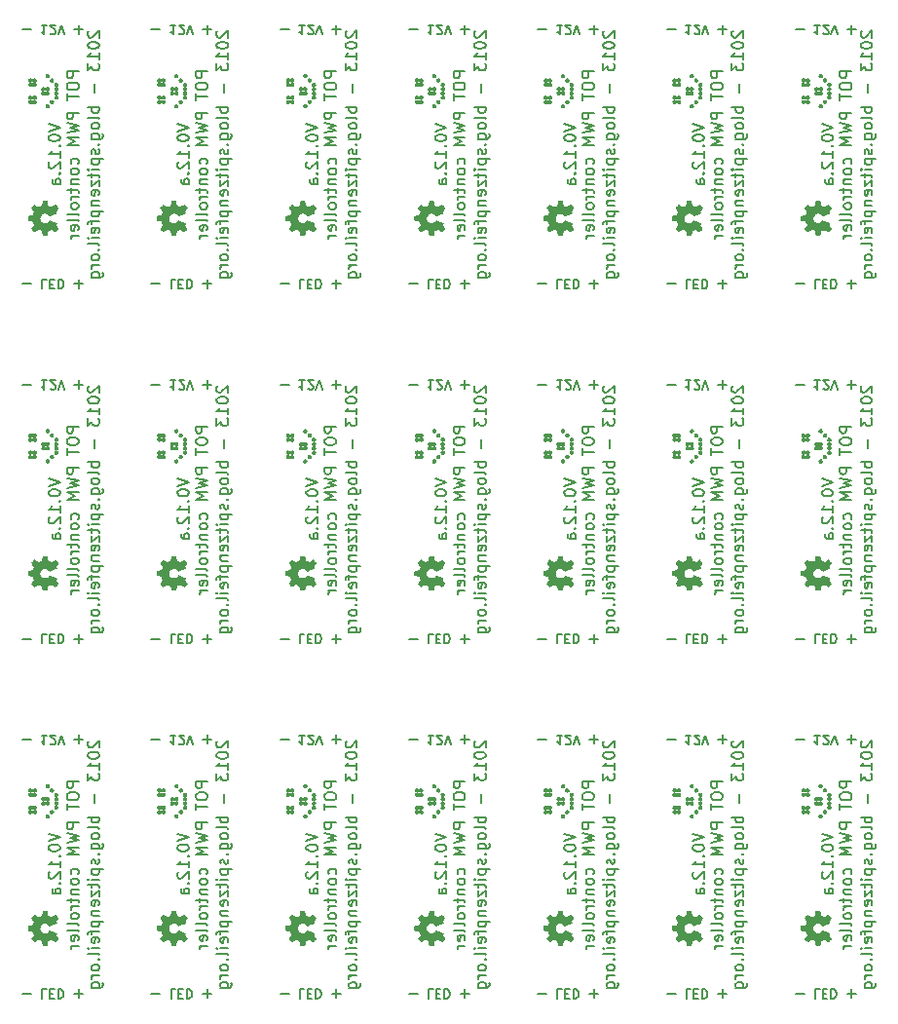
<source format=gbo>
G04 (created by PCBNEW (2013-08-09 BZR 4280)-product) date Sun 11 Aug 2013 03:04:53 PM CEST*
%MOIN*%
G04 Gerber Fmt 3.4, Leading zero omitted, Abs format*
%FSLAX34Y34*%
G01*
G70*
G90*
G04 APERTURE LIST*
%ADD10C,0.005906*%
%ADD11C,0.008000*%
%ADD12C,0.007874*%
%ADD13C,0.000100*%
%ADD14C,0.019685*%
%ADD15R,0.157480X0.098425*%
%ADD16O,0.157480X0.098425*%
G04 APERTURE END LIST*
G54D10*
G54D11*
X78325Y-60211D02*
X78307Y-60230D01*
X78288Y-60267D01*
X78288Y-60361D01*
X78307Y-60398D01*
X78325Y-60417D01*
X78363Y-60436D01*
X78400Y-60436D01*
X78457Y-60417D01*
X78682Y-60192D01*
X78682Y-60436D01*
X78288Y-60680D02*
X78288Y-60717D01*
X78307Y-60755D01*
X78325Y-60773D01*
X78363Y-60792D01*
X78438Y-60811D01*
X78532Y-60811D01*
X78607Y-60792D01*
X78644Y-60773D01*
X78663Y-60755D01*
X78682Y-60717D01*
X78682Y-60680D01*
X78663Y-60642D01*
X78644Y-60623D01*
X78607Y-60605D01*
X78532Y-60586D01*
X78438Y-60586D01*
X78363Y-60605D01*
X78325Y-60623D01*
X78307Y-60642D01*
X78288Y-60680D01*
X78682Y-61186D02*
X78682Y-60961D01*
X78682Y-61073D02*
X78288Y-61073D01*
X78344Y-61036D01*
X78382Y-60998D01*
X78400Y-60961D01*
X78288Y-61317D02*
X78288Y-61561D01*
X78438Y-61429D01*
X78438Y-61486D01*
X78457Y-61523D01*
X78475Y-61542D01*
X78513Y-61561D01*
X78607Y-61561D01*
X78644Y-61542D01*
X78663Y-61523D01*
X78682Y-61486D01*
X78682Y-61373D01*
X78663Y-61336D01*
X78644Y-61317D01*
X78532Y-62029D02*
X78532Y-62329D01*
X78682Y-62817D02*
X78288Y-62817D01*
X78438Y-62817D02*
X78419Y-62854D01*
X78419Y-62929D01*
X78438Y-62967D01*
X78457Y-62986D01*
X78494Y-63004D01*
X78607Y-63004D01*
X78644Y-62986D01*
X78663Y-62967D01*
X78682Y-62929D01*
X78682Y-62854D01*
X78663Y-62817D01*
X78682Y-63229D02*
X78663Y-63192D01*
X78625Y-63173D01*
X78288Y-63173D01*
X78682Y-63435D02*
X78663Y-63398D01*
X78644Y-63379D01*
X78607Y-63360D01*
X78494Y-63360D01*
X78457Y-63379D01*
X78438Y-63398D01*
X78419Y-63435D01*
X78419Y-63492D01*
X78438Y-63529D01*
X78457Y-63548D01*
X78494Y-63567D01*
X78607Y-63567D01*
X78644Y-63548D01*
X78663Y-63529D01*
X78682Y-63492D01*
X78682Y-63435D01*
X78419Y-63904D02*
X78738Y-63904D01*
X78775Y-63885D01*
X78794Y-63867D01*
X78813Y-63829D01*
X78813Y-63773D01*
X78794Y-63735D01*
X78663Y-63904D02*
X78682Y-63867D01*
X78682Y-63792D01*
X78663Y-63754D01*
X78644Y-63735D01*
X78607Y-63717D01*
X78494Y-63717D01*
X78457Y-63735D01*
X78438Y-63754D01*
X78419Y-63792D01*
X78419Y-63867D01*
X78438Y-63904D01*
X78644Y-64092D02*
X78663Y-64110D01*
X78682Y-64092D01*
X78663Y-64073D01*
X78644Y-64092D01*
X78682Y-64092D01*
X78663Y-64260D02*
X78682Y-64298D01*
X78682Y-64373D01*
X78663Y-64410D01*
X78625Y-64429D01*
X78607Y-64429D01*
X78569Y-64410D01*
X78550Y-64373D01*
X78550Y-64317D01*
X78532Y-64279D01*
X78494Y-64260D01*
X78475Y-64260D01*
X78438Y-64279D01*
X78419Y-64317D01*
X78419Y-64373D01*
X78438Y-64410D01*
X78419Y-64598D02*
X78813Y-64598D01*
X78438Y-64598D02*
X78419Y-64635D01*
X78419Y-64710D01*
X78438Y-64748D01*
X78457Y-64767D01*
X78494Y-64785D01*
X78607Y-64785D01*
X78644Y-64767D01*
X78663Y-64748D01*
X78682Y-64710D01*
X78682Y-64635D01*
X78663Y-64598D01*
X78682Y-64954D02*
X78419Y-64954D01*
X78288Y-64954D02*
X78307Y-64935D01*
X78325Y-64954D01*
X78307Y-64973D01*
X78288Y-64954D01*
X78325Y-64954D01*
X78419Y-65085D02*
X78419Y-65235D01*
X78288Y-65142D02*
X78625Y-65142D01*
X78663Y-65160D01*
X78682Y-65198D01*
X78682Y-65235D01*
X78419Y-65329D02*
X78419Y-65535D01*
X78682Y-65329D01*
X78682Y-65535D01*
X78663Y-65835D02*
X78682Y-65798D01*
X78682Y-65723D01*
X78663Y-65685D01*
X78625Y-65666D01*
X78475Y-65666D01*
X78438Y-65685D01*
X78419Y-65723D01*
X78419Y-65798D01*
X78438Y-65835D01*
X78475Y-65854D01*
X78513Y-65854D01*
X78550Y-65666D01*
X78419Y-66023D02*
X78682Y-66023D01*
X78457Y-66023D02*
X78438Y-66041D01*
X78419Y-66079D01*
X78419Y-66135D01*
X78438Y-66173D01*
X78475Y-66191D01*
X78682Y-66191D01*
X78419Y-66379D02*
X78813Y-66379D01*
X78438Y-66379D02*
X78419Y-66416D01*
X78419Y-66491D01*
X78438Y-66529D01*
X78457Y-66548D01*
X78494Y-66566D01*
X78607Y-66566D01*
X78644Y-66548D01*
X78663Y-66529D01*
X78682Y-66491D01*
X78682Y-66416D01*
X78663Y-66379D01*
X78419Y-66679D02*
X78419Y-66829D01*
X78682Y-66735D02*
X78344Y-66735D01*
X78307Y-66754D01*
X78288Y-66791D01*
X78288Y-66829D01*
X78663Y-67110D02*
X78682Y-67073D01*
X78682Y-66998D01*
X78663Y-66960D01*
X78625Y-66941D01*
X78475Y-66941D01*
X78438Y-66960D01*
X78419Y-66998D01*
X78419Y-67073D01*
X78438Y-67110D01*
X78475Y-67129D01*
X78513Y-67129D01*
X78550Y-66941D01*
X78682Y-67297D02*
X78419Y-67297D01*
X78288Y-67297D02*
X78307Y-67279D01*
X78325Y-67297D01*
X78307Y-67316D01*
X78288Y-67297D01*
X78325Y-67297D01*
X78682Y-67541D02*
X78663Y-67504D01*
X78625Y-67485D01*
X78288Y-67485D01*
X78644Y-67691D02*
X78663Y-67710D01*
X78682Y-67691D01*
X78663Y-67672D01*
X78644Y-67691D01*
X78682Y-67691D01*
X78682Y-67935D02*
X78663Y-67897D01*
X78644Y-67879D01*
X78607Y-67860D01*
X78494Y-67860D01*
X78457Y-67879D01*
X78438Y-67897D01*
X78419Y-67935D01*
X78419Y-67991D01*
X78438Y-68029D01*
X78457Y-68047D01*
X78494Y-68066D01*
X78607Y-68066D01*
X78644Y-68047D01*
X78663Y-68029D01*
X78682Y-67991D01*
X78682Y-67935D01*
X78682Y-68235D02*
X78419Y-68235D01*
X78494Y-68235D02*
X78457Y-68254D01*
X78438Y-68272D01*
X78419Y-68310D01*
X78419Y-68347D01*
X78419Y-68647D02*
X78738Y-68647D01*
X78775Y-68629D01*
X78794Y-68610D01*
X78813Y-68572D01*
X78813Y-68516D01*
X78794Y-68479D01*
X78663Y-68647D02*
X78682Y-68610D01*
X78682Y-68535D01*
X78663Y-68497D01*
X78644Y-68479D01*
X78607Y-68460D01*
X78494Y-68460D01*
X78457Y-68479D01*
X78438Y-68497D01*
X78419Y-68535D01*
X78419Y-68610D01*
X78438Y-68647D01*
X76949Y-63379D02*
X77343Y-63510D01*
X76949Y-63642D01*
X76949Y-63848D02*
X76949Y-63885D01*
X76968Y-63923D01*
X76987Y-63942D01*
X77024Y-63960D01*
X77099Y-63979D01*
X77193Y-63979D01*
X77268Y-63960D01*
X77305Y-63942D01*
X77324Y-63923D01*
X77343Y-63885D01*
X77343Y-63848D01*
X77324Y-63810D01*
X77305Y-63792D01*
X77268Y-63773D01*
X77193Y-63754D01*
X77099Y-63754D01*
X77024Y-63773D01*
X76987Y-63792D01*
X76968Y-63810D01*
X76949Y-63848D01*
X77305Y-64148D02*
X77324Y-64167D01*
X77343Y-64148D01*
X77324Y-64129D01*
X77305Y-64148D01*
X77343Y-64148D01*
X77343Y-64542D02*
X77343Y-64317D01*
X77343Y-64429D02*
X76949Y-64429D01*
X77005Y-64392D01*
X77043Y-64354D01*
X77062Y-64317D01*
X76987Y-64692D02*
X76968Y-64710D01*
X76949Y-64748D01*
X76949Y-64842D01*
X76968Y-64879D01*
X76987Y-64898D01*
X77024Y-64917D01*
X77062Y-64917D01*
X77118Y-64898D01*
X77343Y-64673D01*
X77343Y-64917D01*
X77305Y-65085D02*
X77324Y-65104D01*
X77343Y-65085D01*
X77324Y-65067D01*
X77305Y-65085D01*
X77343Y-65085D01*
X77343Y-65441D02*
X77137Y-65441D01*
X77099Y-65423D01*
X77080Y-65385D01*
X77080Y-65310D01*
X77099Y-65273D01*
X77324Y-65441D02*
X77343Y-65404D01*
X77343Y-65310D01*
X77324Y-65273D01*
X77287Y-65254D01*
X77249Y-65254D01*
X77212Y-65273D01*
X77193Y-65310D01*
X77193Y-65404D01*
X77174Y-65441D01*
X77974Y-61598D02*
X77580Y-61598D01*
X77580Y-61748D01*
X77599Y-61786D01*
X77618Y-61804D01*
X77655Y-61823D01*
X77712Y-61823D01*
X77749Y-61804D01*
X77768Y-61786D01*
X77787Y-61748D01*
X77787Y-61598D01*
X77580Y-62067D02*
X77580Y-62142D01*
X77599Y-62179D01*
X77637Y-62217D01*
X77712Y-62236D01*
X77843Y-62236D01*
X77918Y-62217D01*
X77955Y-62179D01*
X77974Y-62142D01*
X77974Y-62067D01*
X77955Y-62029D01*
X77918Y-61992D01*
X77843Y-61973D01*
X77712Y-61973D01*
X77637Y-61992D01*
X77599Y-62029D01*
X77580Y-62067D01*
X77580Y-62348D02*
X77580Y-62573D01*
X77974Y-62461D02*
X77580Y-62461D01*
X77974Y-63004D02*
X77580Y-63004D01*
X77580Y-63154D01*
X77599Y-63192D01*
X77618Y-63211D01*
X77655Y-63229D01*
X77712Y-63229D01*
X77749Y-63211D01*
X77768Y-63192D01*
X77787Y-63154D01*
X77787Y-63004D01*
X77580Y-63360D02*
X77974Y-63454D01*
X77693Y-63529D01*
X77974Y-63604D01*
X77580Y-63698D01*
X77974Y-63848D02*
X77580Y-63848D01*
X77862Y-63979D01*
X77580Y-64110D01*
X77974Y-64110D01*
X77955Y-64767D02*
X77974Y-64729D01*
X77974Y-64654D01*
X77955Y-64617D01*
X77937Y-64598D01*
X77899Y-64579D01*
X77787Y-64579D01*
X77749Y-64598D01*
X77730Y-64617D01*
X77712Y-64654D01*
X77712Y-64729D01*
X77730Y-64767D01*
X77974Y-64992D02*
X77955Y-64954D01*
X77937Y-64935D01*
X77899Y-64917D01*
X77787Y-64917D01*
X77749Y-64935D01*
X77730Y-64954D01*
X77712Y-64992D01*
X77712Y-65048D01*
X77730Y-65085D01*
X77749Y-65104D01*
X77787Y-65123D01*
X77899Y-65123D01*
X77937Y-65104D01*
X77955Y-65085D01*
X77974Y-65048D01*
X77974Y-64992D01*
X77712Y-65291D02*
X77974Y-65291D01*
X77749Y-65291D02*
X77730Y-65310D01*
X77712Y-65348D01*
X77712Y-65404D01*
X77730Y-65441D01*
X77768Y-65460D01*
X77974Y-65460D01*
X77712Y-65591D02*
X77712Y-65741D01*
X77580Y-65648D02*
X77918Y-65648D01*
X77955Y-65666D01*
X77974Y-65704D01*
X77974Y-65741D01*
X77974Y-65873D02*
X77712Y-65873D01*
X77787Y-65873D02*
X77749Y-65891D01*
X77730Y-65910D01*
X77712Y-65948D01*
X77712Y-65985D01*
X77974Y-66173D02*
X77955Y-66135D01*
X77937Y-66116D01*
X77899Y-66098D01*
X77787Y-66098D01*
X77749Y-66116D01*
X77730Y-66135D01*
X77712Y-66173D01*
X77712Y-66229D01*
X77730Y-66266D01*
X77749Y-66285D01*
X77787Y-66304D01*
X77899Y-66304D01*
X77937Y-66285D01*
X77955Y-66266D01*
X77974Y-66229D01*
X77974Y-66173D01*
X77974Y-66529D02*
X77955Y-66491D01*
X77918Y-66473D01*
X77580Y-66473D01*
X77974Y-66735D02*
X77955Y-66698D01*
X77918Y-66679D01*
X77580Y-66679D01*
X77955Y-67035D02*
X77974Y-66998D01*
X77974Y-66923D01*
X77955Y-66885D01*
X77918Y-66866D01*
X77768Y-66866D01*
X77730Y-66885D01*
X77712Y-66923D01*
X77712Y-66998D01*
X77730Y-67035D01*
X77768Y-67054D01*
X77805Y-67054D01*
X77843Y-66866D01*
X77974Y-67223D02*
X77712Y-67223D01*
X77787Y-67223D02*
X77749Y-67241D01*
X77730Y-67260D01*
X77712Y-67297D01*
X77712Y-67335D01*
G54D12*
X77822Y-60158D02*
X78122Y-60158D01*
X77972Y-60008D02*
X77972Y-60308D01*
X76060Y-60158D02*
X76360Y-60158D01*
X76891Y-60014D02*
X76711Y-60014D01*
X76801Y-60014D02*
X76801Y-60329D01*
X76771Y-60284D01*
X76741Y-60254D01*
X76711Y-60239D01*
X77011Y-60299D02*
X77026Y-60314D01*
X77056Y-60329D01*
X77131Y-60329D01*
X77161Y-60314D01*
X77176Y-60299D01*
X77191Y-60269D01*
X77191Y-60239D01*
X77176Y-60194D01*
X76996Y-60014D01*
X77191Y-60014D01*
X77281Y-60329D02*
X77386Y-60014D01*
X77491Y-60329D01*
X76884Y-68705D02*
X76734Y-68705D01*
X76734Y-69020D01*
X76989Y-68870D02*
X77094Y-68870D01*
X77139Y-68705D02*
X76989Y-68705D01*
X76989Y-69020D01*
X77139Y-69020D01*
X77274Y-68705D02*
X77274Y-69020D01*
X77349Y-69020D01*
X77394Y-69005D01*
X77424Y-68975D01*
X77439Y-68945D01*
X77454Y-68885D01*
X77454Y-68840D01*
X77439Y-68780D01*
X77424Y-68750D01*
X77394Y-68720D01*
X77349Y-68705D01*
X77274Y-68705D01*
X76060Y-68859D02*
X76360Y-68859D01*
X77822Y-68859D02*
X78122Y-68859D01*
X77972Y-68709D02*
X77972Y-69009D01*
G54D11*
X78325Y-48065D02*
X78307Y-48084D01*
X78288Y-48121D01*
X78288Y-48215D01*
X78307Y-48253D01*
X78325Y-48271D01*
X78363Y-48290D01*
X78400Y-48290D01*
X78457Y-48271D01*
X78682Y-48046D01*
X78682Y-48290D01*
X78288Y-48534D02*
X78288Y-48571D01*
X78307Y-48609D01*
X78325Y-48628D01*
X78363Y-48646D01*
X78438Y-48665D01*
X78532Y-48665D01*
X78607Y-48646D01*
X78644Y-48628D01*
X78663Y-48609D01*
X78682Y-48571D01*
X78682Y-48534D01*
X78663Y-48496D01*
X78644Y-48478D01*
X78607Y-48459D01*
X78532Y-48440D01*
X78438Y-48440D01*
X78363Y-48459D01*
X78325Y-48478D01*
X78307Y-48496D01*
X78288Y-48534D01*
X78682Y-49040D02*
X78682Y-48815D01*
X78682Y-48928D02*
X78288Y-48928D01*
X78344Y-48890D01*
X78382Y-48853D01*
X78400Y-48815D01*
X78288Y-49171D02*
X78288Y-49415D01*
X78438Y-49284D01*
X78438Y-49340D01*
X78457Y-49378D01*
X78475Y-49396D01*
X78513Y-49415D01*
X78607Y-49415D01*
X78644Y-49396D01*
X78663Y-49378D01*
X78682Y-49340D01*
X78682Y-49228D01*
X78663Y-49190D01*
X78644Y-49171D01*
X78532Y-49884D02*
X78532Y-50184D01*
X78682Y-50671D02*
X78288Y-50671D01*
X78438Y-50671D02*
X78419Y-50709D01*
X78419Y-50784D01*
X78438Y-50821D01*
X78457Y-50840D01*
X78494Y-50859D01*
X78607Y-50859D01*
X78644Y-50840D01*
X78663Y-50821D01*
X78682Y-50784D01*
X78682Y-50709D01*
X78663Y-50671D01*
X78682Y-51084D02*
X78663Y-51046D01*
X78625Y-51027D01*
X78288Y-51027D01*
X78682Y-51290D02*
X78663Y-51252D01*
X78644Y-51234D01*
X78607Y-51215D01*
X78494Y-51215D01*
X78457Y-51234D01*
X78438Y-51252D01*
X78419Y-51290D01*
X78419Y-51346D01*
X78438Y-51384D01*
X78457Y-51402D01*
X78494Y-51421D01*
X78607Y-51421D01*
X78644Y-51402D01*
X78663Y-51384D01*
X78682Y-51346D01*
X78682Y-51290D01*
X78419Y-51758D02*
X78738Y-51758D01*
X78775Y-51740D01*
X78794Y-51721D01*
X78813Y-51684D01*
X78813Y-51627D01*
X78794Y-51590D01*
X78663Y-51758D02*
X78682Y-51721D01*
X78682Y-51646D01*
X78663Y-51609D01*
X78644Y-51590D01*
X78607Y-51571D01*
X78494Y-51571D01*
X78457Y-51590D01*
X78438Y-51609D01*
X78419Y-51646D01*
X78419Y-51721D01*
X78438Y-51758D01*
X78644Y-51946D02*
X78663Y-51965D01*
X78682Y-51946D01*
X78663Y-51927D01*
X78644Y-51946D01*
X78682Y-51946D01*
X78663Y-52115D02*
X78682Y-52152D01*
X78682Y-52227D01*
X78663Y-52265D01*
X78625Y-52283D01*
X78607Y-52283D01*
X78569Y-52265D01*
X78550Y-52227D01*
X78550Y-52171D01*
X78532Y-52133D01*
X78494Y-52115D01*
X78475Y-52115D01*
X78438Y-52133D01*
X78419Y-52171D01*
X78419Y-52227D01*
X78438Y-52265D01*
X78419Y-52452D02*
X78813Y-52452D01*
X78438Y-52452D02*
X78419Y-52490D01*
X78419Y-52565D01*
X78438Y-52602D01*
X78457Y-52621D01*
X78494Y-52640D01*
X78607Y-52640D01*
X78644Y-52621D01*
X78663Y-52602D01*
X78682Y-52565D01*
X78682Y-52490D01*
X78663Y-52452D01*
X78682Y-52808D02*
X78419Y-52808D01*
X78288Y-52808D02*
X78307Y-52790D01*
X78325Y-52808D01*
X78307Y-52827D01*
X78288Y-52808D01*
X78325Y-52808D01*
X78419Y-52940D02*
X78419Y-53090D01*
X78288Y-52996D02*
X78625Y-52996D01*
X78663Y-53015D01*
X78682Y-53052D01*
X78682Y-53090D01*
X78419Y-53183D02*
X78419Y-53390D01*
X78682Y-53183D01*
X78682Y-53390D01*
X78663Y-53690D02*
X78682Y-53652D01*
X78682Y-53577D01*
X78663Y-53540D01*
X78625Y-53521D01*
X78475Y-53521D01*
X78438Y-53540D01*
X78419Y-53577D01*
X78419Y-53652D01*
X78438Y-53690D01*
X78475Y-53708D01*
X78513Y-53708D01*
X78550Y-53521D01*
X78419Y-53877D02*
X78682Y-53877D01*
X78457Y-53877D02*
X78438Y-53896D01*
X78419Y-53933D01*
X78419Y-53989D01*
X78438Y-54027D01*
X78475Y-54046D01*
X78682Y-54046D01*
X78419Y-54233D02*
X78813Y-54233D01*
X78438Y-54233D02*
X78419Y-54271D01*
X78419Y-54346D01*
X78438Y-54383D01*
X78457Y-54402D01*
X78494Y-54421D01*
X78607Y-54421D01*
X78644Y-54402D01*
X78663Y-54383D01*
X78682Y-54346D01*
X78682Y-54271D01*
X78663Y-54233D01*
X78419Y-54533D02*
X78419Y-54683D01*
X78682Y-54589D02*
X78344Y-54589D01*
X78307Y-54608D01*
X78288Y-54646D01*
X78288Y-54683D01*
X78663Y-54964D02*
X78682Y-54927D01*
X78682Y-54852D01*
X78663Y-54814D01*
X78625Y-54796D01*
X78475Y-54796D01*
X78438Y-54814D01*
X78419Y-54852D01*
X78419Y-54927D01*
X78438Y-54964D01*
X78475Y-54983D01*
X78513Y-54983D01*
X78550Y-54796D01*
X78682Y-55152D02*
X78419Y-55152D01*
X78288Y-55152D02*
X78307Y-55133D01*
X78325Y-55152D01*
X78307Y-55171D01*
X78288Y-55152D01*
X78325Y-55152D01*
X78682Y-55396D02*
X78663Y-55358D01*
X78625Y-55339D01*
X78288Y-55339D01*
X78644Y-55546D02*
X78663Y-55564D01*
X78682Y-55546D01*
X78663Y-55527D01*
X78644Y-55546D01*
X78682Y-55546D01*
X78682Y-55789D02*
X78663Y-55752D01*
X78644Y-55733D01*
X78607Y-55714D01*
X78494Y-55714D01*
X78457Y-55733D01*
X78438Y-55752D01*
X78419Y-55789D01*
X78419Y-55845D01*
X78438Y-55883D01*
X78457Y-55902D01*
X78494Y-55920D01*
X78607Y-55920D01*
X78644Y-55902D01*
X78663Y-55883D01*
X78682Y-55845D01*
X78682Y-55789D01*
X78682Y-56089D02*
X78419Y-56089D01*
X78494Y-56089D02*
X78457Y-56108D01*
X78438Y-56127D01*
X78419Y-56164D01*
X78419Y-56202D01*
X78419Y-56502D02*
X78738Y-56502D01*
X78775Y-56483D01*
X78794Y-56464D01*
X78813Y-56427D01*
X78813Y-56370D01*
X78794Y-56333D01*
X78663Y-56502D02*
X78682Y-56464D01*
X78682Y-56389D01*
X78663Y-56352D01*
X78644Y-56333D01*
X78607Y-56314D01*
X78494Y-56314D01*
X78457Y-56333D01*
X78438Y-56352D01*
X78419Y-56389D01*
X78419Y-56464D01*
X78438Y-56502D01*
X76949Y-51234D02*
X77343Y-51365D01*
X76949Y-51496D01*
X76949Y-51702D02*
X76949Y-51740D01*
X76968Y-51777D01*
X76987Y-51796D01*
X77024Y-51815D01*
X77099Y-51833D01*
X77193Y-51833D01*
X77268Y-51815D01*
X77305Y-51796D01*
X77324Y-51777D01*
X77343Y-51740D01*
X77343Y-51702D01*
X77324Y-51665D01*
X77305Y-51646D01*
X77268Y-51627D01*
X77193Y-51609D01*
X77099Y-51609D01*
X77024Y-51627D01*
X76987Y-51646D01*
X76968Y-51665D01*
X76949Y-51702D01*
X77305Y-52002D02*
X77324Y-52021D01*
X77343Y-52002D01*
X77324Y-51983D01*
X77305Y-52002D01*
X77343Y-52002D01*
X77343Y-52396D02*
X77343Y-52171D01*
X77343Y-52283D02*
X76949Y-52283D01*
X77005Y-52246D01*
X77043Y-52208D01*
X77062Y-52171D01*
X76987Y-52546D02*
X76968Y-52565D01*
X76949Y-52602D01*
X76949Y-52696D01*
X76968Y-52733D01*
X76987Y-52752D01*
X77024Y-52771D01*
X77062Y-52771D01*
X77118Y-52752D01*
X77343Y-52527D01*
X77343Y-52771D01*
X77305Y-52940D02*
X77324Y-52958D01*
X77343Y-52940D01*
X77324Y-52921D01*
X77305Y-52940D01*
X77343Y-52940D01*
X77343Y-53296D02*
X77137Y-53296D01*
X77099Y-53277D01*
X77080Y-53240D01*
X77080Y-53165D01*
X77099Y-53127D01*
X77324Y-53296D02*
X77343Y-53258D01*
X77343Y-53165D01*
X77324Y-53127D01*
X77287Y-53108D01*
X77249Y-53108D01*
X77212Y-53127D01*
X77193Y-53165D01*
X77193Y-53258D01*
X77174Y-53296D01*
X77974Y-49453D02*
X77580Y-49453D01*
X77580Y-49603D01*
X77599Y-49640D01*
X77618Y-49659D01*
X77655Y-49678D01*
X77712Y-49678D01*
X77749Y-49659D01*
X77768Y-49640D01*
X77787Y-49603D01*
X77787Y-49453D01*
X77580Y-49921D02*
X77580Y-49996D01*
X77599Y-50034D01*
X77637Y-50071D01*
X77712Y-50090D01*
X77843Y-50090D01*
X77918Y-50071D01*
X77955Y-50034D01*
X77974Y-49996D01*
X77974Y-49921D01*
X77955Y-49884D01*
X77918Y-49846D01*
X77843Y-49827D01*
X77712Y-49827D01*
X77637Y-49846D01*
X77599Y-49884D01*
X77580Y-49921D01*
X77580Y-50202D02*
X77580Y-50427D01*
X77974Y-50315D02*
X77580Y-50315D01*
X77974Y-50859D02*
X77580Y-50859D01*
X77580Y-51009D01*
X77599Y-51046D01*
X77618Y-51065D01*
X77655Y-51084D01*
X77712Y-51084D01*
X77749Y-51065D01*
X77768Y-51046D01*
X77787Y-51009D01*
X77787Y-50859D01*
X77580Y-51215D02*
X77974Y-51309D01*
X77693Y-51384D01*
X77974Y-51459D01*
X77580Y-51552D01*
X77974Y-51702D02*
X77580Y-51702D01*
X77862Y-51833D01*
X77580Y-51965D01*
X77974Y-51965D01*
X77955Y-52621D02*
X77974Y-52583D01*
X77974Y-52508D01*
X77955Y-52471D01*
X77937Y-52452D01*
X77899Y-52433D01*
X77787Y-52433D01*
X77749Y-52452D01*
X77730Y-52471D01*
X77712Y-52508D01*
X77712Y-52583D01*
X77730Y-52621D01*
X77974Y-52846D02*
X77955Y-52808D01*
X77937Y-52790D01*
X77899Y-52771D01*
X77787Y-52771D01*
X77749Y-52790D01*
X77730Y-52808D01*
X77712Y-52846D01*
X77712Y-52902D01*
X77730Y-52940D01*
X77749Y-52958D01*
X77787Y-52977D01*
X77899Y-52977D01*
X77937Y-52958D01*
X77955Y-52940D01*
X77974Y-52902D01*
X77974Y-52846D01*
X77712Y-53146D02*
X77974Y-53146D01*
X77749Y-53146D02*
X77730Y-53165D01*
X77712Y-53202D01*
X77712Y-53258D01*
X77730Y-53296D01*
X77768Y-53315D01*
X77974Y-53315D01*
X77712Y-53446D02*
X77712Y-53596D01*
X77580Y-53502D02*
X77918Y-53502D01*
X77955Y-53521D01*
X77974Y-53558D01*
X77974Y-53596D01*
X77974Y-53727D02*
X77712Y-53727D01*
X77787Y-53727D02*
X77749Y-53746D01*
X77730Y-53764D01*
X77712Y-53802D01*
X77712Y-53839D01*
X77974Y-54027D02*
X77955Y-53989D01*
X77937Y-53971D01*
X77899Y-53952D01*
X77787Y-53952D01*
X77749Y-53971D01*
X77730Y-53989D01*
X77712Y-54027D01*
X77712Y-54083D01*
X77730Y-54121D01*
X77749Y-54139D01*
X77787Y-54158D01*
X77899Y-54158D01*
X77937Y-54139D01*
X77955Y-54121D01*
X77974Y-54083D01*
X77974Y-54027D01*
X77974Y-54383D02*
X77955Y-54346D01*
X77918Y-54327D01*
X77580Y-54327D01*
X77974Y-54589D02*
X77955Y-54552D01*
X77918Y-54533D01*
X77580Y-54533D01*
X77955Y-54889D02*
X77974Y-54852D01*
X77974Y-54777D01*
X77955Y-54739D01*
X77918Y-54721D01*
X77768Y-54721D01*
X77730Y-54739D01*
X77712Y-54777D01*
X77712Y-54852D01*
X77730Y-54889D01*
X77768Y-54908D01*
X77805Y-54908D01*
X77843Y-54721D01*
X77974Y-55077D02*
X77712Y-55077D01*
X77787Y-55077D02*
X77749Y-55096D01*
X77730Y-55114D01*
X77712Y-55152D01*
X77712Y-55189D01*
G54D12*
X77822Y-48013D02*
X78122Y-48013D01*
X77972Y-47863D02*
X77972Y-48163D01*
X76060Y-48013D02*
X76360Y-48013D01*
X76891Y-47869D02*
X76711Y-47869D01*
X76801Y-47869D02*
X76801Y-48184D01*
X76771Y-48139D01*
X76741Y-48109D01*
X76711Y-48094D01*
X77011Y-48154D02*
X77026Y-48169D01*
X77056Y-48184D01*
X77131Y-48184D01*
X77161Y-48169D01*
X77176Y-48154D01*
X77191Y-48124D01*
X77191Y-48094D01*
X77176Y-48049D01*
X76996Y-47869D01*
X77191Y-47869D01*
X77281Y-48184D02*
X77386Y-47869D01*
X77491Y-48184D01*
X76884Y-56560D02*
X76734Y-56560D01*
X76734Y-56875D01*
X76989Y-56725D02*
X77094Y-56725D01*
X77139Y-56560D02*
X76989Y-56560D01*
X76989Y-56875D01*
X77139Y-56875D01*
X77274Y-56560D02*
X77274Y-56875D01*
X77349Y-56875D01*
X77394Y-56860D01*
X77424Y-56830D01*
X77439Y-56800D01*
X77454Y-56740D01*
X77454Y-56695D01*
X77439Y-56635D01*
X77424Y-56605D01*
X77394Y-56575D01*
X77349Y-56560D01*
X77274Y-56560D01*
X76060Y-56714D02*
X76360Y-56714D01*
X77822Y-56714D02*
X78122Y-56714D01*
X77972Y-56564D02*
X77972Y-56863D01*
G54D11*
X78325Y-35920D02*
X78307Y-35938D01*
X78288Y-35976D01*
X78288Y-36070D01*
X78307Y-36107D01*
X78325Y-36126D01*
X78363Y-36145D01*
X78400Y-36145D01*
X78457Y-36126D01*
X78682Y-35901D01*
X78682Y-36145D01*
X78288Y-36388D02*
X78288Y-36426D01*
X78307Y-36463D01*
X78325Y-36482D01*
X78363Y-36501D01*
X78438Y-36519D01*
X78532Y-36519D01*
X78607Y-36501D01*
X78644Y-36482D01*
X78663Y-36463D01*
X78682Y-36426D01*
X78682Y-36388D01*
X78663Y-36351D01*
X78644Y-36332D01*
X78607Y-36313D01*
X78532Y-36294D01*
X78438Y-36294D01*
X78363Y-36313D01*
X78325Y-36332D01*
X78307Y-36351D01*
X78288Y-36388D01*
X78682Y-36894D02*
X78682Y-36669D01*
X78682Y-36782D02*
X78288Y-36782D01*
X78344Y-36744D01*
X78382Y-36707D01*
X78400Y-36669D01*
X78288Y-37026D02*
X78288Y-37269D01*
X78438Y-37138D01*
X78438Y-37194D01*
X78457Y-37232D01*
X78475Y-37251D01*
X78513Y-37269D01*
X78607Y-37269D01*
X78644Y-37251D01*
X78663Y-37232D01*
X78682Y-37194D01*
X78682Y-37082D01*
X78663Y-37044D01*
X78644Y-37026D01*
X78532Y-37738D02*
X78532Y-38038D01*
X78682Y-38525D02*
X78288Y-38525D01*
X78438Y-38525D02*
X78419Y-38563D01*
X78419Y-38638D01*
X78438Y-38675D01*
X78457Y-38694D01*
X78494Y-38713D01*
X78607Y-38713D01*
X78644Y-38694D01*
X78663Y-38675D01*
X78682Y-38638D01*
X78682Y-38563D01*
X78663Y-38525D01*
X78682Y-38938D02*
X78663Y-38900D01*
X78625Y-38882D01*
X78288Y-38882D01*
X78682Y-39144D02*
X78663Y-39107D01*
X78644Y-39088D01*
X78607Y-39069D01*
X78494Y-39069D01*
X78457Y-39088D01*
X78438Y-39107D01*
X78419Y-39144D01*
X78419Y-39200D01*
X78438Y-39238D01*
X78457Y-39257D01*
X78494Y-39275D01*
X78607Y-39275D01*
X78644Y-39257D01*
X78663Y-39238D01*
X78682Y-39200D01*
X78682Y-39144D01*
X78419Y-39613D02*
X78738Y-39613D01*
X78775Y-39594D01*
X78794Y-39575D01*
X78813Y-39538D01*
X78813Y-39482D01*
X78794Y-39444D01*
X78663Y-39613D02*
X78682Y-39575D01*
X78682Y-39500D01*
X78663Y-39463D01*
X78644Y-39444D01*
X78607Y-39425D01*
X78494Y-39425D01*
X78457Y-39444D01*
X78438Y-39463D01*
X78419Y-39500D01*
X78419Y-39575D01*
X78438Y-39613D01*
X78644Y-39800D02*
X78663Y-39819D01*
X78682Y-39800D01*
X78663Y-39782D01*
X78644Y-39800D01*
X78682Y-39800D01*
X78663Y-39969D02*
X78682Y-40007D01*
X78682Y-40082D01*
X78663Y-40119D01*
X78625Y-40138D01*
X78607Y-40138D01*
X78569Y-40119D01*
X78550Y-40082D01*
X78550Y-40025D01*
X78532Y-39988D01*
X78494Y-39969D01*
X78475Y-39969D01*
X78438Y-39988D01*
X78419Y-40025D01*
X78419Y-40082D01*
X78438Y-40119D01*
X78419Y-40306D02*
X78813Y-40306D01*
X78438Y-40306D02*
X78419Y-40344D01*
X78419Y-40419D01*
X78438Y-40456D01*
X78457Y-40475D01*
X78494Y-40494D01*
X78607Y-40494D01*
X78644Y-40475D01*
X78663Y-40456D01*
X78682Y-40419D01*
X78682Y-40344D01*
X78663Y-40306D01*
X78682Y-40663D02*
X78419Y-40663D01*
X78288Y-40663D02*
X78307Y-40644D01*
X78325Y-40663D01*
X78307Y-40681D01*
X78288Y-40663D01*
X78325Y-40663D01*
X78419Y-40794D02*
X78419Y-40944D01*
X78288Y-40850D02*
X78625Y-40850D01*
X78663Y-40869D01*
X78682Y-40906D01*
X78682Y-40944D01*
X78419Y-41038D02*
X78419Y-41244D01*
X78682Y-41038D01*
X78682Y-41244D01*
X78663Y-41544D02*
X78682Y-41506D01*
X78682Y-41431D01*
X78663Y-41394D01*
X78625Y-41375D01*
X78475Y-41375D01*
X78438Y-41394D01*
X78419Y-41431D01*
X78419Y-41506D01*
X78438Y-41544D01*
X78475Y-41563D01*
X78513Y-41563D01*
X78550Y-41375D01*
X78419Y-41731D02*
X78682Y-41731D01*
X78457Y-41731D02*
X78438Y-41750D01*
X78419Y-41788D01*
X78419Y-41844D01*
X78438Y-41881D01*
X78475Y-41900D01*
X78682Y-41900D01*
X78419Y-42088D02*
X78813Y-42088D01*
X78438Y-42088D02*
X78419Y-42125D01*
X78419Y-42200D01*
X78438Y-42238D01*
X78457Y-42256D01*
X78494Y-42275D01*
X78607Y-42275D01*
X78644Y-42256D01*
X78663Y-42238D01*
X78682Y-42200D01*
X78682Y-42125D01*
X78663Y-42088D01*
X78419Y-42387D02*
X78419Y-42537D01*
X78682Y-42444D02*
X78344Y-42444D01*
X78307Y-42462D01*
X78288Y-42500D01*
X78288Y-42537D01*
X78663Y-42819D02*
X78682Y-42781D01*
X78682Y-42706D01*
X78663Y-42669D01*
X78625Y-42650D01*
X78475Y-42650D01*
X78438Y-42669D01*
X78419Y-42706D01*
X78419Y-42781D01*
X78438Y-42819D01*
X78475Y-42837D01*
X78513Y-42837D01*
X78550Y-42650D01*
X78682Y-43006D02*
X78419Y-43006D01*
X78288Y-43006D02*
X78307Y-42987D01*
X78325Y-43006D01*
X78307Y-43025D01*
X78288Y-43006D01*
X78325Y-43006D01*
X78682Y-43250D02*
X78663Y-43212D01*
X78625Y-43194D01*
X78288Y-43194D01*
X78644Y-43400D02*
X78663Y-43419D01*
X78682Y-43400D01*
X78663Y-43381D01*
X78644Y-43400D01*
X78682Y-43400D01*
X78682Y-43644D02*
X78663Y-43606D01*
X78644Y-43587D01*
X78607Y-43569D01*
X78494Y-43569D01*
X78457Y-43587D01*
X78438Y-43606D01*
X78419Y-43644D01*
X78419Y-43700D01*
X78438Y-43737D01*
X78457Y-43756D01*
X78494Y-43775D01*
X78607Y-43775D01*
X78644Y-43756D01*
X78663Y-43737D01*
X78682Y-43700D01*
X78682Y-43644D01*
X78682Y-43944D02*
X78419Y-43944D01*
X78494Y-43944D02*
X78457Y-43962D01*
X78438Y-43981D01*
X78419Y-44019D01*
X78419Y-44056D01*
X78419Y-44356D02*
X78738Y-44356D01*
X78775Y-44337D01*
X78794Y-44318D01*
X78813Y-44281D01*
X78813Y-44225D01*
X78794Y-44187D01*
X78663Y-44356D02*
X78682Y-44318D01*
X78682Y-44244D01*
X78663Y-44206D01*
X78644Y-44187D01*
X78607Y-44169D01*
X78494Y-44169D01*
X78457Y-44187D01*
X78438Y-44206D01*
X78419Y-44244D01*
X78419Y-44318D01*
X78438Y-44356D01*
X76949Y-39088D02*
X77343Y-39219D01*
X76949Y-39350D01*
X76949Y-39557D02*
X76949Y-39594D01*
X76968Y-39632D01*
X76987Y-39650D01*
X77024Y-39669D01*
X77099Y-39688D01*
X77193Y-39688D01*
X77268Y-39669D01*
X77305Y-39650D01*
X77324Y-39632D01*
X77343Y-39594D01*
X77343Y-39557D01*
X77324Y-39519D01*
X77305Y-39500D01*
X77268Y-39482D01*
X77193Y-39463D01*
X77099Y-39463D01*
X77024Y-39482D01*
X76987Y-39500D01*
X76968Y-39519D01*
X76949Y-39557D01*
X77305Y-39857D02*
X77324Y-39875D01*
X77343Y-39857D01*
X77324Y-39838D01*
X77305Y-39857D01*
X77343Y-39857D01*
X77343Y-40250D02*
X77343Y-40025D01*
X77343Y-40138D02*
X76949Y-40138D01*
X77005Y-40100D01*
X77043Y-40063D01*
X77062Y-40025D01*
X76987Y-40400D02*
X76968Y-40419D01*
X76949Y-40456D01*
X76949Y-40550D01*
X76968Y-40588D01*
X76987Y-40606D01*
X77024Y-40625D01*
X77062Y-40625D01*
X77118Y-40606D01*
X77343Y-40381D01*
X77343Y-40625D01*
X77305Y-40794D02*
X77324Y-40813D01*
X77343Y-40794D01*
X77324Y-40775D01*
X77305Y-40794D01*
X77343Y-40794D01*
X77343Y-41150D02*
X77137Y-41150D01*
X77099Y-41131D01*
X77080Y-41094D01*
X77080Y-41019D01*
X77099Y-40981D01*
X77324Y-41150D02*
X77343Y-41113D01*
X77343Y-41019D01*
X77324Y-40981D01*
X77287Y-40963D01*
X77249Y-40963D01*
X77212Y-40981D01*
X77193Y-41019D01*
X77193Y-41113D01*
X77174Y-41150D01*
X77974Y-37307D02*
X77580Y-37307D01*
X77580Y-37457D01*
X77599Y-37494D01*
X77618Y-37513D01*
X77655Y-37532D01*
X77712Y-37532D01*
X77749Y-37513D01*
X77768Y-37494D01*
X77787Y-37457D01*
X77787Y-37307D01*
X77580Y-37776D02*
X77580Y-37851D01*
X77599Y-37888D01*
X77637Y-37926D01*
X77712Y-37944D01*
X77843Y-37944D01*
X77918Y-37926D01*
X77955Y-37888D01*
X77974Y-37851D01*
X77974Y-37776D01*
X77955Y-37738D01*
X77918Y-37701D01*
X77843Y-37682D01*
X77712Y-37682D01*
X77637Y-37701D01*
X77599Y-37738D01*
X77580Y-37776D01*
X77580Y-38057D02*
X77580Y-38282D01*
X77974Y-38169D02*
X77580Y-38169D01*
X77974Y-38713D02*
X77580Y-38713D01*
X77580Y-38863D01*
X77599Y-38900D01*
X77618Y-38919D01*
X77655Y-38938D01*
X77712Y-38938D01*
X77749Y-38919D01*
X77768Y-38900D01*
X77787Y-38863D01*
X77787Y-38713D01*
X77580Y-39069D02*
X77974Y-39163D01*
X77693Y-39238D01*
X77974Y-39313D01*
X77580Y-39407D01*
X77974Y-39557D02*
X77580Y-39557D01*
X77862Y-39688D01*
X77580Y-39819D01*
X77974Y-39819D01*
X77955Y-40475D02*
X77974Y-40438D01*
X77974Y-40363D01*
X77955Y-40325D01*
X77937Y-40306D01*
X77899Y-40288D01*
X77787Y-40288D01*
X77749Y-40306D01*
X77730Y-40325D01*
X77712Y-40363D01*
X77712Y-40438D01*
X77730Y-40475D01*
X77974Y-40700D02*
X77955Y-40663D01*
X77937Y-40644D01*
X77899Y-40625D01*
X77787Y-40625D01*
X77749Y-40644D01*
X77730Y-40663D01*
X77712Y-40700D01*
X77712Y-40756D01*
X77730Y-40794D01*
X77749Y-40813D01*
X77787Y-40831D01*
X77899Y-40831D01*
X77937Y-40813D01*
X77955Y-40794D01*
X77974Y-40756D01*
X77974Y-40700D01*
X77712Y-41000D02*
X77974Y-41000D01*
X77749Y-41000D02*
X77730Y-41019D01*
X77712Y-41056D01*
X77712Y-41113D01*
X77730Y-41150D01*
X77768Y-41169D01*
X77974Y-41169D01*
X77712Y-41300D02*
X77712Y-41450D01*
X77580Y-41356D02*
X77918Y-41356D01*
X77955Y-41375D01*
X77974Y-41413D01*
X77974Y-41450D01*
X77974Y-41581D02*
X77712Y-41581D01*
X77787Y-41581D02*
X77749Y-41600D01*
X77730Y-41619D01*
X77712Y-41656D01*
X77712Y-41694D01*
X77974Y-41881D02*
X77955Y-41844D01*
X77937Y-41825D01*
X77899Y-41806D01*
X77787Y-41806D01*
X77749Y-41825D01*
X77730Y-41844D01*
X77712Y-41881D01*
X77712Y-41938D01*
X77730Y-41975D01*
X77749Y-41994D01*
X77787Y-42013D01*
X77899Y-42013D01*
X77937Y-41994D01*
X77955Y-41975D01*
X77974Y-41938D01*
X77974Y-41881D01*
X77974Y-42238D02*
X77955Y-42200D01*
X77918Y-42181D01*
X77580Y-42181D01*
X77974Y-42444D02*
X77955Y-42406D01*
X77918Y-42387D01*
X77580Y-42387D01*
X77955Y-42744D02*
X77974Y-42706D01*
X77974Y-42631D01*
X77955Y-42594D01*
X77918Y-42575D01*
X77768Y-42575D01*
X77730Y-42594D01*
X77712Y-42631D01*
X77712Y-42706D01*
X77730Y-42744D01*
X77768Y-42762D01*
X77805Y-42762D01*
X77843Y-42575D01*
X77974Y-42931D02*
X77712Y-42931D01*
X77787Y-42931D02*
X77749Y-42950D01*
X77730Y-42969D01*
X77712Y-43006D01*
X77712Y-43044D01*
G54D12*
X77822Y-35867D02*
X78122Y-35867D01*
X77972Y-35717D02*
X77972Y-36017D01*
X76060Y-35867D02*
X76360Y-35867D01*
X76891Y-35723D02*
X76711Y-35723D01*
X76801Y-35723D02*
X76801Y-36038D01*
X76771Y-35993D01*
X76741Y-35963D01*
X76711Y-35948D01*
X77011Y-36008D02*
X77026Y-36023D01*
X77056Y-36038D01*
X77131Y-36038D01*
X77161Y-36023D01*
X77176Y-36008D01*
X77191Y-35978D01*
X77191Y-35948D01*
X77176Y-35903D01*
X76996Y-35723D01*
X77191Y-35723D01*
X77281Y-36038D02*
X77386Y-35723D01*
X77491Y-36038D01*
X76884Y-44414D02*
X76734Y-44414D01*
X76734Y-44729D01*
X76989Y-44579D02*
X77094Y-44579D01*
X77139Y-44414D02*
X76989Y-44414D01*
X76989Y-44729D01*
X77139Y-44729D01*
X77274Y-44414D02*
X77274Y-44729D01*
X77349Y-44729D01*
X77394Y-44714D01*
X77424Y-44684D01*
X77439Y-44654D01*
X77454Y-44594D01*
X77454Y-44549D01*
X77439Y-44489D01*
X77424Y-44459D01*
X77394Y-44429D01*
X77349Y-44414D01*
X77274Y-44414D01*
X76060Y-44568D02*
X76360Y-44568D01*
X77822Y-44568D02*
X78122Y-44568D01*
X77972Y-44418D02*
X77972Y-44718D01*
X82231Y-44568D02*
X82531Y-44568D01*
X82381Y-44418D02*
X82381Y-44718D01*
X80470Y-44568D02*
X80770Y-44568D01*
X81293Y-44414D02*
X81143Y-44414D01*
X81143Y-44729D01*
X81398Y-44579D02*
X81503Y-44579D01*
X81548Y-44414D02*
X81398Y-44414D01*
X81398Y-44729D01*
X81548Y-44729D01*
X81683Y-44414D02*
X81683Y-44729D01*
X81758Y-44729D01*
X81803Y-44714D01*
X81833Y-44684D01*
X81848Y-44654D01*
X81863Y-44594D01*
X81863Y-44549D01*
X81848Y-44489D01*
X81833Y-44459D01*
X81803Y-44429D01*
X81758Y-44414D01*
X81683Y-44414D01*
X81301Y-35723D02*
X81121Y-35723D01*
X81211Y-35723D02*
X81211Y-36038D01*
X81181Y-35993D01*
X81151Y-35963D01*
X81121Y-35948D01*
X81421Y-36008D02*
X81436Y-36023D01*
X81466Y-36038D01*
X81541Y-36038D01*
X81571Y-36023D01*
X81586Y-36008D01*
X81601Y-35978D01*
X81601Y-35948D01*
X81586Y-35903D01*
X81406Y-35723D01*
X81601Y-35723D01*
X81691Y-36038D02*
X81796Y-35723D01*
X81901Y-36038D01*
X80470Y-35867D02*
X80770Y-35867D01*
X82231Y-35867D02*
X82531Y-35867D01*
X82381Y-35717D02*
X82381Y-36017D01*
G54D11*
X81359Y-39088D02*
X81752Y-39219D01*
X81359Y-39350D01*
X81359Y-39557D02*
X81359Y-39594D01*
X81377Y-39632D01*
X81396Y-39650D01*
X81434Y-39669D01*
X81509Y-39688D01*
X81602Y-39688D01*
X81677Y-39669D01*
X81715Y-39650D01*
X81734Y-39632D01*
X81752Y-39594D01*
X81752Y-39557D01*
X81734Y-39519D01*
X81715Y-39500D01*
X81677Y-39482D01*
X81602Y-39463D01*
X81509Y-39463D01*
X81434Y-39482D01*
X81396Y-39500D01*
X81377Y-39519D01*
X81359Y-39557D01*
X81715Y-39857D02*
X81734Y-39875D01*
X81752Y-39857D01*
X81734Y-39838D01*
X81715Y-39857D01*
X81752Y-39857D01*
X81752Y-40250D02*
X81752Y-40025D01*
X81752Y-40138D02*
X81359Y-40138D01*
X81415Y-40100D01*
X81452Y-40063D01*
X81471Y-40025D01*
X81396Y-40400D02*
X81377Y-40419D01*
X81359Y-40456D01*
X81359Y-40550D01*
X81377Y-40588D01*
X81396Y-40606D01*
X81434Y-40625D01*
X81471Y-40625D01*
X81527Y-40606D01*
X81752Y-40381D01*
X81752Y-40625D01*
X81715Y-40794D02*
X81734Y-40813D01*
X81752Y-40794D01*
X81734Y-40775D01*
X81715Y-40794D01*
X81752Y-40794D01*
X81752Y-41150D02*
X81546Y-41150D01*
X81509Y-41131D01*
X81490Y-41094D01*
X81490Y-41019D01*
X81509Y-40981D01*
X81734Y-41150D02*
X81752Y-41113D01*
X81752Y-41019D01*
X81734Y-40981D01*
X81696Y-40963D01*
X81659Y-40963D01*
X81621Y-40981D01*
X81602Y-41019D01*
X81602Y-41113D01*
X81584Y-41150D01*
X82384Y-37307D02*
X81990Y-37307D01*
X81990Y-37457D01*
X82009Y-37494D01*
X82027Y-37513D01*
X82065Y-37532D01*
X82121Y-37532D01*
X82159Y-37513D01*
X82177Y-37494D01*
X82196Y-37457D01*
X82196Y-37307D01*
X81990Y-37776D02*
X81990Y-37851D01*
X82009Y-37888D01*
X82046Y-37926D01*
X82121Y-37944D01*
X82252Y-37944D01*
X82327Y-37926D01*
X82365Y-37888D01*
X82384Y-37851D01*
X82384Y-37776D01*
X82365Y-37738D01*
X82327Y-37701D01*
X82252Y-37682D01*
X82121Y-37682D01*
X82046Y-37701D01*
X82009Y-37738D01*
X81990Y-37776D01*
X81990Y-38057D02*
X81990Y-38282D01*
X82384Y-38169D02*
X81990Y-38169D01*
X82384Y-38713D02*
X81990Y-38713D01*
X81990Y-38863D01*
X82009Y-38900D01*
X82027Y-38919D01*
X82065Y-38938D01*
X82121Y-38938D01*
X82159Y-38919D01*
X82177Y-38900D01*
X82196Y-38863D01*
X82196Y-38713D01*
X81990Y-39069D02*
X82384Y-39163D01*
X82102Y-39238D01*
X82384Y-39313D01*
X81990Y-39407D01*
X82384Y-39557D02*
X81990Y-39557D01*
X82271Y-39688D01*
X81990Y-39819D01*
X82384Y-39819D01*
X82365Y-40475D02*
X82384Y-40438D01*
X82384Y-40363D01*
X82365Y-40325D01*
X82346Y-40306D01*
X82309Y-40288D01*
X82196Y-40288D01*
X82159Y-40306D01*
X82140Y-40325D01*
X82121Y-40363D01*
X82121Y-40438D01*
X82140Y-40475D01*
X82384Y-40700D02*
X82365Y-40663D01*
X82346Y-40644D01*
X82309Y-40625D01*
X82196Y-40625D01*
X82159Y-40644D01*
X82140Y-40663D01*
X82121Y-40700D01*
X82121Y-40756D01*
X82140Y-40794D01*
X82159Y-40813D01*
X82196Y-40831D01*
X82309Y-40831D01*
X82346Y-40813D01*
X82365Y-40794D01*
X82384Y-40756D01*
X82384Y-40700D01*
X82121Y-41000D02*
X82384Y-41000D01*
X82159Y-41000D02*
X82140Y-41019D01*
X82121Y-41056D01*
X82121Y-41113D01*
X82140Y-41150D01*
X82177Y-41169D01*
X82384Y-41169D01*
X82121Y-41300D02*
X82121Y-41450D01*
X81990Y-41356D02*
X82327Y-41356D01*
X82365Y-41375D01*
X82384Y-41413D01*
X82384Y-41450D01*
X82384Y-41581D02*
X82121Y-41581D01*
X82196Y-41581D02*
X82159Y-41600D01*
X82140Y-41619D01*
X82121Y-41656D01*
X82121Y-41694D01*
X82384Y-41881D02*
X82365Y-41844D01*
X82346Y-41825D01*
X82309Y-41806D01*
X82196Y-41806D01*
X82159Y-41825D01*
X82140Y-41844D01*
X82121Y-41881D01*
X82121Y-41938D01*
X82140Y-41975D01*
X82159Y-41994D01*
X82196Y-42013D01*
X82309Y-42013D01*
X82346Y-41994D01*
X82365Y-41975D01*
X82384Y-41938D01*
X82384Y-41881D01*
X82384Y-42238D02*
X82365Y-42200D01*
X82327Y-42181D01*
X81990Y-42181D01*
X82384Y-42444D02*
X82365Y-42406D01*
X82327Y-42387D01*
X81990Y-42387D01*
X82365Y-42744D02*
X82384Y-42706D01*
X82384Y-42631D01*
X82365Y-42594D01*
X82327Y-42575D01*
X82177Y-42575D01*
X82140Y-42594D01*
X82121Y-42631D01*
X82121Y-42706D01*
X82140Y-42744D01*
X82177Y-42762D01*
X82215Y-42762D01*
X82252Y-42575D01*
X82384Y-42931D02*
X82121Y-42931D01*
X82196Y-42931D02*
X82159Y-42950D01*
X82140Y-42969D01*
X82121Y-43006D01*
X82121Y-43044D01*
X82735Y-35920D02*
X82716Y-35938D01*
X82697Y-35976D01*
X82697Y-36070D01*
X82716Y-36107D01*
X82735Y-36126D01*
X82772Y-36145D01*
X82810Y-36145D01*
X82866Y-36126D01*
X83091Y-35901D01*
X83091Y-36145D01*
X82697Y-36388D02*
X82697Y-36426D01*
X82716Y-36463D01*
X82735Y-36482D01*
X82772Y-36501D01*
X82847Y-36519D01*
X82941Y-36519D01*
X83016Y-36501D01*
X83053Y-36482D01*
X83072Y-36463D01*
X83091Y-36426D01*
X83091Y-36388D01*
X83072Y-36351D01*
X83053Y-36332D01*
X83016Y-36313D01*
X82941Y-36294D01*
X82847Y-36294D01*
X82772Y-36313D01*
X82735Y-36332D01*
X82716Y-36351D01*
X82697Y-36388D01*
X83091Y-36894D02*
X83091Y-36669D01*
X83091Y-36782D02*
X82697Y-36782D01*
X82754Y-36744D01*
X82791Y-36707D01*
X82810Y-36669D01*
X82697Y-37026D02*
X82697Y-37269D01*
X82847Y-37138D01*
X82847Y-37194D01*
X82866Y-37232D01*
X82885Y-37251D01*
X82922Y-37269D01*
X83016Y-37269D01*
X83053Y-37251D01*
X83072Y-37232D01*
X83091Y-37194D01*
X83091Y-37082D01*
X83072Y-37044D01*
X83053Y-37026D01*
X82941Y-37738D02*
X82941Y-38038D01*
X83091Y-38525D02*
X82697Y-38525D01*
X82847Y-38525D02*
X82829Y-38563D01*
X82829Y-38638D01*
X82847Y-38675D01*
X82866Y-38694D01*
X82904Y-38713D01*
X83016Y-38713D01*
X83053Y-38694D01*
X83072Y-38675D01*
X83091Y-38638D01*
X83091Y-38563D01*
X83072Y-38525D01*
X83091Y-38938D02*
X83072Y-38900D01*
X83035Y-38882D01*
X82697Y-38882D01*
X83091Y-39144D02*
X83072Y-39107D01*
X83053Y-39088D01*
X83016Y-39069D01*
X82904Y-39069D01*
X82866Y-39088D01*
X82847Y-39107D01*
X82829Y-39144D01*
X82829Y-39200D01*
X82847Y-39238D01*
X82866Y-39257D01*
X82904Y-39275D01*
X83016Y-39275D01*
X83053Y-39257D01*
X83072Y-39238D01*
X83091Y-39200D01*
X83091Y-39144D01*
X82829Y-39613D02*
X83147Y-39613D01*
X83185Y-39594D01*
X83203Y-39575D01*
X83222Y-39538D01*
X83222Y-39482D01*
X83203Y-39444D01*
X83072Y-39613D02*
X83091Y-39575D01*
X83091Y-39500D01*
X83072Y-39463D01*
X83053Y-39444D01*
X83016Y-39425D01*
X82904Y-39425D01*
X82866Y-39444D01*
X82847Y-39463D01*
X82829Y-39500D01*
X82829Y-39575D01*
X82847Y-39613D01*
X83053Y-39800D02*
X83072Y-39819D01*
X83091Y-39800D01*
X83072Y-39782D01*
X83053Y-39800D01*
X83091Y-39800D01*
X83072Y-39969D02*
X83091Y-40007D01*
X83091Y-40082D01*
X83072Y-40119D01*
X83035Y-40138D01*
X83016Y-40138D01*
X82979Y-40119D01*
X82960Y-40082D01*
X82960Y-40025D01*
X82941Y-39988D01*
X82904Y-39969D01*
X82885Y-39969D01*
X82847Y-39988D01*
X82829Y-40025D01*
X82829Y-40082D01*
X82847Y-40119D01*
X82829Y-40306D02*
X83222Y-40306D01*
X82847Y-40306D02*
X82829Y-40344D01*
X82829Y-40419D01*
X82847Y-40456D01*
X82866Y-40475D01*
X82904Y-40494D01*
X83016Y-40494D01*
X83053Y-40475D01*
X83072Y-40456D01*
X83091Y-40419D01*
X83091Y-40344D01*
X83072Y-40306D01*
X83091Y-40663D02*
X82829Y-40663D01*
X82697Y-40663D02*
X82716Y-40644D01*
X82735Y-40663D01*
X82716Y-40681D01*
X82697Y-40663D01*
X82735Y-40663D01*
X82829Y-40794D02*
X82829Y-40944D01*
X82697Y-40850D02*
X83035Y-40850D01*
X83072Y-40869D01*
X83091Y-40906D01*
X83091Y-40944D01*
X82829Y-41038D02*
X82829Y-41244D01*
X83091Y-41038D01*
X83091Y-41244D01*
X83072Y-41544D02*
X83091Y-41506D01*
X83091Y-41431D01*
X83072Y-41394D01*
X83035Y-41375D01*
X82885Y-41375D01*
X82847Y-41394D01*
X82829Y-41431D01*
X82829Y-41506D01*
X82847Y-41544D01*
X82885Y-41563D01*
X82922Y-41563D01*
X82960Y-41375D01*
X82829Y-41731D02*
X83091Y-41731D01*
X82866Y-41731D02*
X82847Y-41750D01*
X82829Y-41788D01*
X82829Y-41844D01*
X82847Y-41881D01*
X82885Y-41900D01*
X83091Y-41900D01*
X82829Y-42088D02*
X83222Y-42088D01*
X82847Y-42088D02*
X82829Y-42125D01*
X82829Y-42200D01*
X82847Y-42238D01*
X82866Y-42256D01*
X82904Y-42275D01*
X83016Y-42275D01*
X83053Y-42256D01*
X83072Y-42238D01*
X83091Y-42200D01*
X83091Y-42125D01*
X83072Y-42088D01*
X82829Y-42387D02*
X82829Y-42537D01*
X83091Y-42444D02*
X82754Y-42444D01*
X82716Y-42462D01*
X82697Y-42500D01*
X82697Y-42537D01*
X83072Y-42819D02*
X83091Y-42781D01*
X83091Y-42706D01*
X83072Y-42669D01*
X83035Y-42650D01*
X82885Y-42650D01*
X82847Y-42669D01*
X82829Y-42706D01*
X82829Y-42781D01*
X82847Y-42819D01*
X82885Y-42837D01*
X82922Y-42837D01*
X82960Y-42650D01*
X83091Y-43006D02*
X82829Y-43006D01*
X82697Y-43006D02*
X82716Y-42987D01*
X82735Y-43006D01*
X82716Y-43025D01*
X82697Y-43006D01*
X82735Y-43006D01*
X83091Y-43250D02*
X83072Y-43212D01*
X83035Y-43194D01*
X82697Y-43194D01*
X83053Y-43400D02*
X83072Y-43419D01*
X83091Y-43400D01*
X83072Y-43381D01*
X83053Y-43400D01*
X83091Y-43400D01*
X83091Y-43644D02*
X83072Y-43606D01*
X83053Y-43587D01*
X83016Y-43569D01*
X82904Y-43569D01*
X82866Y-43587D01*
X82847Y-43606D01*
X82829Y-43644D01*
X82829Y-43700D01*
X82847Y-43737D01*
X82866Y-43756D01*
X82904Y-43775D01*
X83016Y-43775D01*
X83053Y-43756D01*
X83072Y-43737D01*
X83091Y-43700D01*
X83091Y-43644D01*
X83091Y-43944D02*
X82829Y-43944D01*
X82904Y-43944D02*
X82866Y-43962D01*
X82847Y-43981D01*
X82829Y-44019D01*
X82829Y-44056D01*
X82829Y-44356D02*
X83147Y-44356D01*
X83185Y-44337D01*
X83203Y-44318D01*
X83222Y-44281D01*
X83222Y-44225D01*
X83203Y-44187D01*
X83072Y-44356D02*
X83091Y-44318D01*
X83091Y-44244D01*
X83072Y-44206D01*
X83053Y-44187D01*
X83016Y-44169D01*
X82904Y-44169D01*
X82866Y-44187D01*
X82847Y-44206D01*
X82829Y-44244D01*
X82829Y-44318D01*
X82847Y-44356D01*
G54D12*
X82231Y-56714D02*
X82531Y-56714D01*
X82381Y-56564D02*
X82381Y-56863D01*
X80470Y-56714D02*
X80770Y-56714D01*
X81293Y-56560D02*
X81143Y-56560D01*
X81143Y-56875D01*
X81398Y-56725D02*
X81503Y-56725D01*
X81548Y-56560D02*
X81398Y-56560D01*
X81398Y-56875D01*
X81548Y-56875D01*
X81683Y-56560D02*
X81683Y-56875D01*
X81758Y-56875D01*
X81803Y-56860D01*
X81833Y-56830D01*
X81848Y-56800D01*
X81863Y-56740D01*
X81863Y-56695D01*
X81848Y-56635D01*
X81833Y-56605D01*
X81803Y-56575D01*
X81758Y-56560D01*
X81683Y-56560D01*
X81301Y-47869D02*
X81121Y-47869D01*
X81211Y-47869D02*
X81211Y-48184D01*
X81181Y-48139D01*
X81151Y-48109D01*
X81121Y-48094D01*
X81421Y-48154D02*
X81436Y-48169D01*
X81466Y-48184D01*
X81541Y-48184D01*
X81571Y-48169D01*
X81586Y-48154D01*
X81601Y-48124D01*
X81601Y-48094D01*
X81586Y-48049D01*
X81406Y-47869D01*
X81601Y-47869D01*
X81691Y-48184D02*
X81796Y-47869D01*
X81901Y-48184D01*
X80470Y-48013D02*
X80770Y-48013D01*
X82231Y-48013D02*
X82531Y-48013D01*
X82381Y-47863D02*
X82381Y-48163D01*
G54D11*
X81359Y-51234D02*
X81752Y-51365D01*
X81359Y-51496D01*
X81359Y-51702D02*
X81359Y-51740D01*
X81377Y-51777D01*
X81396Y-51796D01*
X81434Y-51815D01*
X81509Y-51833D01*
X81602Y-51833D01*
X81677Y-51815D01*
X81715Y-51796D01*
X81734Y-51777D01*
X81752Y-51740D01*
X81752Y-51702D01*
X81734Y-51665D01*
X81715Y-51646D01*
X81677Y-51627D01*
X81602Y-51609D01*
X81509Y-51609D01*
X81434Y-51627D01*
X81396Y-51646D01*
X81377Y-51665D01*
X81359Y-51702D01*
X81715Y-52002D02*
X81734Y-52021D01*
X81752Y-52002D01*
X81734Y-51983D01*
X81715Y-52002D01*
X81752Y-52002D01*
X81752Y-52396D02*
X81752Y-52171D01*
X81752Y-52283D02*
X81359Y-52283D01*
X81415Y-52246D01*
X81452Y-52208D01*
X81471Y-52171D01*
X81396Y-52546D02*
X81377Y-52565D01*
X81359Y-52602D01*
X81359Y-52696D01*
X81377Y-52733D01*
X81396Y-52752D01*
X81434Y-52771D01*
X81471Y-52771D01*
X81527Y-52752D01*
X81752Y-52527D01*
X81752Y-52771D01*
X81715Y-52940D02*
X81734Y-52958D01*
X81752Y-52940D01*
X81734Y-52921D01*
X81715Y-52940D01*
X81752Y-52940D01*
X81752Y-53296D02*
X81546Y-53296D01*
X81509Y-53277D01*
X81490Y-53240D01*
X81490Y-53165D01*
X81509Y-53127D01*
X81734Y-53296D02*
X81752Y-53258D01*
X81752Y-53165D01*
X81734Y-53127D01*
X81696Y-53108D01*
X81659Y-53108D01*
X81621Y-53127D01*
X81602Y-53165D01*
X81602Y-53258D01*
X81584Y-53296D01*
X82384Y-49453D02*
X81990Y-49453D01*
X81990Y-49603D01*
X82009Y-49640D01*
X82027Y-49659D01*
X82065Y-49678D01*
X82121Y-49678D01*
X82159Y-49659D01*
X82177Y-49640D01*
X82196Y-49603D01*
X82196Y-49453D01*
X81990Y-49921D02*
X81990Y-49996D01*
X82009Y-50034D01*
X82046Y-50071D01*
X82121Y-50090D01*
X82252Y-50090D01*
X82327Y-50071D01*
X82365Y-50034D01*
X82384Y-49996D01*
X82384Y-49921D01*
X82365Y-49884D01*
X82327Y-49846D01*
X82252Y-49827D01*
X82121Y-49827D01*
X82046Y-49846D01*
X82009Y-49884D01*
X81990Y-49921D01*
X81990Y-50202D02*
X81990Y-50427D01*
X82384Y-50315D02*
X81990Y-50315D01*
X82384Y-50859D02*
X81990Y-50859D01*
X81990Y-51009D01*
X82009Y-51046D01*
X82027Y-51065D01*
X82065Y-51084D01*
X82121Y-51084D01*
X82159Y-51065D01*
X82177Y-51046D01*
X82196Y-51009D01*
X82196Y-50859D01*
X81990Y-51215D02*
X82384Y-51309D01*
X82102Y-51384D01*
X82384Y-51459D01*
X81990Y-51552D01*
X82384Y-51702D02*
X81990Y-51702D01*
X82271Y-51833D01*
X81990Y-51965D01*
X82384Y-51965D01*
X82365Y-52621D02*
X82384Y-52583D01*
X82384Y-52508D01*
X82365Y-52471D01*
X82346Y-52452D01*
X82309Y-52433D01*
X82196Y-52433D01*
X82159Y-52452D01*
X82140Y-52471D01*
X82121Y-52508D01*
X82121Y-52583D01*
X82140Y-52621D01*
X82384Y-52846D02*
X82365Y-52808D01*
X82346Y-52790D01*
X82309Y-52771D01*
X82196Y-52771D01*
X82159Y-52790D01*
X82140Y-52808D01*
X82121Y-52846D01*
X82121Y-52902D01*
X82140Y-52940D01*
X82159Y-52958D01*
X82196Y-52977D01*
X82309Y-52977D01*
X82346Y-52958D01*
X82365Y-52940D01*
X82384Y-52902D01*
X82384Y-52846D01*
X82121Y-53146D02*
X82384Y-53146D01*
X82159Y-53146D02*
X82140Y-53165D01*
X82121Y-53202D01*
X82121Y-53258D01*
X82140Y-53296D01*
X82177Y-53315D01*
X82384Y-53315D01*
X82121Y-53446D02*
X82121Y-53596D01*
X81990Y-53502D02*
X82327Y-53502D01*
X82365Y-53521D01*
X82384Y-53558D01*
X82384Y-53596D01*
X82384Y-53727D02*
X82121Y-53727D01*
X82196Y-53727D02*
X82159Y-53746D01*
X82140Y-53764D01*
X82121Y-53802D01*
X82121Y-53839D01*
X82384Y-54027D02*
X82365Y-53989D01*
X82346Y-53971D01*
X82309Y-53952D01*
X82196Y-53952D01*
X82159Y-53971D01*
X82140Y-53989D01*
X82121Y-54027D01*
X82121Y-54083D01*
X82140Y-54121D01*
X82159Y-54139D01*
X82196Y-54158D01*
X82309Y-54158D01*
X82346Y-54139D01*
X82365Y-54121D01*
X82384Y-54083D01*
X82384Y-54027D01*
X82384Y-54383D02*
X82365Y-54346D01*
X82327Y-54327D01*
X81990Y-54327D01*
X82384Y-54589D02*
X82365Y-54552D01*
X82327Y-54533D01*
X81990Y-54533D01*
X82365Y-54889D02*
X82384Y-54852D01*
X82384Y-54777D01*
X82365Y-54739D01*
X82327Y-54721D01*
X82177Y-54721D01*
X82140Y-54739D01*
X82121Y-54777D01*
X82121Y-54852D01*
X82140Y-54889D01*
X82177Y-54908D01*
X82215Y-54908D01*
X82252Y-54721D01*
X82384Y-55077D02*
X82121Y-55077D01*
X82196Y-55077D02*
X82159Y-55096D01*
X82140Y-55114D01*
X82121Y-55152D01*
X82121Y-55189D01*
X82735Y-48065D02*
X82716Y-48084D01*
X82697Y-48121D01*
X82697Y-48215D01*
X82716Y-48253D01*
X82735Y-48271D01*
X82772Y-48290D01*
X82810Y-48290D01*
X82866Y-48271D01*
X83091Y-48046D01*
X83091Y-48290D01*
X82697Y-48534D02*
X82697Y-48571D01*
X82716Y-48609D01*
X82735Y-48628D01*
X82772Y-48646D01*
X82847Y-48665D01*
X82941Y-48665D01*
X83016Y-48646D01*
X83053Y-48628D01*
X83072Y-48609D01*
X83091Y-48571D01*
X83091Y-48534D01*
X83072Y-48496D01*
X83053Y-48478D01*
X83016Y-48459D01*
X82941Y-48440D01*
X82847Y-48440D01*
X82772Y-48459D01*
X82735Y-48478D01*
X82716Y-48496D01*
X82697Y-48534D01*
X83091Y-49040D02*
X83091Y-48815D01*
X83091Y-48928D02*
X82697Y-48928D01*
X82754Y-48890D01*
X82791Y-48853D01*
X82810Y-48815D01*
X82697Y-49171D02*
X82697Y-49415D01*
X82847Y-49284D01*
X82847Y-49340D01*
X82866Y-49378D01*
X82885Y-49396D01*
X82922Y-49415D01*
X83016Y-49415D01*
X83053Y-49396D01*
X83072Y-49378D01*
X83091Y-49340D01*
X83091Y-49228D01*
X83072Y-49190D01*
X83053Y-49171D01*
X82941Y-49884D02*
X82941Y-50184D01*
X83091Y-50671D02*
X82697Y-50671D01*
X82847Y-50671D02*
X82829Y-50709D01*
X82829Y-50784D01*
X82847Y-50821D01*
X82866Y-50840D01*
X82904Y-50859D01*
X83016Y-50859D01*
X83053Y-50840D01*
X83072Y-50821D01*
X83091Y-50784D01*
X83091Y-50709D01*
X83072Y-50671D01*
X83091Y-51084D02*
X83072Y-51046D01*
X83035Y-51027D01*
X82697Y-51027D01*
X83091Y-51290D02*
X83072Y-51252D01*
X83053Y-51234D01*
X83016Y-51215D01*
X82904Y-51215D01*
X82866Y-51234D01*
X82847Y-51252D01*
X82829Y-51290D01*
X82829Y-51346D01*
X82847Y-51384D01*
X82866Y-51402D01*
X82904Y-51421D01*
X83016Y-51421D01*
X83053Y-51402D01*
X83072Y-51384D01*
X83091Y-51346D01*
X83091Y-51290D01*
X82829Y-51758D02*
X83147Y-51758D01*
X83185Y-51740D01*
X83203Y-51721D01*
X83222Y-51684D01*
X83222Y-51627D01*
X83203Y-51590D01*
X83072Y-51758D02*
X83091Y-51721D01*
X83091Y-51646D01*
X83072Y-51609D01*
X83053Y-51590D01*
X83016Y-51571D01*
X82904Y-51571D01*
X82866Y-51590D01*
X82847Y-51609D01*
X82829Y-51646D01*
X82829Y-51721D01*
X82847Y-51758D01*
X83053Y-51946D02*
X83072Y-51965D01*
X83091Y-51946D01*
X83072Y-51927D01*
X83053Y-51946D01*
X83091Y-51946D01*
X83072Y-52115D02*
X83091Y-52152D01*
X83091Y-52227D01*
X83072Y-52265D01*
X83035Y-52283D01*
X83016Y-52283D01*
X82979Y-52265D01*
X82960Y-52227D01*
X82960Y-52171D01*
X82941Y-52133D01*
X82904Y-52115D01*
X82885Y-52115D01*
X82847Y-52133D01*
X82829Y-52171D01*
X82829Y-52227D01*
X82847Y-52265D01*
X82829Y-52452D02*
X83222Y-52452D01*
X82847Y-52452D02*
X82829Y-52490D01*
X82829Y-52565D01*
X82847Y-52602D01*
X82866Y-52621D01*
X82904Y-52640D01*
X83016Y-52640D01*
X83053Y-52621D01*
X83072Y-52602D01*
X83091Y-52565D01*
X83091Y-52490D01*
X83072Y-52452D01*
X83091Y-52808D02*
X82829Y-52808D01*
X82697Y-52808D02*
X82716Y-52790D01*
X82735Y-52808D01*
X82716Y-52827D01*
X82697Y-52808D01*
X82735Y-52808D01*
X82829Y-52940D02*
X82829Y-53090D01*
X82697Y-52996D02*
X83035Y-52996D01*
X83072Y-53015D01*
X83091Y-53052D01*
X83091Y-53090D01*
X82829Y-53183D02*
X82829Y-53390D01*
X83091Y-53183D01*
X83091Y-53390D01*
X83072Y-53690D02*
X83091Y-53652D01*
X83091Y-53577D01*
X83072Y-53540D01*
X83035Y-53521D01*
X82885Y-53521D01*
X82847Y-53540D01*
X82829Y-53577D01*
X82829Y-53652D01*
X82847Y-53690D01*
X82885Y-53708D01*
X82922Y-53708D01*
X82960Y-53521D01*
X82829Y-53877D02*
X83091Y-53877D01*
X82866Y-53877D02*
X82847Y-53896D01*
X82829Y-53933D01*
X82829Y-53989D01*
X82847Y-54027D01*
X82885Y-54046D01*
X83091Y-54046D01*
X82829Y-54233D02*
X83222Y-54233D01*
X82847Y-54233D02*
X82829Y-54271D01*
X82829Y-54346D01*
X82847Y-54383D01*
X82866Y-54402D01*
X82904Y-54421D01*
X83016Y-54421D01*
X83053Y-54402D01*
X83072Y-54383D01*
X83091Y-54346D01*
X83091Y-54271D01*
X83072Y-54233D01*
X82829Y-54533D02*
X82829Y-54683D01*
X83091Y-54589D02*
X82754Y-54589D01*
X82716Y-54608D01*
X82697Y-54646D01*
X82697Y-54683D01*
X83072Y-54964D02*
X83091Y-54927D01*
X83091Y-54852D01*
X83072Y-54814D01*
X83035Y-54796D01*
X82885Y-54796D01*
X82847Y-54814D01*
X82829Y-54852D01*
X82829Y-54927D01*
X82847Y-54964D01*
X82885Y-54983D01*
X82922Y-54983D01*
X82960Y-54796D01*
X83091Y-55152D02*
X82829Y-55152D01*
X82697Y-55152D02*
X82716Y-55133D01*
X82735Y-55152D01*
X82716Y-55171D01*
X82697Y-55152D01*
X82735Y-55152D01*
X83091Y-55396D02*
X83072Y-55358D01*
X83035Y-55339D01*
X82697Y-55339D01*
X83053Y-55546D02*
X83072Y-55564D01*
X83091Y-55546D01*
X83072Y-55527D01*
X83053Y-55546D01*
X83091Y-55546D01*
X83091Y-55789D02*
X83072Y-55752D01*
X83053Y-55733D01*
X83016Y-55714D01*
X82904Y-55714D01*
X82866Y-55733D01*
X82847Y-55752D01*
X82829Y-55789D01*
X82829Y-55845D01*
X82847Y-55883D01*
X82866Y-55902D01*
X82904Y-55920D01*
X83016Y-55920D01*
X83053Y-55902D01*
X83072Y-55883D01*
X83091Y-55845D01*
X83091Y-55789D01*
X83091Y-56089D02*
X82829Y-56089D01*
X82904Y-56089D02*
X82866Y-56108D01*
X82847Y-56127D01*
X82829Y-56164D01*
X82829Y-56202D01*
X82829Y-56502D02*
X83147Y-56502D01*
X83185Y-56483D01*
X83203Y-56464D01*
X83222Y-56427D01*
X83222Y-56370D01*
X83203Y-56333D01*
X83072Y-56502D02*
X83091Y-56464D01*
X83091Y-56389D01*
X83072Y-56352D01*
X83053Y-56333D01*
X83016Y-56314D01*
X82904Y-56314D01*
X82866Y-56333D01*
X82847Y-56352D01*
X82829Y-56389D01*
X82829Y-56464D01*
X82847Y-56502D01*
G54D12*
X82231Y-68859D02*
X82531Y-68859D01*
X82381Y-68709D02*
X82381Y-69009D01*
X80470Y-68859D02*
X80770Y-68859D01*
X81293Y-68705D02*
X81143Y-68705D01*
X81143Y-69020D01*
X81398Y-68870D02*
X81503Y-68870D01*
X81548Y-68705D02*
X81398Y-68705D01*
X81398Y-69020D01*
X81548Y-69020D01*
X81683Y-68705D02*
X81683Y-69020D01*
X81758Y-69020D01*
X81803Y-69005D01*
X81833Y-68975D01*
X81848Y-68945D01*
X81863Y-68885D01*
X81863Y-68840D01*
X81848Y-68780D01*
X81833Y-68750D01*
X81803Y-68720D01*
X81758Y-68705D01*
X81683Y-68705D01*
X81301Y-60014D02*
X81121Y-60014D01*
X81211Y-60014D02*
X81211Y-60329D01*
X81181Y-60284D01*
X81151Y-60254D01*
X81121Y-60239D01*
X81421Y-60299D02*
X81436Y-60314D01*
X81466Y-60329D01*
X81541Y-60329D01*
X81571Y-60314D01*
X81586Y-60299D01*
X81601Y-60269D01*
X81601Y-60239D01*
X81586Y-60194D01*
X81406Y-60014D01*
X81601Y-60014D01*
X81691Y-60329D02*
X81796Y-60014D01*
X81901Y-60329D01*
X80470Y-60158D02*
X80770Y-60158D01*
X82231Y-60158D02*
X82531Y-60158D01*
X82381Y-60008D02*
X82381Y-60308D01*
G54D11*
X81359Y-63379D02*
X81752Y-63510D01*
X81359Y-63642D01*
X81359Y-63848D02*
X81359Y-63885D01*
X81377Y-63923D01*
X81396Y-63942D01*
X81434Y-63960D01*
X81509Y-63979D01*
X81602Y-63979D01*
X81677Y-63960D01*
X81715Y-63942D01*
X81734Y-63923D01*
X81752Y-63885D01*
X81752Y-63848D01*
X81734Y-63810D01*
X81715Y-63792D01*
X81677Y-63773D01*
X81602Y-63754D01*
X81509Y-63754D01*
X81434Y-63773D01*
X81396Y-63792D01*
X81377Y-63810D01*
X81359Y-63848D01*
X81715Y-64148D02*
X81734Y-64167D01*
X81752Y-64148D01*
X81734Y-64129D01*
X81715Y-64148D01*
X81752Y-64148D01*
X81752Y-64542D02*
X81752Y-64317D01*
X81752Y-64429D02*
X81359Y-64429D01*
X81415Y-64392D01*
X81452Y-64354D01*
X81471Y-64317D01*
X81396Y-64692D02*
X81377Y-64710D01*
X81359Y-64748D01*
X81359Y-64842D01*
X81377Y-64879D01*
X81396Y-64898D01*
X81434Y-64917D01*
X81471Y-64917D01*
X81527Y-64898D01*
X81752Y-64673D01*
X81752Y-64917D01*
X81715Y-65085D02*
X81734Y-65104D01*
X81752Y-65085D01*
X81734Y-65067D01*
X81715Y-65085D01*
X81752Y-65085D01*
X81752Y-65441D02*
X81546Y-65441D01*
X81509Y-65423D01*
X81490Y-65385D01*
X81490Y-65310D01*
X81509Y-65273D01*
X81734Y-65441D02*
X81752Y-65404D01*
X81752Y-65310D01*
X81734Y-65273D01*
X81696Y-65254D01*
X81659Y-65254D01*
X81621Y-65273D01*
X81602Y-65310D01*
X81602Y-65404D01*
X81584Y-65441D01*
X82384Y-61598D02*
X81990Y-61598D01*
X81990Y-61748D01*
X82009Y-61786D01*
X82027Y-61804D01*
X82065Y-61823D01*
X82121Y-61823D01*
X82159Y-61804D01*
X82177Y-61786D01*
X82196Y-61748D01*
X82196Y-61598D01*
X81990Y-62067D02*
X81990Y-62142D01*
X82009Y-62179D01*
X82046Y-62217D01*
X82121Y-62236D01*
X82252Y-62236D01*
X82327Y-62217D01*
X82365Y-62179D01*
X82384Y-62142D01*
X82384Y-62067D01*
X82365Y-62029D01*
X82327Y-61992D01*
X82252Y-61973D01*
X82121Y-61973D01*
X82046Y-61992D01*
X82009Y-62029D01*
X81990Y-62067D01*
X81990Y-62348D02*
X81990Y-62573D01*
X82384Y-62461D02*
X81990Y-62461D01*
X82384Y-63004D02*
X81990Y-63004D01*
X81990Y-63154D01*
X82009Y-63192D01*
X82027Y-63211D01*
X82065Y-63229D01*
X82121Y-63229D01*
X82159Y-63211D01*
X82177Y-63192D01*
X82196Y-63154D01*
X82196Y-63004D01*
X81990Y-63360D02*
X82384Y-63454D01*
X82102Y-63529D01*
X82384Y-63604D01*
X81990Y-63698D01*
X82384Y-63848D02*
X81990Y-63848D01*
X82271Y-63979D01*
X81990Y-64110D01*
X82384Y-64110D01*
X82365Y-64767D02*
X82384Y-64729D01*
X82384Y-64654D01*
X82365Y-64617D01*
X82346Y-64598D01*
X82309Y-64579D01*
X82196Y-64579D01*
X82159Y-64598D01*
X82140Y-64617D01*
X82121Y-64654D01*
X82121Y-64729D01*
X82140Y-64767D01*
X82384Y-64992D02*
X82365Y-64954D01*
X82346Y-64935D01*
X82309Y-64917D01*
X82196Y-64917D01*
X82159Y-64935D01*
X82140Y-64954D01*
X82121Y-64992D01*
X82121Y-65048D01*
X82140Y-65085D01*
X82159Y-65104D01*
X82196Y-65123D01*
X82309Y-65123D01*
X82346Y-65104D01*
X82365Y-65085D01*
X82384Y-65048D01*
X82384Y-64992D01*
X82121Y-65291D02*
X82384Y-65291D01*
X82159Y-65291D02*
X82140Y-65310D01*
X82121Y-65348D01*
X82121Y-65404D01*
X82140Y-65441D01*
X82177Y-65460D01*
X82384Y-65460D01*
X82121Y-65591D02*
X82121Y-65741D01*
X81990Y-65648D02*
X82327Y-65648D01*
X82365Y-65666D01*
X82384Y-65704D01*
X82384Y-65741D01*
X82384Y-65873D02*
X82121Y-65873D01*
X82196Y-65873D02*
X82159Y-65891D01*
X82140Y-65910D01*
X82121Y-65948D01*
X82121Y-65985D01*
X82384Y-66173D02*
X82365Y-66135D01*
X82346Y-66116D01*
X82309Y-66098D01*
X82196Y-66098D01*
X82159Y-66116D01*
X82140Y-66135D01*
X82121Y-66173D01*
X82121Y-66229D01*
X82140Y-66266D01*
X82159Y-66285D01*
X82196Y-66304D01*
X82309Y-66304D01*
X82346Y-66285D01*
X82365Y-66266D01*
X82384Y-66229D01*
X82384Y-66173D01*
X82384Y-66529D02*
X82365Y-66491D01*
X82327Y-66473D01*
X81990Y-66473D01*
X82384Y-66735D02*
X82365Y-66698D01*
X82327Y-66679D01*
X81990Y-66679D01*
X82365Y-67035D02*
X82384Y-66998D01*
X82384Y-66923D01*
X82365Y-66885D01*
X82327Y-66866D01*
X82177Y-66866D01*
X82140Y-66885D01*
X82121Y-66923D01*
X82121Y-66998D01*
X82140Y-67035D01*
X82177Y-67054D01*
X82215Y-67054D01*
X82252Y-66866D01*
X82384Y-67223D02*
X82121Y-67223D01*
X82196Y-67223D02*
X82159Y-67241D01*
X82140Y-67260D01*
X82121Y-67297D01*
X82121Y-67335D01*
X82735Y-60211D02*
X82716Y-60230D01*
X82697Y-60267D01*
X82697Y-60361D01*
X82716Y-60398D01*
X82735Y-60417D01*
X82772Y-60436D01*
X82810Y-60436D01*
X82866Y-60417D01*
X83091Y-60192D01*
X83091Y-60436D01*
X82697Y-60680D02*
X82697Y-60717D01*
X82716Y-60755D01*
X82735Y-60773D01*
X82772Y-60792D01*
X82847Y-60811D01*
X82941Y-60811D01*
X83016Y-60792D01*
X83053Y-60773D01*
X83072Y-60755D01*
X83091Y-60717D01*
X83091Y-60680D01*
X83072Y-60642D01*
X83053Y-60623D01*
X83016Y-60605D01*
X82941Y-60586D01*
X82847Y-60586D01*
X82772Y-60605D01*
X82735Y-60623D01*
X82716Y-60642D01*
X82697Y-60680D01*
X83091Y-61186D02*
X83091Y-60961D01*
X83091Y-61073D02*
X82697Y-61073D01*
X82754Y-61036D01*
X82791Y-60998D01*
X82810Y-60961D01*
X82697Y-61317D02*
X82697Y-61561D01*
X82847Y-61429D01*
X82847Y-61486D01*
X82866Y-61523D01*
X82885Y-61542D01*
X82922Y-61561D01*
X83016Y-61561D01*
X83053Y-61542D01*
X83072Y-61523D01*
X83091Y-61486D01*
X83091Y-61373D01*
X83072Y-61336D01*
X83053Y-61317D01*
X82941Y-62029D02*
X82941Y-62329D01*
X83091Y-62817D02*
X82697Y-62817D01*
X82847Y-62817D02*
X82829Y-62854D01*
X82829Y-62929D01*
X82847Y-62967D01*
X82866Y-62986D01*
X82904Y-63004D01*
X83016Y-63004D01*
X83053Y-62986D01*
X83072Y-62967D01*
X83091Y-62929D01*
X83091Y-62854D01*
X83072Y-62817D01*
X83091Y-63229D02*
X83072Y-63192D01*
X83035Y-63173D01*
X82697Y-63173D01*
X83091Y-63435D02*
X83072Y-63398D01*
X83053Y-63379D01*
X83016Y-63360D01*
X82904Y-63360D01*
X82866Y-63379D01*
X82847Y-63398D01*
X82829Y-63435D01*
X82829Y-63492D01*
X82847Y-63529D01*
X82866Y-63548D01*
X82904Y-63567D01*
X83016Y-63567D01*
X83053Y-63548D01*
X83072Y-63529D01*
X83091Y-63492D01*
X83091Y-63435D01*
X82829Y-63904D02*
X83147Y-63904D01*
X83185Y-63885D01*
X83203Y-63867D01*
X83222Y-63829D01*
X83222Y-63773D01*
X83203Y-63735D01*
X83072Y-63904D02*
X83091Y-63867D01*
X83091Y-63792D01*
X83072Y-63754D01*
X83053Y-63735D01*
X83016Y-63717D01*
X82904Y-63717D01*
X82866Y-63735D01*
X82847Y-63754D01*
X82829Y-63792D01*
X82829Y-63867D01*
X82847Y-63904D01*
X83053Y-64092D02*
X83072Y-64110D01*
X83091Y-64092D01*
X83072Y-64073D01*
X83053Y-64092D01*
X83091Y-64092D01*
X83072Y-64260D02*
X83091Y-64298D01*
X83091Y-64373D01*
X83072Y-64410D01*
X83035Y-64429D01*
X83016Y-64429D01*
X82979Y-64410D01*
X82960Y-64373D01*
X82960Y-64317D01*
X82941Y-64279D01*
X82904Y-64260D01*
X82885Y-64260D01*
X82847Y-64279D01*
X82829Y-64317D01*
X82829Y-64373D01*
X82847Y-64410D01*
X82829Y-64598D02*
X83222Y-64598D01*
X82847Y-64598D02*
X82829Y-64635D01*
X82829Y-64710D01*
X82847Y-64748D01*
X82866Y-64767D01*
X82904Y-64785D01*
X83016Y-64785D01*
X83053Y-64767D01*
X83072Y-64748D01*
X83091Y-64710D01*
X83091Y-64635D01*
X83072Y-64598D01*
X83091Y-64954D02*
X82829Y-64954D01*
X82697Y-64954D02*
X82716Y-64935D01*
X82735Y-64954D01*
X82716Y-64973D01*
X82697Y-64954D01*
X82735Y-64954D01*
X82829Y-65085D02*
X82829Y-65235D01*
X82697Y-65142D02*
X83035Y-65142D01*
X83072Y-65160D01*
X83091Y-65198D01*
X83091Y-65235D01*
X82829Y-65329D02*
X82829Y-65535D01*
X83091Y-65329D01*
X83091Y-65535D01*
X83072Y-65835D02*
X83091Y-65798D01*
X83091Y-65723D01*
X83072Y-65685D01*
X83035Y-65666D01*
X82885Y-65666D01*
X82847Y-65685D01*
X82829Y-65723D01*
X82829Y-65798D01*
X82847Y-65835D01*
X82885Y-65854D01*
X82922Y-65854D01*
X82960Y-65666D01*
X82829Y-66023D02*
X83091Y-66023D01*
X82866Y-66023D02*
X82847Y-66041D01*
X82829Y-66079D01*
X82829Y-66135D01*
X82847Y-66173D01*
X82885Y-66191D01*
X83091Y-66191D01*
X82829Y-66379D02*
X83222Y-66379D01*
X82847Y-66379D02*
X82829Y-66416D01*
X82829Y-66491D01*
X82847Y-66529D01*
X82866Y-66548D01*
X82904Y-66566D01*
X83016Y-66566D01*
X83053Y-66548D01*
X83072Y-66529D01*
X83091Y-66491D01*
X83091Y-66416D01*
X83072Y-66379D01*
X82829Y-66679D02*
X82829Y-66829D01*
X83091Y-66735D02*
X82754Y-66735D01*
X82716Y-66754D01*
X82697Y-66791D01*
X82697Y-66829D01*
X83072Y-67110D02*
X83091Y-67073D01*
X83091Y-66998D01*
X83072Y-66960D01*
X83035Y-66941D01*
X82885Y-66941D01*
X82847Y-66960D01*
X82829Y-66998D01*
X82829Y-67073D01*
X82847Y-67110D01*
X82885Y-67129D01*
X82922Y-67129D01*
X82960Y-66941D01*
X83091Y-67297D02*
X82829Y-67297D01*
X82697Y-67297D02*
X82716Y-67279D01*
X82735Y-67297D01*
X82716Y-67316D01*
X82697Y-67297D01*
X82735Y-67297D01*
X83091Y-67541D02*
X83072Y-67504D01*
X83035Y-67485D01*
X82697Y-67485D01*
X83053Y-67691D02*
X83072Y-67710D01*
X83091Y-67691D01*
X83072Y-67672D01*
X83053Y-67691D01*
X83091Y-67691D01*
X83091Y-67935D02*
X83072Y-67897D01*
X83053Y-67879D01*
X83016Y-67860D01*
X82904Y-67860D01*
X82866Y-67879D01*
X82847Y-67897D01*
X82829Y-67935D01*
X82829Y-67991D01*
X82847Y-68029D01*
X82866Y-68047D01*
X82904Y-68066D01*
X83016Y-68066D01*
X83053Y-68047D01*
X83072Y-68029D01*
X83091Y-67991D01*
X83091Y-67935D01*
X83091Y-68235D02*
X82829Y-68235D01*
X82904Y-68235D02*
X82866Y-68254D01*
X82847Y-68272D01*
X82829Y-68310D01*
X82829Y-68347D01*
X82829Y-68647D02*
X83147Y-68647D01*
X83185Y-68629D01*
X83203Y-68610D01*
X83222Y-68572D01*
X83222Y-68516D01*
X83203Y-68479D01*
X83072Y-68647D02*
X83091Y-68610D01*
X83091Y-68535D01*
X83072Y-68497D01*
X83053Y-68479D01*
X83016Y-68460D01*
X82904Y-68460D01*
X82866Y-68479D01*
X82847Y-68497D01*
X82829Y-68535D01*
X82829Y-68610D01*
X82847Y-68647D01*
X87144Y-60211D02*
X87125Y-60230D01*
X87107Y-60267D01*
X87107Y-60361D01*
X87125Y-60398D01*
X87144Y-60417D01*
X87182Y-60436D01*
X87219Y-60436D01*
X87275Y-60417D01*
X87500Y-60192D01*
X87500Y-60436D01*
X87107Y-60680D02*
X87107Y-60717D01*
X87125Y-60755D01*
X87144Y-60773D01*
X87182Y-60792D01*
X87257Y-60811D01*
X87350Y-60811D01*
X87425Y-60792D01*
X87463Y-60773D01*
X87482Y-60755D01*
X87500Y-60717D01*
X87500Y-60680D01*
X87482Y-60642D01*
X87463Y-60623D01*
X87425Y-60605D01*
X87350Y-60586D01*
X87257Y-60586D01*
X87182Y-60605D01*
X87144Y-60623D01*
X87125Y-60642D01*
X87107Y-60680D01*
X87500Y-61186D02*
X87500Y-60961D01*
X87500Y-61073D02*
X87107Y-61073D01*
X87163Y-61036D01*
X87200Y-60998D01*
X87219Y-60961D01*
X87107Y-61317D02*
X87107Y-61561D01*
X87257Y-61429D01*
X87257Y-61486D01*
X87275Y-61523D01*
X87294Y-61542D01*
X87332Y-61561D01*
X87425Y-61561D01*
X87463Y-61542D01*
X87482Y-61523D01*
X87500Y-61486D01*
X87500Y-61373D01*
X87482Y-61336D01*
X87463Y-61317D01*
X87350Y-62029D02*
X87350Y-62329D01*
X87500Y-62817D02*
X87107Y-62817D01*
X87257Y-62817D02*
X87238Y-62854D01*
X87238Y-62929D01*
X87257Y-62967D01*
X87275Y-62986D01*
X87313Y-63004D01*
X87425Y-63004D01*
X87463Y-62986D01*
X87482Y-62967D01*
X87500Y-62929D01*
X87500Y-62854D01*
X87482Y-62817D01*
X87500Y-63229D02*
X87482Y-63192D01*
X87444Y-63173D01*
X87107Y-63173D01*
X87500Y-63435D02*
X87482Y-63398D01*
X87463Y-63379D01*
X87425Y-63360D01*
X87313Y-63360D01*
X87275Y-63379D01*
X87257Y-63398D01*
X87238Y-63435D01*
X87238Y-63492D01*
X87257Y-63529D01*
X87275Y-63548D01*
X87313Y-63567D01*
X87425Y-63567D01*
X87463Y-63548D01*
X87482Y-63529D01*
X87500Y-63492D01*
X87500Y-63435D01*
X87238Y-63904D02*
X87557Y-63904D01*
X87594Y-63885D01*
X87613Y-63867D01*
X87632Y-63829D01*
X87632Y-63773D01*
X87613Y-63735D01*
X87482Y-63904D02*
X87500Y-63867D01*
X87500Y-63792D01*
X87482Y-63754D01*
X87463Y-63735D01*
X87425Y-63717D01*
X87313Y-63717D01*
X87275Y-63735D01*
X87257Y-63754D01*
X87238Y-63792D01*
X87238Y-63867D01*
X87257Y-63904D01*
X87463Y-64092D02*
X87482Y-64110D01*
X87500Y-64092D01*
X87482Y-64073D01*
X87463Y-64092D01*
X87500Y-64092D01*
X87482Y-64260D02*
X87500Y-64298D01*
X87500Y-64373D01*
X87482Y-64410D01*
X87444Y-64429D01*
X87425Y-64429D01*
X87388Y-64410D01*
X87369Y-64373D01*
X87369Y-64317D01*
X87350Y-64279D01*
X87313Y-64260D01*
X87294Y-64260D01*
X87257Y-64279D01*
X87238Y-64317D01*
X87238Y-64373D01*
X87257Y-64410D01*
X87238Y-64598D02*
X87632Y-64598D01*
X87257Y-64598D02*
X87238Y-64635D01*
X87238Y-64710D01*
X87257Y-64748D01*
X87275Y-64767D01*
X87313Y-64785D01*
X87425Y-64785D01*
X87463Y-64767D01*
X87482Y-64748D01*
X87500Y-64710D01*
X87500Y-64635D01*
X87482Y-64598D01*
X87500Y-64954D02*
X87238Y-64954D01*
X87107Y-64954D02*
X87125Y-64935D01*
X87144Y-64954D01*
X87125Y-64973D01*
X87107Y-64954D01*
X87144Y-64954D01*
X87238Y-65085D02*
X87238Y-65235D01*
X87107Y-65142D02*
X87444Y-65142D01*
X87482Y-65160D01*
X87500Y-65198D01*
X87500Y-65235D01*
X87238Y-65329D02*
X87238Y-65535D01*
X87500Y-65329D01*
X87500Y-65535D01*
X87482Y-65835D02*
X87500Y-65798D01*
X87500Y-65723D01*
X87482Y-65685D01*
X87444Y-65666D01*
X87294Y-65666D01*
X87257Y-65685D01*
X87238Y-65723D01*
X87238Y-65798D01*
X87257Y-65835D01*
X87294Y-65854D01*
X87332Y-65854D01*
X87369Y-65666D01*
X87238Y-66023D02*
X87500Y-66023D01*
X87275Y-66023D02*
X87257Y-66041D01*
X87238Y-66079D01*
X87238Y-66135D01*
X87257Y-66173D01*
X87294Y-66191D01*
X87500Y-66191D01*
X87238Y-66379D02*
X87632Y-66379D01*
X87257Y-66379D02*
X87238Y-66416D01*
X87238Y-66491D01*
X87257Y-66529D01*
X87275Y-66548D01*
X87313Y-66566D01*
X87425Y-66566D01*
X87463Y-66548D01*
X87482Y-66529D01*
X87500Y-66491D01*
X87500Y-66416D01*
X87482Y-66379D01*
X87238Y-66679D02*
X87238Y-66829D01*
X87500Y-66735D02*
X87163Y-66735D01*
X87125Y-66754D01*
X87107Y-66791D01*
X87107Y-66829D01*
X87482Y-67110D02*
X87500Y-67073D01*
X87500Y-66998D01*
X87482Y-66960D01*
X87444Y-66941D01*
X87294Y-66941D01*
X87257Y-66960D01*
X87238Y-66998D01*
X87238Y-67073D01*
X87257Y-67110D01*
X87294Y-67129D01*
X87332Y-67129D01*
X87369Y-66941D01*
X87500Y-67297D02*
X87238Y-67297D01*
X87107Y-67297D02*
X87125Y-67279D01*
X87144Y-67297D01*
X87125Y-67316D01*
X87107Y-67297D01*
X87144Y-67297D01*
X87500Y-67541D02*
X87482Y-67504D01*
X87444Y-67485D01*
X87107Y-67485D01*
X87463Y-67691D02*
X87482Y-67710D01*
X87500Y-67691D01*
X87482Y-67672D01*
X87463Y-67691D01*
X87500Y-67691D01*
X87500Y-67935D02*
X87482Y-67897D01*
X87463Y-67879D01*
X87425Y-67860D01*
X87313Y-67860D01*
X87275Y-67879D01*
X87257Y-67897D01*
X87238Y-67935D01*
X87238Y-67991D01*
X87257Y-68029D01*
X87275Y-68047D01*
X87313Y-68066D01*
X87425Y-68066D01*
X87463Y-68047D01*
X87482Y-68029D01*
X87500Y-67991D01*
X87500Y-67935D01*
X87500Y-68235D02*
X87238Y-68235D01*
X87313Y-68235D02*
X87275Y-68254D01*
X87257Y-68272D01*
X87238Y-68310D01*
X87238Y-68347D01*
X87238Y-68647D02*
X87557Y-68647D01*
X87594Y-68629D01*
X87613Y-68610D01*
X87632Y-68572D01*
X87632Y-68516D01*
X87613Y-68479D01*
X87482Y-68647D02*
X87500Y-68610D01*
X87500Y-68535D01*
X87482Y-68497D01*
X87463Y-68479D01*
X87425Y-68460D01*
X87313Y-68460D01*
X87275Y-68479D01*
X87257Y-68497D01*
X87238Y-68535D01*
X87238Y-68610D01*
X87257Y-68647D01*
X85768Y-63379D02*
X86162Y-63510D01*
X85768Y-63642D01*
X85768Y-63848D02*
X85768Y-63885D01*
X85787Y-63923D01*
X85806Y-63942D01*
X85843Y-63960D01*
X85918Y-63979D01*
X86012Y-63979D01*
X86087Y-63960D01*
X86124Y-63942D01*
X86143Y-63923D01*
X86162Y-63885D01*
X86162Y-63848D01*
X86143Y-63810D01*
X86124Y-63792D01*
X86087Y-63773D01*
X86012Y-63754D01*
X85918Y-63754D01*
X85843Y-63773D01*
X85806Y-63792D01*
X85787Y-63810D01*
X85768Y-63848D01*
X86124Y-64148D02*
X86143Y-64167D01*
X86162Y-64148D01*
X86143Y-64129D01*
X86124Y-64148D01*
X86162Y-64148D01*
X86162Y-64542D02*
X86162Y-64317D01*
X86162Y-64429D02*
X85768Y-64429D01*
X85824Y-64392D01*
X85862Y-64354D01*
X85881Y-64317D01*
X85806Y-64692D02*
X85787Y-64710D01*
X85768Y-64748D01*
X85768Y-64842D01*
X85787Y-64879D01*
X85806Y-64898D01*
X85843Y-64917D01*
X85881Y-64917D01*
X85937Y-64898D01*
X86162Y-64673D01*
X86162Y-64917D01*
X86124Y-65085D02*
X86143Y-65104D01*
X86162Y-65085D01*
X86143Y-65067D01*
X86124Y-65085D01*
X86162Y-65085D01*
X86162Y-65441D02*
X85956Y-65441D01*
X85918Y-65423D01*
X85899Y-65385D01*
X85899Y-65310D01*
X85918Y-65273D01*
X86143Y-65441D02*
X86162Y-65404D01*
X86162Y-65310D01*
X86143Y-65273D01*
X86106Y-65254D01*
X86068Y-65254D01*
X86031Y-65273D01*
X86012Y-65310D01*
X86012Y-65404D01*
X85993Y-65441D01*
X86793Y-61598D02*
X86399Y-61598D01*
X86399Y-61748D01*
X86418Y-61786D01*
X86437Y-61804D01*
X86474Y-61823D01*
X86531Y-61823D01*
X86568Y-61804D01*
X86587Y-61786D01*
X86606Y-61748D01*
X86606Y-61598D01*
X86399Y-62067D02*
X86399Y-62142D01*
X86418Y-62179D01*
X86456Y-62217D01*
X86531Y-62236D01*
X86662Y-62236D01*
X86737Y-62217D01*
X86774Y-62179D01*
X86793Y-62142D01*
X86793Y-62067D01*
X86774Y-62029D01*
X86737Y-61992D01*
X86662Y-61973D01*
X86531Y-61973D01*
X86456Y-61992D01*
X86418Y-62029D01*
X86399Y-62067D01*
X86399Y-62348D02*
X86399Y-62573D01*
X86793Y-62461D02*
X86399Y-62461D01*
X86793Y-63004D02*
X86399Y-63004D01*
X86399Y-63154D01*
X86418Y-63192D01*
X86437Y-63211D01*
X86474Y-63229D01*
X86531Y-63229D01*
X86568Y-63211D01*
X86587Y-63192D01*
X86606Y-63154D01*
X86606Y-63004D01*
X86399Y-63360D02*
X86793Y-63454D01*
X86512Y-63529D01*
X86793Y-63604D01*
X86399Y-63698D01*
X86793Y-63848D02*
X86399Y-63848D01*
X86681Y-63979D01*
X86399Y-64110D01*
X86793Y-64110D01*
X86774Y-64767D02*
X86793Y-64729D01*
X86793Y-64654D01*
X86774Y-64617D01*
X86756Y-64598D01*
X86718Y-64579D01*
X86606Y-64579D01*
X86568Y-64598D01*
X86549Y-64617D01*
X86531Y-64654D01*
X86531Y-64729D01*
X86549Y-64767D01*
X86793Y-64992D02*
X86774Y-64954D01*
X86756Y-64935D01*
X86718Y-64917D01*
X86606Y-64917D01*
X86568Y-64935D01*
X86549Y-64954D01*
X86531Y-64992D01*
X86531Y-65048D01*
X86549Y-65085D01*
X86568Y-65104D01*
X86606Y-65123D01*
X86718Y-65123D01*
X86756Y-65104D01*
X86774Y-65085D01*
X86793Y-65048D01*
X86793Y-64992D01*
X86531Y-65291D02*
X86793Y-65291D01*
X86568Y-65291D02*
X86549Y-65310D01*
X86531Y-65348D01*
X86531Y-65404D01*
X86549Y-65441D01*
X86587Y-65460D01*
X86793Y-65460D01*
X86531Y-65591D02*
X86531Y-65741D01*
X86399Y-65648D02*
X86737Y-65648D01*
X86774Y-65666D01*
X86793Y-65704D01*
X86793Y-65741D01*
X86793Y-65873D02*
X86531Y-65873D01*
X86606Y-65873D02*
X86568Y-65891D01*
X86549Y-65910D01*
X86531Y-65948D01*
X86531Y-65985D01*
X86793Y-66173D02*
X86774Y-66135D01*
X86756Y-66116D01*
X86718Y-66098D01*
X86606Y-66098D01*
X86568Y-66116D01*
X86549Y-66135D01*
X86531Y-66173D01*
X86531Y-66229D01*
X86549Y-66266D01*
X86568Y-66285D01*
X86606Y-66304D01*
X86718Y-66304D01*
X86756Y-66285D01*
X86774Y-66266D01*
X86793Y-66229D01*
X86793Y-66173D01*
X86793Y-66529D02*
X86774Y-66491D01*
X86737Y-66473D01*
X86399Y-66473D01*
X86793Y-66735D02*
X86774Y-66698D01*
X86737Y-66679D01*
X86399Y-66679D01*
X86774Y-67035D02*
X86793Y-66998D01*
X86793Y-66923D01*
X86774Y-66885D01*
X86737Y-66866D01*
X86587Y-66866D01*
X86549Y-66885D01*
X86531Y-66923D01*
X86531Y-66998D01*
X86549Y-67035D01*
X86587Y-67054D01*
X86624Y-67054D01*
X86662Y-66866D01*
X86793Y-67223D02*
X86531Y-67223D01*
X86606Y-67223D02*
X86568Y-67241D01*
X86549Y-67260D01*
X86531Y-67297D01*
X86531Y-67335D01*
G54D12*
X86641Y-60158D02*
X86941Y-60158D01*
X86791Y-60008D02*
X86791Y-60308D01*
X84879Y-60158D02*
X85179Y-60158D01*
X85710Y-60014D02*
X85530Y-60014D01*
X85620Y-60014D02*
X85620Y-60329D01*
X85590Y-60284D01*
X85560Y-60254D01*
X85530Y-60239D01*
X85830Y-60299D02*
X85845Y-60314D01*
X85875Y-60329D01*
X85950Y-60329D01*
X85980Y-60314D01*
X85995Y-60299D01*
X86010Y-60269D01*
X86010Y-60239D01*
X85995Y-60194D01*
X85815Y-60014D01*
X86010Y-60014D01*
X86100Y-60329D02*
X86205Y-60014D01*
X86310Y-60329D01*
X85703Y-68705D02*
X85553Y-68705D01*
X85553Y-69020D01*
X85808Y-68870D02*
X85913Y-68870D01*
X85958Y-68705D02*
X85808Y-68705D01*
X85808Y-69020D01*
X85958Y-69020D01*
X86092Y-68705D02*
X86092Y-69020D01*
X86167Y-69020D01*
X86212Y-69005D01*
X86242Y-68975D01*
X86257Y-68945D01*
X86272Y-68885D01*
X86272Y-68840D01*
X86257Y-68780D01*
X86242Y-68750D01*
X86212Y-68720D01*
X86167Y-68705D01*
X86092Y-68705D01*
X84879Y-68859D02*
X85179Y-68859D01*
X86641Y-68859D02*
X86941Y-68859D01*
X86791Y-68709D02*
X86791Y-69009D01*
G54D11*
X87144Y-48065D02*
X87125Y-48084D01*
X87107Y-48121D01*
X87107Y-48215D01*
X87125Y-48253D01*
X87144Y-48271D01*
X87182Y-48290D01*
X87219Y-48290D01*
X87275Y-48271D01*
X87500Y-48046D01*
X87500Y-48290D01*
X87107Y-48534D02*
X87107Y-48571D01*
X87125Y-48609D01*
X87144Y-48628D01*
X87182Y-48646D01*
X87257Y-48665D01*
X87350Y-48665D01*
X87425Y-48646D01*
X87463Y-48628D01*
X87482Y-48609D01*
X87500Y-48571D01*
X87500Y-48534D01*
X87482Y-48496D01*
X87463Y-48478D01*
X87425Y-48459D01*
X87350Y-48440D01*
X87257Y-48440D01*
X87182Y-48459D01*
X87144Y-48478D01*
X87125Y-48496D01*
X87107Y-48534D01*
X87500Y-49040D02*
X87500Y-48815D01*
X87500Y-48928D02*
X87107Y-48928D01*
X87163Y-48890D01*
X87200Y-48853D01*
X87219Y-48815D01*
X87107Y-49171D02*
X87107Y-49415D01*
X87257Y-49284D01*
X87257Y-49340D01*
X87275Y-49378D01*
X87294Y-49396D01*
X87332Y-49415D01*
X87425Y-49415D01*
X87463Y-49396D01*
X87482Y-49378D01*
X87500Y-49340D01*
X87500Y-49228D01*
X87482Y-49190D01*
X87463Y-49171D01*
X87350Y-49884D02*
X87350Y-50184D01*
X87500Y-50671D02*
X87107Y-50671D01*
X87257Y-50671D02*
X87238Y-50709D01*
X87238Y-50784D01*
X87257Y-50821D01*
X87275Y-50840D01*
X87313Y-50859D01*
X87425Y-50859D01*
X87463Y-50840D01*
X87482Y-50821D01*
X87500Y-50784D01*
X87500Y-50709D01*
X87482Y-50671D01*
X87500Y-51084D02*
X87482Y-51046D01*
X87444Y-51027D01*
X87107Y-51027D01*
X87500Y-51290D02*
X87482Y-51252D01*
X87463Y-51234D01*
X87425Y-51215D01*
X87313Y-51215D01*
X87275Y-51234D01*
X87257Y-51252D01*
X87238Y-51290D01*
X87238Y-51346D01*
X87257Y-51384D01*
X87275Y-51402D01*
X87313Y-51421D01*
X87425Y-51421D01*
X87463Y-51402D01*
X87482Y-51384D01*
X87500Y-51346D01*
X87500Y-51290D01*
X87238Y-51758D02*
X87557Y-51758D01*
X87594Y-51740D01*
X87613Y-51721D01*
X87632Y-51684D01*
X87632Y-51627D01*
X87613Y-51590D01*
X87482Y-51758D02*
X87500Y-51721D01*
X87500Y-51646D01*
X87482Y-51609D01*
X87463Y-51590D01*
X87425Y-51571D01*
X87313Y-51571D01*
X87275Y-51590D01*
X87257Y-51609D01*
X87238Y-51646D01*
X87238Y-51721D01*
X87257Y-51758D01*
X87463Y-51946D02*
X87482Y-51965D01*
X87500Y-51946D01*
X87482Y-51927D01*
X87463Y-51946D01*
X87500Y-51946D01*
X87482Y-52115D02*
X87500Y-52152D01*
X87500Y-52227D01*
X87482Y-52265D01*
X87444Y-52283D01*
X87425Y-52283D01*
X87388Y-52265D01*
X87369Y-52227D01*
X87369Y-52171D01*
X87350Y-52133D01*
X87313Y-52115D01*
X87294Y-52115D01*
X87257Y-52133D01*
X87238Y-52171D01*
X87238Y-52227D01*
X87257Y-52265D01*
X87238Y-52452D02*
X87632Y-52452D01*
X87257Y-52452D02*
X87238Y-52490D01*
X87238Y-52565D01*
X87257Y-52602D01*
X87275Y-52621D01*
X87313Y-52640D01*
X87425Y-52640D01*
X87463Y-52621D01*
X87482Y-52602D01*
X87500Y-52565D01*
X87500Y-52490D01*
X87482Y-52452D01*
X87500Y-52808D02*
X87238Y-52808D01*
X87107Y-52808D02*
X87125Y-52790D01*
X87144Y-52808D01*
X87125Y-52827D01*
X87107Y-52808D01*
X87144Y-52808D01*
X87238Y-52940D02*
X87238Y-53090D01*
X87107Y-52996D02*
X87444Y-52996D01*
X87482Y-53015D01*
X87500Y-53052D01*
X87500Y-53090D01*
X87238Y-53183D02*
X87238Y-53390D01*
X87500Y-53183D01*
X87500Y-53390D01*
X87482Y-53690D02*
X87500Y-53652D01*
X87500Y-53577D01*
X87482Y-53540D01*
X87444Y-53521D01*
X87294Y-53521D01*
X87257Y-53540D01*
X87238Y-53577D01*
X87238Y-53652D01*
X87257Y-53690D01*
X87294Y-53708D01*
X87332Y-53708D01*
X87369Y-53521D01*
X87238Y-53877D02*
X87500Y-53877D01*
X87275Y-53877D02*
X87257Y-53896D01*
X87238Y-53933D01*
X87238Y-53989D01*
X87257Y-54027D01*
X87294Y-54046D01*
X87500Y-54046D01*
X87238Y-54233D02*
X87632Y-54233D01*
X87257Y-54233D02*
X87238Y-54271D01*
X87238Y-54346D01*
X87257Y-54383D01*
X87275Y-54402D01*
X87313Y-54421D01*
X87425Y-54421D01*
X87463Y-54402D01*
X87482Y-54383D01*
X87500Y-54346D01*
X87500Y-54271D01*
X87482Y-54233D01*
X87238Y-54533D02*
X87238Y-54683D01*
X87500Y-54589D02*
X87163Y-54589D01*
X87125Y-54608D01*
X87107Y-54646D01*
X87107Y-54683D01*
X87482Y-54964D02*
X87500Y-54927D01*
X87500Y-54852D01*
X87482Y-54814D01*
X87444Y-54796D01*
X87294Y-54796D01*
X87257Y-54814D01*
X87238Y-54852D01*
X87238Y-54927D01*
X87257Y-54964D01*
X87294Y-54983D01*
X87332Y-54983D01*
X87369Y-54796D01*
X87500Y-55152D02*
X87238Y-55152D01*
X87107Y-55152D02*
X87125Y-55133D01*
X87144Y-55152D01*
X87125Y-55171D01*
X87107Y-55152D01*
X87144Y-55152D01*
X87500Y-55396D02*
X87482Y-55358D01*
X87444Y-55339D01*
X87107Y-55339D01*
X87463Y-55546D02*
X87482Y-55564D01*
X87500Y-55546D01*
X87482Y-55527D01*
X87463Y-55546D01*
X87500Y-55546D01*
X87500Y-55789D02*
X87482Y-55752D01*
X87463Y-55733D01*
X87425Y-55714D01*
X87313Y-55714D01*
X87275Y-55733D01*
X87257Y-55752D01*
X87238Y-55789D01*
X87238Y-55845D01*
X87257Y-55883D01*
X87275Y-55902D01*
X87313Y-55920D01*
X87425Y-55920D01*
X87463Y-55902D01*
X87482Y-55883D01*
X87500Y-55845D01*
X87500Y-55789D01*
X87500Y-56089D02*
X87238Y-56089D01*
X87313Y-56089D02*
X87275Y-56108D01*
X87257Y-56127D01*
X87238Y-56164D01*
X87238Y-56202D01*
X87238Y-56502D02*
X87557Y-56502D01*
X87594Y-56483D01*
X87613Y-56464D01*
X87632Y-56427D01*
X87632Y-56370D01*
X87613Y-56333D01*
X87482Y-56502D02*
X87500Y-56464D01*
X87500Y-56389D01*
X87482Y-56352D01*
X87463Y-56333D01*
X87425Y-56314D01*
X87313Y-56314D01*
X87275Y-56333D01*
X87257Y-56352D01*
X87238Y-56389D01*
X87238Y-56464D01*
X87257Y-56502D01*
X85768Y-51234D02*
X86162Y-51365D01*
X85768Y-51496D01*
X85768Y-51702D02*
X85768Y-51740D01*
X85787Y-51777D01*
X85806Y-51796D01*
X85843Y-51815D01*
X85918Y-51833D01*
X86012Y-51833D01*
X86087Y-51815D01*
X86124Y-51796D01*
X86143Y-51777D01*
X86162Y-51740D01*
X86162Y-51702D01*
X86143Y-51665D01*
X86124Y-51646D01*
X86087Y-51627D01*
X86012Y-51609D01*
X85918Y-51609D01*
X85843Y-51627D01*
X85806Y-51646D01*
X85787Y-51665D01*
X85768Y-51702D01*
X86124Y-52002D02*
X86143Y-52021D01*
X86162Y-52002D01*
X86143Y-51983D01*
X86124Y-52002D01*
X86162Y-52002D01*
X86162Y-52396D02*
X86162Y-52171D01*
X86162Y-52283D02*
X85768Y-52283D01*
X85824Y-52246D01*
X85862Y-52208D01*
X85881Y-52171D01*
X85806Y-52546D02*
X85787Y-52565D01*
X85768Y-52602D01*
X85768Y-52696D01*
X85787Y-52733D01*
X85806Y-52752D01*
X85843Y-52771D01*
X85881Y-52771D01*
X85937Y-52752D01*
X86162Y-52527D01*
X86162Y-52771D01*
X86124Y-52940D02*
X86143Y-52958D01*
X86162Y-52940D01*
X86143Y-52921D01*
X86124Y-52940D01*
X86162Y-52940D01*
X86162Y-53296D02*
X85956Y-53296D01*
X85918Y-53277D01*
X85899Y-53240D01*
X85899Y-53165D01*
X85918Y-53127D01*
X86143Y-53296D02*
X86162Y-53258D01*
X86162Y-53165D01*
X86143Y-53127D01*
X86106Y-53108D01*
X86068Y-53108D01*
X86031Y-53127D01*
X86012Y-53165D01*
X86012Y-53258D01*
X85993Y-53296D01*
X86793Y-49453D02*
X86399Y-49453D01*
X86399Y-49603D01*
X86418Y-49640D01*
X86437Y-49659D01*
X86474Y-49678D01*
X86531Y-49678D01*
X86568Y-49659D01*
X86587Y-49640D01*
X86606Y-49603D01*
X86606Y-49453D01*
X86399Y-49921D02*
X86399Y-49996D01*
X86418Y-50034D01*
X86456Y-50071D01*
X86531Y-50090D01*
X86662Y-50090D01*
X86737Y-50071D01*
X86774Y-50034D01*
X86793Y-49996D01*
X86793Y-49921D01*
X86774Y-49884D01*
X86737Y-49846D01*
X86662Y-49827D01*
X86531Y-49827D01*
X86456Y-49846D01*
X86418Y-49884D01*
X86399Y-49921D01*
X86399Y-50202D02*
X86399Y-50427D01*
X86793Y-50315D02*
X86399Y-50315D01*
X86793Y-50859D02*
X86399Y-50859D01*
X86399Y-51009D01*
X86418Y-51046D01*
X86437Y-51065D01*
X86474Y-51084D01*
X86531Y-51084D01*
X86568Y-51065D01*
X86587Y-51046D01*
X86606Y-51009D01*
X86606Y-50859D01*
X86399Y-51215D02*
X86793Y-51309D01*
X86512Y-51384D01*
X86793Y-51459D01*
X86399Y-51552D01*
X86793Y-51702D02*
X86399Y-51702D01*
X86681Y-51833D01*
X86399Y-51965D01*
X86793Y-51965D01*
X86774Y-52621D02*
X86793Y-52583D01*
X86793Y-52508D01*
X86774Y-52471D01*
X86756Y-52452D01*
X86718Y-52433D01*
X86606Y-52433D01*
X86568Y-52452D01*
X86549Y-52471D01*
X86531Y-52508D01*
X86531Y-52583D01*
X86549Y-52621D01*
X86793Y-52846D02*
X86774Y-52808D01*
X86756Y-52790D01*
X86718Y-52771D01*
X86606Y-52771D01*
X86568Y-52790D01*
X86549Y-52808D01*
X86531Y-52846D01*
X86531Y-52902D01*
X86549Y-52940D01*
X86568Y-52958D01*
X86606Y-52977D01*
X86718Y-52977D01*
X86756Y-52958D01*
X86774Y-52940D01*
X86793Y-52902D01*
X86793Y-52846D01*
X86531Y-53146D02*
X86793Y-53146D01*
X86568Y-53146D02*
X86549Y-53165D01*
X86531Y-53202D01*
X86531Y-53258D01*
X86549Y-53296D01*
X86587Y-53315D01*
X86793Y-53315D01*
X86531Y-53446D02*
X86531Y-53596D01*
X86399Y-53502D02*
X86737Y-53502D01*
X86774Y-53521D01*
X86793Y-53558D01*
X86793Y-53596D01*
X86793Y-53727D02*
X86531Y-53727D01*
X86606Y-53727D02*
X86568Y-53746D01*
X86549Y-53764D01*
X86531Y-53802D01*
X86531Y-53839D01*
X86793Y-54027D02*
X86774Y-53989D01*
X86756Y-53971D01*
X86718Y-53952D01*
X86606Y-53952D01*
X86568Y-53971D01*
X86549Y-53989D01*
X86531Y-54027D01*
X86531Y-54083D01*
X86549Y-54121D01*
X86568Y-54139D01*
X86606Y-54158D01*
X86718Y-54158D01*
X86756Y-54139D01*
X86774Y-54121D01*
X86793Y-54083D01*
X86793Y-54027D01*
X86793Y-54383D02*
X86774Y-54346D01*
X86737Y-54327D01*
X86399Y-54327D01*
X86793Y-54589D02*
X86774Y-54552D01*
X86737Y-54533D01*
X86399Y-54533D01*
X86774Y-54889D02*
X86793Y-54852D01*
X86793Y-54777D01*
X86774Y-54739D01*
X86737Y-54721D01*
X86587Y-54721D01*
X86549Y-54739D01*
X86531Y-54777D01*
X86531Y-54852D01*
X86549Y-54889D01*
X86587Y-54908D01*
X86624Y-54908D01*
X86662Y-54721D01*
X86793Y-55077D02*
X86531Y-55077D01*
X86606Y-55077D02*
X86568Y-55096D01*
X86549Y-55114D01*
X86531Y-55152D01*
X86531Y-55189D01*
G54D12*
X86641Y-48013D02*
X86941Y-48013D01*
X86791Y-47863D02*
X86791Y-48163D01*
X84879Y-48013D02*
X85179Y-48013D01*
X85710Y-47869D02*
X85530Y-47869D01*
X85620Y-47869D02*
X85620Y-48184D01*
X85590Y-48139D01*
X85560Y-48109D01*
X85530Y-48094D01*
X85830Y-48154D02*
X85845Y-48169D01*
X85875Y-48184D01*
X85950Y-48184D01*
X85980Y-48169D01*
X85995Y-48154D01*
X86010Y-48124D01*
X86010Y-48094D01*
X85995Y-48049D01*
X85815Y-47869D01*
X86010Y-47869D01*
X86100Y-48184D02*
X86205Y-47869D01*
X86310Y-48184D01*
X85703Y-56560D02*
X85553Y-56560D01*
X85553Y-56875D01*
X85808Y-56725D02*
X85913Y-56725D01*
X85958Y-56560D02*
X85808Y-56560D01*
X85808Y-56875D01*
X85958Y-56875D01*
X86092Y-56560D02*
X86092Y-56875D01*
X86167Y-56875D01*
X86212Y-56860D01*
X86242Y-56830D01*
X86257Y-56800D01*
X86272Y-56740D01*
X86272Y-56695D01*
X86257Y-56635D01*
X86242Y-56605D01*
X86212Y-56575D01*
X86167Y-56560D01*
X86092Y-56560D01*
X84879Y-56714D02*
X85179Y-56714D01*
X86641Y-56714D02*
X86941Y-56714D01*
X86791Y-56564D02*
X86791Y-56863D01*
G54D11*
X87144Y-35920D02*
X87125Y-35938D01*
X87107Y-35976D01*
X87107Y-36070D01*
X87125Y-36107D01*
X87144Y-36126D01*
X87182Y-36145D01*
X87219Y-36145D01*
X87275Y-36126D01*
X87500Y-35901D01*
X87500Y-36145D01*
X87107Y-36388D02*
X87107Y-36426D01*
X87125Y-36463D01*
X87144Y-36482D01*
X87182Y-36501D01*
X87257Y-36519D01*
X87350Y-36519D01*
X87425Y-36501D01*
X87463Y-36482D01*
X87482Y-36463D01*
X87500Y-36426D01*
X87500Y-36388D01*
X87482Y-36351D01*
X87463Y-36332D01*
X87425Y-36313D01*
X87350Y-36294D01*
X87257Y-36294D01*
X87182Y-36313D01*
X87144Y-36332D01*
X87125Y-36351D01*
X87107Y-36388D01*
X87500Y-36894D02*
X87500Y-36669D01*
X87500Y-36782D02*
X87107Y-36782D01*
X87163Y-36744D01*
X87200Y-36707D01*
X87219Y-36669D01*
X87107Y-37026D02*
X87107Y-37269D01*
X87257Y-37138D01*
X87257Y-37194D01*
X87275Y-37232D01*
X87294Y-37251D01*
X87332Y-37269D01*
X87425Y-37269D01*
X87463Y-37251D01*
X87482Y-37232D01*
X87500Y-37194D01*
X87500Y-37082D01*
X87482Y-37044D01*
X87463Y-37026D01*
X87350Y-37738D02*
X87350Y-38038D01*
X87500Y-38525D02*
X87107Y-38525D01*
X87257Y-38525D02*
X87238Y-38563D01*
X87238Y-38638D01*
X87257Y-38675D01*
X87275Y-38694D01*
X87313Y-38713D01*
X87425Y-38713D01*
X87463Y-38694D01*
X87482Y-38675D01*
X87500Y-38638D01*
X87500Y-38563D01*
X87482Y-38525D01*
X87500Y-38938D02*
X87482Y-38900D01*
X87444Y-38882D01*
X87107Y-38882D01*
X87500Y-39144D02*
X87482Y-39107D01*
X87463Y-39088D01*
X87425Y-39069D01*
X87313Y-39069D01*
X87275Y-39088D01*
X87257Y-39107D01*
X87238Y-39144D01*
X87238Y-39200D01*
X87257Y-39238D01*
X87275Y-39257D01*
X87313Y-39275D01*
X87425Y-39275D01*
X87463Y-39257D01*
X87482Y-39238D01*
X87500Y-39200D01*
X87500Y-39144D01*
X87238Y-39613D02*
X87557Y-39613D01*
X87594Y-39594D01*
X87613Y-39575D01*
X87632Y-39538D01*
X87632Y-39482D01*
X87613Y-39444D01*
X87482Y-39613D02*
X87500Y-39575D01*
X87500Y-39500D01*
X87482Y-39463D01*
X87463Y-39444D01*
X87425Y-39425D01*
X87313Y-39425D01*
X87275Y-39444D01*
X87257Y-39463D01*
X87238Y-39500D01*
X87238Y-39575D01*
X87257Y-39613D01*
X87463Y-39800D02*
X87482Y-39819D01*
X87500Y-39800D01*
X87482Y-39782D01*
X87463Y-39800D01*
X87500Y-39800D01*
X87482Y-39969D02*
X87500Y-40007D01*
X87500Y-40082D01*
X87482Y-40119D01*
X87444Y-40138D01*
X87425Y-40138D01*
X87388Y-40119D01*
X87369Y-40082D01*
X87369Y-40025D01*
X87350Y-39988D01*
X87313Y-39969D01*
X87294Y-39969D01*
X87257Y-39988D01*
X87238Y-40025D01*
X87238Y-40082D01*
X87257Y-40119D01*
X87238Y-40306D02*
X87632Y-40306D01*
X87257Y-40306D02*
X87238Y-40344D01*
X87238Y-40419D01*
X87257Y-40456D01*
X87275Y-40475D01*
X87313Y-40494D01*
X87425Y-40494D01*
X87463Y-40475D01*
X87482Y-40456D01*
X87500Y-40419D01*
X87500Y-40344D01*
X87482Y-40306D01*
X87500Y-40663D02*
X87238Y-40663D01*
X87107Y-40663D02*
X87125Y-40644D01*
X87144Y-40663D01*
X87125Y-40681D01*
X87107Y-40663D01*
X87144Y-40663D01*
X87238Y-40794D02*
X87238Y-40944D01*
X87107Y-40850D02*
X87444Y-40850D01*
X87482Y-40869D01*
X87500Y-40906D01*
X87500Y-40944D01*
X87238Y-41038D02*
X87238Y-41244D01*
X87500Y-41038D01*
X87500Y-41244D01*
X87482Y-41544D02*
X87500Y-41506D01*
X87500Y-41431D01*
X87482Y-41394D01*
X87444Y-41375D01*
X87294Y-41375D01*
X87257Y-41394D01*
X87238Y-41431D01*
X87238Y-41506D01*
X87257Y-41544D01*
X87294Y-41563D01*
X87332Y-41563D01*
X87369Y-41375D01*
X87238Y-41731D02*
X87500Y-41731D01*
X87275Y-41731D02*
X87257Y-41750D01*
X87238Y-41788D01*
X87238Y-41844D01*
X87257Y-41881D01*
X87294Y-41900D01*
X87500Y-41900D01*
X87238Y-42088D02*
X87632Y-42088D01*
X87257Y-42088D02*
X87238Y-42125D01*
X87238Y-42200D01*
X87257Y-42238D01*
X87275Y-42256D01*
X87313Y-42275D01*
X87425Y-42275D01*
X87463Y-42256D01*
X87482Y-42238D01*
X87500Y-42200D01*
X87500Y-42125D01*
X87482Y-42088D01*
X87238Y-42387D02*
X87238Y-42537D01*
X87500Y-42444D02*
X87163Y-42444D01*
X87125Y-42462D01*
X87107Y-42500D01*
X87107Y-42537D01*
X87482Y-42819D02*
X87500Y-42781D01*
X87500Y-42706D01*
X87482Y-42669D01*
X87444Y-42650D01*
X87294Y-42650D01*
X87257Y-42669D01*
X87238Y-42706D01*
X87238Y-42781D01*
X87257Y-42819D01*
X87294Y-42837D01*
X87332Y-42837D01*
X87369Y-42650D01*
X87500Y-43006D02*
X87238Y-43006D01*
X87107Y-43006D02*
X87125Y-42987D01*
X87144Y-43006D01*
X87125Y-43025D01*
X87107Y-43006D01*
X87144Y-43006D01*
X87500Y-43250D02*
X87482Y-43212D01*
X87444Y-43194D01*
X87107Y-43194D01*
X87463Y-43400D02*
X87482Y-43419D01*
X87500Y-43400D01*
X87482Y-43381D01*
X87463Y-43400D01*
X87500Y-43400D01*
X87500Y-43644D02*
X87482Y-43606D01*
X87463Y-43587D01*
X87425Y-43569D01*
X87313Y-43569D01*
X87275Y-43587D01*
X87257Y-43606D01*
X87238Y-43644D01*
X87238Y-43700D01*
X87257Y-43737D01*
X87275Y-43756D01*
X87313Y-43775D01*
X87425Y-43775D01*
X87463Y-43756D01*
X87482Y-43737D01*
X87500Y-43700D01*
X87500Y-43644D01*
X87500Y-43944D02*
X87238Y-43944D01*
X87313Y-43944D02*
X87275Y-43962D01*
X87257Y-43981D01*
X87238Y-44019D01*
X87238Y-44056D01*
X87238Y-44356D02*
X87557Y-44356D01*
X87594Y-44337D01*
X87613Y-44318D01*
X87632Y-44281D01*
X87632Y-44225D01*
X87613Y-44187D01*
X87482Y-44356D02*
X87500Y-44318D01*
X87500Y-44244D01*
X87482Y-44206D01*
X87463Y-44187D01*
X87425Y-44169D01*
X87313Y-44169D01*
X87275Y-44187D01*
X87257Y-44206D01*
X87238Y-44244D01*
X87238Y-44318D01*
X87257Y-44356D01*
X85768Y-39088D02*
X86162Y-39219D01*
X85768Y-39350D01*
X85768Y-39557D02*
X85768Y-39594D01*
X85787Y-39632D01*
X85806Y-39650D01*
X85843Y-39669D01*
X85918Y-39688D01*
X86012Y-39688D01*
X86087Y-39669D01*
X86124Y-39650D01*
X86143Y-39632D01*
X86162Y-39594D01*
X86162Y-39557D01*
X86143Y-39519D01*
X86124Y-39500D01*
X86087Y-39482D01*
X86012Y-39463D01*
X85918Y-39463D01*
X85843Y-39482D01*
X85806Y-39500D01*
X85787Y-39519D01*
X85768Y-39557D01*
X86124Y-39857D02*
X86143Y-39875D01*
X86162Y-39857D01*
X86143Y-39838D01*
X86124Y-39857D01*
X86162Y-39857D01*
X86162Y-40250D02*
X86162Y-40025D01*
X86162Y-40138D02*
X85768Y-40138D01*
X85824Y-40100D01*
X85862Y-40063D01*
X85881Y-40025D01*
X85806Y-40400D02*
X85787Y-40419D01*
X85768Y-40456D01*
X85768Y-40550D01*
X85787Y-40588D01*
X85806Y-40606D01*
X85843Y-40625D01*
X85881Y-40625D01*
X85937Y-40606D01*
X86162Y-40381D01*
X86162Y-40625D01*
X86124Y-40794D02*
X86143Y-40813D01*
X86162Y-40794D01*
X86143Y-40775D01*
X86124Y-40794D01*
X86162Y-40794D01*
X86162Y-41150D02*
X85956Y-41150D01*
X85918Y-41131D01*
X85899Y-41094D01*
X85899Y-41019D01*
X85918Y-40981D01*
X86143Y-41150D02*
X86162Y-41113D01*
X86162Y-41019D01*
X86143Y-40981D01*
X86106Y-40963D01*
X86068Y-40963D01*
X86031Y-40981D01*
X86012Y-41019D01*
X86012Y-41113D01*
X85993Y-41150D01*
X86793Y-37307D02*
X86399Y-37307D01*
X86399Y-37457D01*
X86418Y-37494D01*
X86437Y-37513D01*
X86474Y-37532D01*
X86531Y-37532D01*
X86568Y-37513D01*
X86587Y-37494D01*
X86606Y-37457D01*
X86606Y-37307D01*
X86399Y-37776D02*
X86399Y-37851D01*
X86418Y-37888D01*
X86456Y-37926D01*
X86531Y-37944D01*
X86662Y-37944D01*
X86737Y-37926D01*
X86774Y-37888D01*
X86793Y-37851D01*
X86793Y-37776D01*
X86774Y-37738D01*
X86737Y-37701D01*
X86662Y-37682D01*
X86531Y-37682D01*
X86456Y-37701D01*
X86418Y-37738D01*
X86399Y-37776D01*
X86399Y-38057D02*
X86399Y-38282D01*
X86793Y-38169D02*
X86399Y-38169D01*
X86793Y-38713D02*
X86399Y-38713D01*
X86399Y-38863D01*
X86418Y-38900D01*
X86437Y-38919D01*
X86474Y-38938D01*
X86531Y-38938D01*
X86568Y-38919D01*
X86587Y-38900D01*
X86606Y-38863D01*
X86606Y-38713D01*
X86399Y-39069D02*
X86793Y-39163D01*
X86512Y-39238D01*
X86793Y-39313D01*
X86399Y-39407D01*
X86793Y-39557D02*
X86399Y-39557D01*
X86681Y-39688D01*
X86399Y-39819D01*
X86793Y-39819D01*
X86774Y-40475D02*
X86793Y-40438D01*
X86793Y-40363D01*
X86774Y-40325D01*
X86756Y-40306D01*
X86718Y-40288D01*
X86606Y-40288D01*
X86568Y-40306D01*
X86549Y-40325D01*
X86531Y-40363D01*
X86531Y-40438D01*
X86549Y-40475D01*
X86793Y-40700D02*
X86774Y-40663D01*
X86756Y-40644D01*
X86718Y-40625D01*
X86606Y-40625D01*
X86568Y-40644D01*
X86549Y-40663D01*
X86531Y-40700D01*
X86531Y-40756D01*
X86549Y-40794D01*
X86568Y-40813D01*
X86606Y-40831D01*
X86718Y-40831D01*
X86756Y-40813D01*
X86774Y-40794D01*
X86793Y-40756D01*
X86793Y-40700D01*
X86531Y-41000D02*
X86793Y-41000D01*
X86568Y-41000D02*
X86549Y-41019D01*
X86531Y-41056D01*
X86531Y-41113D01*
X86549Y-41150D01*
X86587Y-41169D01*
X86793Y-41169D01*
X86531Y-41300D02*
X86531Y-41450D01*
X86399Y-41356D02*
X86737Y-41356D01*
X86774Y-41375D01*
X86793Y-41413D01*
X86793Y-41450D01*
X86793Y-41581D02*
X86531Y-41581D01*
X86606Y-41581D02*
X86568Y-41600D01*
X86549Y-41619D01*
X86531Y-41656D01*
X86531Y-41694D01*
X86793Y-41881D02*
X86774Y-41844D01*
X86756Y-41825D01*
X86718Y-41806D01*
X86606Y-41806D01*
X86568Y-41825D01*
X86549Y-41844D01*
X86531Y-41881D01*
X86531Y-41938D01*
X86549Y-41975D01*
X86568Y-41994D01*
X86606Y-42013D01*
X86718Y-42013D01*
X86756Y-41994D01*
X86774Y-41975D01*
X86793Y-41938D01*
X86793Y-41881D01*
X86793Y-42238D02*
X86774Y-42200D01*
X86737Y-42181D01*
X86399Y-42181D01*
X86793Y-42444D02*
X86774Y-42406D01*
X86737Y-42387D01*
X86399Y-42387D01*
X86774Y-42744D02*
X86793Y-42706D01*
X86793Y-42631D01*
X86774Y-42594D01*
X86737Y-42575D01*
X86587Y-42575D01*
X86549Y-42594D01*
X86531Y-42631D01*
X86531Y-42706D01*
X86549Y-42744D01*
X86587Y-42762D01*
X86624Y-42762D01*
X86662Y-42575D01*
X86793Y-42931D02*
X86531Y-42931D01*
X86606Y-42931D02*
X86568Y-42950D01*
X86549Y-42969D01*
X86531Y-43006D01*
X86531Y-43044D01*
G54D12*
X86641Y-35867D02*
X86941Y-35867D01*
X86791Y-35717D02*
X86791Y-36017D01*
X84879Y-35867D02*
X85179Y-35867D01*
X85710Y-35723D02*
X85530Y-35723D01*
X85620Y-35723D02*
X85620Y-36038D01*
X85590Y-35993D01*
X85560Y-35963D01*
X85530Y-35948D01*
X85830Y-36008D02*
X85845Y-36023D01*
X85875Y-36038D01*
X85950Y-36038D01*
X85980Y-36023D01*
X85995Y-36008D01*
X86010Y-35978D01*
X86010Y-35948D01*
X85995Y-35903D01*
X85815Y-35723D01*
X86010Y-35723D01*
X86100Y-36038D02*
X86205Y-35723D01*
X86310Y-36038D01*
X85703Y-44414D02*
X85553Y-44414D01*
X85553Y-44729D01*
X85808Y-44579D02*
X85913Y-44579D01*
X85958Y-44414D02*
X85808Y-44414D01*
X85808Y-44729D01*
X85958Y-44729D01*
X86092Y-44414D02*
X86092Y-44729D01*
X86167Y-44729D01*
X86212Y-44714D01*
X86242Y-44684D01*
X86257Y-44654D01*
X86272Y-44594D01*
X86272Y-44549D01*
X86257Y-44489D01*
X86242Y-44459D01*
X86212Y-44429D01*
X86167Y-44414D01*
X86092Y-44414D01*
X84879Y-44568D02*
X85179Y-44568D01*
X86641Y-44568D02*
X86941Y-44568D01*
X86791Y-44418D02*
X86791Y-44718D01*
X95460Y-44568D02*
X95760Y-44568D01*
X95610Y-44418D02*
X95610Y-44718D01*
X93698Y-44568D02*
X93998Y-44568D01*
X94521Y-44414D02*
X94371Y-44414D01*
X94371Y-44729D01*
X94626Y-44579D02*
X94731Y-44579D01*
X94776Y-44414D02*
X94626Y-44414D01*
X94626Y-44729D01*
X94776Y-44729D01*
X94911Y-44414D02*
X94911Y-44729D01*
X94986Y-44729D01*
X95031Y-44714D01*
X95061Y-44684D01*
X95076Y-44654D01*
X95091Y-44594D01*
X95091Y-44549D01*
X95076Y-44489D01*
X95061Y-44459D01*
X95031Y-44429D01*
X94986Y-44414D01*
X94911Y-44414D01*
X94529Y-35723D02*
X94349Y-35723D01*
X94439Y-35723D02*
X94439Y-36038D01*
X94409Y-35993D01*
X94379Y-35963D01*
X94349Y-35948D01*
X94649Y-36008D02*
X94664Y-36023D01*
X94694Y-36038D01*
X94769Y-36038D01*
X94799Y-36023D01*
X94814Y-36008D01*
X94829Y-35978D01*
X94829Y-35948D01*
X94814Y-35903D01*
X94634Y-35723D01*
X94829Y-35723D01*
X94919Y-36038D02*
X95024Y-35723D01*
X95129Y-36038D01*
X93698Y-35867D02*
X93998Y-35867D01*
X95460Y-35867D02*
X95760Y-35867D01*
X95610Y-35717D02*
X95610Y-36017D01*
G54D11*
X94587Y-39088D02*
X94981Y-39219D01*
X94587Y-39350D01*
X94587Y-39557D02*
X94587Y-39594D01*
X94606Y-39632D01*
X94625Y-39650D01*
X94662Y-39669D01*
X94737Y-39688D01*
X94831Y-39688D01*
X94906Y-39669D01*
X94943Y-39650D01*
X94962Y-39632D01*
X94981Y-39594D01*
X94981Y-39557D01*
X94962Y-39519D01*
X94943Y-39500D01*
X94906Y-39482D01*
X94831Y-39463D01*
X94737Y-39463D01*
X94662Y-39482D01*
X94625Y-39500D01*
X94606Y-39519D01*
X94587Y-39557D01*
X94943Y-39857D02*
X94962Y-39875D01*
X94981Y-39857D01*
X94962Y-39838D01*
X94943Y-39857D01*
X94981Y-39857D01*
X94981Y-40250D02*
X94981Y-40025D01*
X94981Y-40138D02*
X94587Y-40138D01*
X94643Y-40100D01*
X94681Y-40063D01*
X94700Y-40025D01*
X94625Y-40400D02*
X94606Y-40419D01*
X94587Y-40456D01*
X94587Y-40550D01*
X94606Y-40588D01*
X94625Y-40606D01*
X94662Y-40625D01*
X94700Y-40625D01*
X94756Y-40606D01*
X94981Y-40381D01*
X94981Y-40625D01*
X94943Y-40794D02*
X94962Y-40813D01*
X94981Y-40794D01*
X94962Y-40775D01*
X94943Y-40794D01*
X94981Y-40794D01*
X94981Y-41150D02*
X94775Y-41150D01*
X94737Y-41131D01*
X94718Y-41094D01*
X94718Y-41019D01*
X94737Y-40981D01*
X94962Y-41150D02*
X94981Y-41113D01*
X94981Y-41019D01*
X94962Y-40981D01*
X94925Y-40963D01*
X94887Y-40963D01*
X94850Y-40981D01*
X94831Y-41019D01*
X94831Y-41113D01*
X94812Y-41150D01*
X95612Y-37307D02*
X95218Y-37307D01*
X95218Y-37457D01*
X95237Y-37494D01*
X95256Y-37513D01*
X95293Y-37532D01*
X95349Y-37532D01*
X95387Y-37513D01*
X95406Y-37494D01*
X95424Y-37457D01*
X95424Y-37307D01*
X95218Y-37776D02*
X95218Y-37851D01*
X95237Y-37888D01*
X95274Y-37926D01*
X95349Y-37944D01*
X95481Y-37944D01*
X95556Y-37926D01*
X95593Y-37888D01*
X95612Y-37851D01*
X95612Y-37776D01*
X95593Y-37738D01*
X95556Y-37701D01*
X95481Y-37682D01*
X95349Y-37682D01*
X95274Y-37701D01*
X95237Y-37738D01*
X95218Y-37776D01*
X95218Y-38057D02*
X95218Y-38282D01*
X95612Y-38169D02*
X95218Y-38169D01*
X95612Y-38713D02*
X95218Y-38713D01*
X95218Y-38863D01*
X95237Y-38900D01*
X95256Y-38919D01*
X95293Y-38938D01*
X95349Y-38938D01*
X95387Y-38919D01*
X95406Y-38900D01*
X95424Y-38863D01*
X95424Y-38713D01*
X95218Y-39069D02*
X95612Y-39163D01*
X95331Y-39238D01*
X95612Y-39313D01*
X95218Y-39407D01*
X95612Y-39557D02*
X95218Y-39557D01*
X95499Y-39688D01*
X95218Y-39819D01*
X95612Y-39819D01*
X95593Y-40475D02*
X95612Y-40438D01*
X95612Y-40363D01*
X95593Y-40325D01*
X95574Y-40306D01*
X95537Y-40288D01*
X95424Y-40288D01*
X95387Y-40306D01*
X95368Y-40325D01*
X95349Y-40363D01*
X95349Y-40438D01*
X95368Y-40475D01*
X95612Y-40700D02*
X95593Y-40663D01*
X95574Y-40644D01*
X95537Y-40625D01*
X95424Y-40625D01*
X95387Y-40644D01*
X95368Y-40663D01*
X95349Y-40700D01*
X95349Y-40756D01*
X95368Y-40794D01*
X95387Y-40813D01*
X95424Y-40831D01*
X95537Y-40831D01*
X95574Y-40813D01*
X95593Y-40794D01*
X95612Y-40756D01*
X95612Y-40700D01*
X95349Y-41000D02*
X95612Y-41000D01*
X95387Y-41000D02*
X95368Y-41019D01*
X95349Y-41056D01*
X95349Y-41113D01*
X95368Y-41150D01*
X95406Y-41169D01*
X95612Y-41169D01*
X95349Y-41300D02*
X95349Y-41450D01*
X95218Y-41356D02*
X95556Y-41356D01*
X95593Y-41375D01*
X95612Y-41413D01*
X95612Y-41450D01*
X95612Y-41581D02*
X95349Y-41581D01*
X95424Y-41581D02*
X95387Y-41600D01*
X95368Y-41619D01*
X95349Y-41656D01*
X95349Y-41694D01*
X95612Y-41881D02*
X95593Y-41844D01*
X95574Y-41825D01*
X95537Y-41806D01*
X95424Y-41806D01*
X95387Y-41825D01*
X95368Y-41844D01*
X95349Y-41881D01*
X95349Y-41938D01*
X95368Y-41975D01*
X95387Y-41994D01*
X95424Y-42013D01*
X95537Y-42013D01*
X95574Y-41994D01*
X95593Y-41975D01*
X95612Y-41938D01*
X95612Y-41881D01*
X95612Y-42238D02*
X95593Y-42200D01*
X95556Y-42181D01*
X95218Y-42181D01*
X95612Y-42444D02*
X95593Y-42406D01*
X95556Y-42387D01*
X95218Y-42387D01*
X95593Y-42744D02*
X95612Y-42706D01*
X95612Y-42631D01*
X95593Y-42594D01*
X95556Y-42575D01*
X95406Y-42575D01*
X95368Y-42594D01*
X95349Y-42631D01*
X95349Y-42706D01*
X95368Y-42744D01*
X95406Y-42762D01*
X95443Y-42762D01*
X95481Y-42575D01*
X95612Y-42931D02*
X95349Y-42931D01*
X95424Y-42931D02*
X95387Y-42950D01*
X95368Y-42969D01*
X95349Y-43006D01*
X95349Y-43044D01*
X95963Y-35920D02*
X95944Y-35938D01*
X95926Y-35976D01*
X95926Y-36070D01*
X95944Y-36107D01*
X95963Y-36126D01*
X96001Y-36145D01*
X96038Y-36145D01*
X96094Y-36126D01*
X96319Y-35901D01*
X96319Y-36145D01*
X95926Y-36388D02*
X95926Y-36426D01*
X95944Y-36463D01*
X95963Y-36482D01*
X96001Y-36501D01*
X96076Y-36519D01*
X96169Y-36519D01*
X96244Y-36501D01*
X96282Y-36482D01*
X96301Y-36463D01*
X96319Y-36426D01*
X96319Y-36388D01*
X96301Y-36351D01*
X96282Y-36332D01*
X96244Y-36313D01*
X96169Y-36294D01*
X96076Y-36294D01*
X96001Y-36313D01*
X95963Y-36332D01*
X95944Y-36351D01*
X95926Y-36388D01*
X96319Y-36894D02*
X96319Y-36669D01*
X96319Y-36782D02*
X95926Y-36782D01*
X95982Y-36744D01*
X96019Y-36707D01*
X96038Y-36669D01*
X95926Y-37026D02*
X95926Y-37269D01*
X96076Y-37138D01*
X96076Y-37194D01*
X96094Y-37232D01*
X96113Y-37251D01*
X96151Y-37269D01*
X96244Y-37269D01*
X96282Y-37251D01*
X96301Y-37232D01*
X96319Y-37194D01*
X96319Y-37082D01*
X96301Y-37044D01*
X96282Y-37026D01*
X96169Y-37738D02*
X96169Y-38038D01*
X96319Y-38525D02*
X95926Y-38525D01*
X96076Y-38525D02*
X96057Y-38563D01*
X96057Y-38638D01*
X96076Y-38675D01*
X96094Y-38694D01*
X96132Y-38713D01*
X96244Y-38713D01*
X96282Y-38694D01*
X96301Y-38675D01*
X96319Y-38638D01*
X96319Y-38563D01*
X96301Y-38525D01*
X96319Y-38938D02*
X96301Y-38900D01*
X96263Y-38882D01*
X95926Y-38882D01*
X96319Y-39144D02*
X96301Y-39107D01*
X96282Y-39088D01*
X96244Y-39069D01*
X96132Y-39069D01*
X96094Y-39088D01*
X96076Y-39107D01*
X96057Y-39144D01*
X96057Y-39200D01*
X96076Y-39238D01*
X96094Y-39257D01*
X96132Y-39275D01*
X96244Y-39275D01*
X96282Y-39257D01*
X96301Y-39238D01*
X96319Y-39200D01*
X96319Y-39144D01*
X96057Y-39613D02*
X96376Y-39613D01*
X96413Y-39594D01*
X96432Y-39575D01*
X96451Y-39538D01*
X96451Y-39482D01*
X96432Y-39444D01*
X96301Y-39613D02*
X96319Y-39575D01*
X96319Y-39500D01*
X96301Y-39463D01*
X96282Y-39444D01*
X96244Y-39425D01*
X96132Y-39425D01*
X96094Y-39444D01*
X96076Y-39463D01*
X96057Y-39500D01*
X96057Y-39575D01*
X96076Y-39613D01*
X96282Y-39800D02*
X96301Y-39819D01*
X96319Y-39800D01*
X96301Y-39782D01*
X96282Y-39800D01*
X96319Y-39800D01*
X96301Y-39969D02*
X96319Y-40007D01*
X96319Y-40082D01*
X96301Y-40119D01*
X96263Y-40138D01*
X96244Y-40138D01*
X96207Y-40119D01*
X96188Y-40082D01*
X96188Y-40025D01*
X96169Y-39988D01*
X96132Y-39969D01*
X96113Y-39969D01*
X96076Y-39988D01*
X96057Y-40025D01*
X96057Y-40082D01*
X96076Y-40119D01*
X96057Y-40306D02*
X96451Y-40306D01*
X96076Y-40306D02*
X96057Y-40344D01*
X96057Y-40419D01*
X96076Y-40456D01*
X96094Y-40475D01*
X96132Y-40494D01*
X96244Y-40494D01*
X96282Y-40475D01*
X96301Y-40456D01*
X96319Y-40419D01*
X96319Y-40344D01*
X96301Y-40306D01*
X96319Y-40663D02*
X96057Y-40663D01*
X95926Y-40663D02*
X95944Y-40644D01*
X95963Y-40663D01*
X95944Y-40681D01*
X95926Y-40663D01*
X95963Y-40663D01*
X96057Y-40794D02*
X96057Y-40944D01*
X95926Y-40850D02*
X96263Y-40850D01*
X96301Y-40869D01*
X96319Y-40906D01*
X96319Y-40944D01*
X96057Y-41038D02*
X96057Y-41244D01*
X96319Y-41038D01*
X96319Y-41244D01*
X96301Y-41544D02*
X96319Y-41506D01*
X96319Y-41431D01*
X96301Y-41394D01*
X96263Y-41375D01*
X96113Y-41375D01*
X96076Y-41394D01*
X96057Y-41431D01*
X96057Y-41506D01*
X96076Y-41544D01*
X96113Y-41563D01*
X96151Y-41563D01*
X96188Y-41375D01*
X96057Y-41731D02*
X96319Y-41731D01*
X96094Y-41731D02*
X96076Y-41750D01*
X96057Y-41788D01*
X96057Y-41844D01*
X96076Y-41881D01*
X96113Y-41900D01*
X96319Y-41900D01*
X96057Y-42088D02*
X96451Y-42088D01*
X96076Y-42088D02*
X96057Y-42125D01*
X96057Y-42200D01*
X96076Y-42238D01*
X96094Y-42256D01*
X96132Y-42275D01*
X96244Y-42275D01*
X96282Y-42256D01*
X96301Y-42238D01*
X96319Y-42200D01*
X96319Y-42125D01*
X96301Y-42088D01*
X96057Y-42387D02*
X96057Y-42537D01*
X96319Y-42444D02*
X95982Y-42444D01*
X95944Y-42462D01*
X95926Y-42500D01*
X95926Y-42537D01*
X96301Y-42819D02*
X96319Y-42781D01*
X96319Y-42706D01*
X96301Y-42669D01*
X96263Y-42650D01*
X96113Y-42650D01*
X96076Y-42669D01*
X96057Y-42706D01*
X96057Y-42781D01*
X96076Y-42819D01*
X96113Y-42837D01*
X96151Y-42837D01*
X96188Y-42650D01*
X96319Y-43006D02*
X96057Y-43006D01*
X95926Y-43006D02*
X95944Y-42987D01*
X95963Y-43006D01*
X95944Y-43025D01*
X95926Y-43006D01*
X95963Y-43006D01*
X96319Y-43250D02*
X96301Y-43212D01*
X96263Y-43194D01*
X95926Y-43194D01*
X96282Y-43400D02*
X96301Y-43419D01*
X96319Y-43400D01*
X96301Y-43381D01*
X96282Y-43400D01*
X96319Y-43400D01*
X96319Y-43644D02*
X96301Y-43606D01*
X96282Y-43587D01*
X96244Y-43569D01*
X96132Y-43569D01*
X96094Y-43587D01*
X96076Y-43606D01*
X96057Y-43644D01*
X96057Y-43700D01*
X96076Y-43737D01*
X96094Y-43756D01*
X96132Y-43775D01*
X96244Y-43775D01*
X96282Y-43756D01*
X96301Y-43737D01*
X96319Y-43700D01*
X96319Y-43644D01*
X96319Y-43944D02*
X96057Y-43944D01*
X96132Y-43944D02*
X96094Y-43962D01*
X96076Y-43981D01*
X96057Y-44019D01*
X96057Y-44056D01*
X96057Y-44356D02*
X96376Y-44356D01*
X96413Y-44337D01*
X96432Y-44318D01*
X96451Y-44281D01*
X96451Y-44225D01*
X96432Y-44187D01*
X96301Y-44356D02*
X96319Y-44318D01*
X96319Y-44244D01*
X96301Y-44206D01*
X96282Y-44187D01*
X96244Y-44169D01*
X96132Y-44169D01*
X96094Y-44187D01*
X96076Y-44206D01*
X96057Y-44244D01*
X96057Y-44318D01*
X96076Y-44356D01*
G54D12*
X95460Y-56714D02*
X95760Y-56714D01*
X95610Y-56564D02*
X95610Y-56863D01*
X93698Y-56714D02*
X93998Y-56714D01*
X94521Y-56560D02*
X94371Y-56560D01*
X94371Y-56875D01*
X94626Y-56725D02*
X94731Y-56725D01*
X94776Y-56560D02*
X94626Y-56560D01*
X94626Y-56875D01*
X94776Y-56875D01*
X94911Y-56560D02*
X94911Y-56875D01*
X94986Y-56875D01*
X95031Y-56860D01*
X95061Y-56830D01*
X95076Y-56800D01*
X95091Y-56740D01*
X95091Y-56695D01*
X95076Y-56635D01*
X95061Y-56605D01*
X95031Y-56575D01*
X94986Y-56560D01*
X94911Y-56560D01*
X94529Y-47869D02*
X94349Y-47869D01*
X94439Y-47869D02*
X94439Y-48184D01*
X94409Y-48139D01*
X94379Y-48109D01*
X94349Y-48094D01*
X94649Y-48154D02*
X94664Y-48169D01*
X94694Y-48184D01*
X94769Y-48184D01*
X94799Y-48169D01*
X94814Y-48154D01*
X94829Y-48124D01*
X94829Y-48094D01*
X94814Y-48049D01*
X94634Y-47869D01*
X94829Y-47869D01*
X94919Y-48184D02*
X95024Y-47869D01*
X95129Y-48184D01*
X93698Y-48013D02*
X93998Y-48013D01*
X95460Y-48013D02*
X95760Y-48013D01*
X95610Y-47863D02*
X95610Y-48163D01*
G54D11*
X94587Y-51234D02*
X94981Y-51365D01*
X94587Y-51496D01*
X94587Y-51702D02*
X94587Y-51740D01*
X94606Y-51777D01*
X94625Y-51796D01*
X94662Y-51815D01*
X94737Y-51833D01*
X94831Y-51833D01*
X94906Y-51815D01*
X94943Y-51796D01*
X94962Y-51777D01*
X94981Y-51740D01*
X94981Y-51702D01*
X94962Y-51665D01*
X94943Y-51646D01*
X94906Y-51627D01*
X94831Y-51609D01*
X94737Y-51609D01*
X94662Y-51627D01*
X94625Y-51646D01*
X94606Y-51665D01*
X94587Y-51702D01*
X94943Y-52002D02*
X94962Y-52021D01*
X94981Y-52002D01*
X94962Y-51983D01*
X94943Y-52002D01*
X94981Y-52002D01*
X94981Y-52396D02*
X94981Y-52171D01*
X94981Y-52283D02*
X94587Y-52283D01*
X94643Y-52246D01*
X94681Y-52208D01*
X94700Y-52171D01*
X94625Y-52546D02*
X94606Y-52565D01*
X94587Y-52602D01*
X94587Y-52696D01*
X94606Y-52733D01*
X94625Y-52752D01*
X94662Y-52771D01*
X94700Y-52771D01*
X94756Y-52752D01*
X94981Y-52527D01*
X94981Y-52771D01*
X94943Y-52940D02*
X94962Y-52958D01*
X94981Y-52940D01*
X94962Y-52921D01*
X94943Y-52940D01*
X94981Y-52940D01*
X94981Y-53296D02*
X94775Y-53296D01*
X94737Y-53277D01*
X94718Y-53240D01*
X94718Y-53165D01*
X94737Y-53127D01*
X94962Y-53296D02*
X94981Y-53258D01*
X94981Y-53165D01*
X94962Y-53127D01*
X94925Y-53108D01*
X94887Y-53108D01*
X94850Y-53127D01*
X94831Y-53165D01*
X94831Y-53258D01*
X94812Y-53296D01*
X95612Y-49453D02*
X95218Y-49453D01*
X95218Y-49603D01*
X95237Y-49640D01*
X95256Y-49659D01*
X95293Y-49678D01*
X95349Y-49678D01*
X95387Y-49659D01*
X95406Y-49640D01*
X95424Y-49603D01*
X95424Y-49453D01*
X95218Y-49921D02*
X95218Y-49996D01*
X95237Y-50034D01*
X95274Y-50071D01*
X95349Y-50090D01*
X95481Y-50090D01*
X95556Y-50071D01*
X95593Y-50034D01*
X95612Y-49996D01*
X95612Y-49921D01*
X95593Y-49884D01*
X95556Y-49846D01*
X95481Y-49827D01*
X95349Y-49827D01*
X95274Y-49846D01*
X95237Y-49884D01*
X95218Y-49921D01*
X95218Y-50202D02*
X95218Y-50427D01*
X95612Y-50315D02*
X95218Y-50315D01*
X95612Y-50859D02*
X95218Y-50859D01*
X95218Y-51009D01*
X95237Y-51046D01*
X95256Y-51065D01*
X95293Y-51084D01*
X95349Y-51084D01*
X95387Y-51065D01*
X95406Y-51046D01*
X95424Y-51009D01*
X95424Y-50859D01*
X95218Y-51215D02*
X95612Y-51309D01*
X95331Y-51384D01*
X95612Y-51459D01*
X95218Y-51552D01*
X95612Y-51702D02*
X95218Y-51702D01*
X95499Y-51833D01*
X95218Y-51965D01*
X95612Y-51965D01*
X95593Y-52621D02*
X95612Y-52583D01*
X95612Y-52508D01*
X95593Y-52471D01*
X95574Y-52452D01*
X95537Y-52433D01*
X95424Y-52433D01*
X95387Y-52452D01*
X95368Y-52471D01*
X95349Y-52508D01*
X95349Y-52583D01*
X95368Y-52621D01*
X95612Y-52846D02*
X95593Y-52808D01*
X95574Y-52790D01*
X95537Y-52771D01*
X95424Y-52771D01*
X95387Y-52790D01*
X95368Y-52808D01*
X95349Y-52846D01*
X95349Y-52902D01*
X95368Y-52940D01*
X95387Y-52958D01*
X95424Y-52977D01*
X95537Y-52977D01*
X95574Y-52958D01*
X95593Y-52940D01*
X95612Y-52902D01*
X95612Y-52846D01*
X95349Y-53146D02*
X95612Y-53146D01*
X95387Y-53146D02*
X95368Y-53165D01*
X95349Y-53202D01*
X95349Y-53258D01*
X95368Y-53296D01*
X95406Y-53315D01*
X95612Y-53315D01*
X95349Y-53446D02*
X95349Y-53596D01*
X95218Y-53502D02*
X95556Y-53502D01*
X95593Y-53521D01*
X95612Y-53558D01*
X95612Y-53596D01*
X95612Y-53727D02*
X95349Y-53727D01*
X95424Y-53727D02*
X95387Y-53746D01*
X95368Y-53764D01*
X95349Y-53802D01*
X95349Y-53839D01*
X95612Y-54027D02*
X95593Y-53989D01*
X95574Y-53971D01*
X95537Y-53952D01*
X95424Y-53952D01*
X95387Y-53971D01*
X95368Y-53989D01*
X95349Y-54027D01*
X95349Y-54083D01*
X95368Y-54121D01*
X95387Y-54139D01*
X95424Y-54158D01*
X95537Y-54158D01*
X95574Y-54139D01*
X95593Y-54121D01*
X95612Y-54083D01*
X95612Y-54027D01*
X95612Y-54383D02*
X95593Y-54346D01*
X95556Y-54327D01*
X95218Y-54327D01*
X95612Y-54589D02*
X95593Y-54552D01*
X95556Y-54533D01*
X95218Y-54533D01*
X95593Y-54889D02*
X95612Y-54852D01*
X95612Y-54777D01*
X95593Y-54739D01*
X95556Y-54721D01*
X95406Y-54721D01*
X95368Y-54739D01*
X95349Y-54777D01*
X95349Y-54852D01*
X95368Y-54889D01*
X95406Y-54908D01*
X95443Y-54908D01*
X95481Y-54721D01*
X95612Y-55077D02*
X95349Y-55077D01*
X95424Y-55077D02*
X95387Y-55096D01*
X95368Y-55114D01*
X95349Y-55152D01*
X95349Y-55189D01*
X95963Y-48065D02*
X95944Y-48084D01*
X95926Y-48121D01*
X95926Y-48215D01*
X95944Y-48253D01*
X95963Y-48271D01*
X96001Y-48290D01*
X96038Y-48290D01*
X96094Y-48271D01*
X96319Y-48046D01*
X96319Y-48290D01*
X95926Y-48534D02*
X95926Y-48571D01*
X95944Y-48609D01*
X95963Y-48628D01*
X96001Y-48646D01*
X96076Y-48665D01*
X96169Y-48665D01*
X96244Y-48646D01*
X96282Y-48628D01*
X96301Y-48609D01*
X96319Y-48571D01*
X96319Y-48534D01*
X96301Y-48496D01*
X96282Y-48478D01*
X96244Y-48459D01*
X96169Y-48440D01*
X96076Y-48440D01*
X96001Y-48459D01*
X95963Y-48478D01*
X95944Y-48496D01*
X95926Y-48534D01*
X96319Y-49040D02*
X96319Y-48815D01*
X96319Y-48928D02*
X95926Y-48928D01*
X95982Y-48890D01*
X96019Y-48853D01*
X96038Y-48815D01*
X95926Y-49171D02*
X95926Y-49415D01*
X96076Y-49284D01*
X96076Y-49340D01*
X96094Y-49378D01*
X96113Y-49396D01*
X96151Y-49415D01*
X96244Y-49415D01*
X96282Y-49396D01*
X96301Y-49378D01*
X96319Y-49340D01*
X96319Y-49228D01*
X96301Y-49190D01*
X96282Y-49171D01*
X96169Y-49884D02*
X96169Y-50184D01*
X96319Y-50671D02*
X95926Y-50671D01*
X96076Y-50671D02*
X96057Y-50709D01*
X96057Y-50784D01*
X96076Y-50821D01*
X96094Y-50840D01*
X96132Y-50859D01*
X96244Y-50859D01*
X96282Y-50840D01*
X96301Y-50821D01*
X96319Y-50784D01*
X96319Y-50709D01*
X96301Y-50671D01*
X96319Y-51084D02*
X96301Y-51046D01*
X96263Y-51027D01*
X95926Y-51027D01*
X96319Y-51290D02*
X96301Y-51252D01*
X96282Y-51234D01*
X96244Y-51215D01*
X96132Y-51215D01*
X96094Y-51234D01*
X96076Y-51252D01*
X96057Y-51290D01*
X96057Y-51346D01*
X96076Y-51384D01*
X96094Y-51402D01*
X96132Y-51421D01*
X96244Y-51421D01*
X96282Y-51402D01*
X96301Y-51384D01*
X96319Y-51346D01*
X96319Y-51290D01*
X96057Y-51758D02*
X96376Y-51758D01*
X96413Y-51740D01*
X96432Y-51721D01*
X96451Y-51684D01*
X96451Y-51627D01*
X96432Y-51590D01*
X96301Y-51758D02*
X96319Y-51721D01*
X96319Y-51646D01*
X96301Y-51609D01*
X96282Y-51590D01*
X96244Y-51571D01*
X96132Y-51571D01*
X96094Y-51590D01*
X96076Y-51609D01*
X96057Y-51646D01*
X96057Y-51721D01*
X96076Y-51758D01*
X96282Y-51946D02*
X96301Y-51965D01*
X96319Y-51946D01*
X96301Y-51927D01*
X96282Y-51946D01*
X96319Y-51946D01*
X96301Y-52115D02*
X96319Y-52152D01*
X96319Y-52227D01*
X96301Y-52265D01*
X96263Y-52283D01*
X96244Y-52283D01*
X96207Y-52265D01*
X96188Y-52227D01*
X96188Y-52171D01*
X96169Y-52133D01*
X96132Y-52115D01*
X96113Y-52115D01*
X96076Y-52133D01*
X96057Y-52171D01*
X96057Y-52227D01*
X96076Y-52265D01*
X96057Y-52452D02*
X96451Y-52452D01*
X96076Y-52452D02*
X96057Y-52490D01*
X96057Y-52565D01*
X96076Y-52602D01*
X96094Y-52621D01*
X96132Y-52640D01*
X96244Y-52640D01*
X96282Y-52621D01*
X96301Y-52602D01*
X96319Y-52565D01*
X96319Y-52490D01*
X96301Y-52452D01*
X96319Y-52808D02*
X96057Y-52808D01*
X95926Y-52808D02*
X95944Y-52790D01*
X95963Y-52808D01*
X95944Y-52827D01*
X95926Y-52808D01*
X95963Y-52808D01*
X96057Y-52940D02*
X96057Y-53090D01*
X95926Y-52996D02*
X96263Y-52996D01*
X96301Y-53015D01*
X96319Y-53052D01*
X96319Y-53090D01*
X96057Y-53183D02*
X96057Y-53390D01*
X96319Y-53183D01*
X96319Y-53390D01*
X96301Y-53690D02*
X96319Y-53652D01*
X96319Y-53577D01*
X96301Y-53540D01*
X96263Y-53521D01*
X96113Y-53521D01*
X96076Y-53540D01*
X96057Y-53577D01*
X96057Y-53652D01*
X96076Y-53690D01*
X96113Y-53708D01*
X96151Y-53708D01*
X96188Y-53521D01*
X96057Y-53877D02*
X96319Y-53877D01*
X96094Y-53877D02*
X96076Y-53896D01*
X96057Y-53933D01*
X96057Y-53989D01*
X96076Y-54027D01*
X96113Y-54046D01*
X96319Y-54046D01*
X96057Y-54233D02*
X96451Y-54233D01*
X96076Y-54233D02*
X96057Y-54271D01*
X96057Y-54346D01*
X96076Y-54383D01*
X96094Y-54402D01*
X96132Y-54421D01*
X96244Y-54421D01*
X96282Y-54402D01*
X96301Y-54383D01*
X96319Y-54346D01*
X96319Y-54271D01*
X96301Y-54233D01*
X96057Y-54533D02*
X96057Y-54683D01*
X96319Y-54589D02*
X95982Y-54589D01*
X95944Y-54608D01*
X95926Y-54646D01*
X95926Y-54683D01*
X96301Y-54964D02*
X96319Y-54927D01*
X96319Y-54852D01*
X96301Y-54814D01*
X96263Y-54796D01*
X96113Y-54796D01*
X96076Y-54814D01*
X96057Y-54852D01*
X96057Y-54927D01*
X96076Y-54964D01*
X96113Y-54983D01*
X96151Y-54983D01*
X96188Y-54796D01*
X96319Y-55152D02*
X96057Y-55152D01*
X95926Y-55152D02*
X95944Y-55133D01*
X95963Y-55152D01*
X95944Y-55171D01*
X95926Y-55152D01*
X95963Y-55152D01*
X96319Y-55396D02*
X96301Y-55358D01*
X96263Y-55339D01*
X95926Y-55339D01*
X96282Y-55546D02*
X96301Y-55564D01*
X96319Y-55546D01*
X96301Y-55527D01*
X96282Y-55546D01*
X96319Y-55546D01*
X96319Y-55789D02*
X96301Y-55752D01*
X96282Y-55733D01*
X96244Y-55714D01*
X96132Y-55714D01*
X96094Y-55733D01*
X96076Y-55752D01*
X96057Y-55789D01*
X96057Y-55845D01*
X96076Y-55883D01*
X96094Y-55902D01*
X96132Y-55920D01*
X96244Y-55920D01*
X96282Y-55902D01*
X96301Y-55883D01*
X96319Y-55845D01*
X96319Y-55789D01*
X96319Y-56089D02*
X96057Y-56089D01*
X96132Y-56089D02*
X96094Y-56108D01*
X96076Y-56127D01*
X96057Y-56164D01*
X96057Y-56202D01*
X96057Y-56502D02*
X96376Y-56502D01*
X96413Y-56483D01*
X96432Y-56464D01*
X96451Y-56427D01*
X96451Y-56370D01*
X96432Y-56333D01*
X96301Y-56502D02*
X96319Y-56464D01*
X96319Y-56389D01*
X96301Y-56352D01*
X96282Y-56333D01*
X96244Y-56314D01*
X96132Y-56314D01*
X96094Y-56333D01*
X96076Y-56352D01*
X96057Y-56389D01*
X96057Y-56464D01*
X96076Y-56502D01*
G54D12*
X95460Y-68859D02*
X95760Y-68859D01*
X95610Y-68709D02*
X95610Y-69009D01*
X93698Y-68859D02*
X93998Y-68859D01*
X94521Y-68705D02*
X94371Y-68705D01*
X94371Y-69020D01*
X94626Y-68870D02*
X94731Y-68870D01*
X94776Y-68705D02*
X94626Y-68705D01*
X94626Y-69020D01*
X94776Y-69020D01*
X94911Y-68705D02*
X94911Y-69020D01*
X94986Y-69020D01*
X95031Y-69005D01*
X95061Y-68975D01*
X95076Y-68945D01*
X95091Y-68885D01*
X95091Y-68840D01*
X95076Y-68780D01*
X95061Y-68750D01*
X95031Y-68720D01*
X94986Y-68705D01*
X94911Y-68705D01*
X94529Y-60014D02*
X94349Y-60014D01*
X94439Y-60014D02*
X94439Y-60329D01*
X94409Y-60284D01*
X94379Y-60254D01*
X94349Y-60239D01*
X94649Y-60299D02*
X94664Y-60314D01*
X94694Y-60329D01*
X94769Y-60329D01*
X94799Y-60314D01*
X94814Y-60299D01*
X94829Y-60269D01*
X94829Y-60239D01*
X94814Y-60194D01*
X94634Y-60014D01*
X94829Y-60014D01*
X94919Y-60329D02*
X95024Y-60014D01*
X95129Y-60329D01*
X93698Y-60158D02*
X93998Y-60158D01*
X95460Y-60158D02*
X95760Y-60158D01*
X95610Y-60008D02*
X95610Y-60308D01*
G54D11*
X94587Y-63379D02*
X94981Y-63510D01*
X94587Y-63642D01*
X94587Y-63848D02*
X94587Y-63885D01*
X94606Y-63923D01*
X94625Y-63942D01*
X94662Y-63960D01*
X94737Y-63979D01*
X94831Y-63979D01*
X94906Y-63960D01*
X94943Y-63942D01*
X94962Y-63923D01*
X94981Y-63885D01*
X94981Y-63848D01*
X94962Y-63810D01*
X94943Y-63792D01*
X94906Y-63773D01*
X94831Y-63754D01*
X94737Y-63754D01*
X94662Y-63773D01*
X94625Y-63792D01*
X94606Y-63810D01*
X94587Y-63848D01*
X94943Y-64148D02*
X94962Y-64167D01*
X94981Y-64148D01*
X94962Y-64129D01*
X94943Y-64148D01*
X94981Y-64148D01*
X94981Y-64542D02*
X94981Y-64317D01*
X94981Y-64429D02*
X94587Y-64429D01*
X94643Y-64392D01*
X94681Y-64354D01*
X94700Y-64317D01*
X94625Y-64692D02*
X94606Y-64710D01*
X94587Y-64748D01*
X94587Y-64842D01*
X94606Y-64879D01*
X94625Y-64898D01*
X94662Y-64917D01*
X94700Y-64917D01*
X94756Y-64898D01*
X94981Y-64673D01*
X94981Y-64917D01*
X94943Y-65085D02*
X94962Y-65104D01*
X94981Y-65085D01*
X94962Y-65067D01*
X94943Y-65085D01*
X94981Y-65085D01*
X94981Y-65441D02*
X94775Y-65441D01*
X94737Y-65423D01*
X94718Y-65385D01*
X94718Y-65310D01*
X94737Y-65273D01*
X94962Y-65441D02*
X94981Y-65404D01*
X94981Y-65310D01*
X94962Y-65273D01*
X94925Y-65254D01*
X94887Y-65254D01*
X94850Y-65273D01*
X94831Y-65310D01*
X94831Y-65404D01*
X94812Y-65441D01*
X95612Y-61598D02*
X95218Y-61598D01*
X95218Y-61748D01*
X95237Y-61786D01*
X95256Y-61804D01*
X95293Y-61823D01*
X95349Y-61823D01*
X95387Y-61804D01*
X95406Y-61786D01*
X95424Y-61748D01*
X95424Y-61598D01*
X95218Y-62067D02*
X95218Y-62142D01*
X95237Y-62179D01*
X95274Y-62217D01*
X95349Y-62236D01*
X95481Y-62236D01*
X95556Y-62217D01*
X95593Y-62179D01*
X95612Y-62142D01*
X95612Y-62067D01*
X95593Y-62029D01*
X95556Y-61992D01*
X95481Y-61973D01*
X95349Y-61973D01*
X95274Y-61992D01*
X95237Y-62029D01*
X95218Y-62067D01*
X95218Y-62348D02*
X95218Y-62573D01*
X95612Y-62461D02*
X95218Y-62461D01*
X95612Y-63004D02*
X95218Y-63004D01*
X95218Y-63154D01*
X95237Y-63192D01*
X95256Y-63211D01*
X95293Y-63229D01*
X95349Y-63229D01*
X95387Y-63211D01*
X95406Y-63192D01*
X95424Y-63154D01*
X95424Y-63004D01*
X95218Y-63360D02*
X95612Y-63454D01*
X95331Y-63529D01*
X95612Y-63604D01*
X95218Y-63698D01*
X95612Y-63848D02*
X95218Y-63848D01*
X95499Y-63979D01*
X95218Y-64110D01*
X95612Y-64110D01*
X95593Y-64767D02*
X95612Y-64729D01*
X95612Y-64654D01*
X95593Y-64617D01*
X95574Y-64598D01*
X95537Y-64579D01*
X95424Y-64579D01*
X95387Y-64598D01*
X95368Y-64617D01*
X95349Y-64654D01*
X95349Y-64729D01*
X95368Y-64767D01*
X95612Y-64992D02*
X95593Y-64954D01*
X95574Y-64935D01*
X95537Y-64917D01*
X95424Y-64917D01*
X95387Y-64935D01*
X95368Y-64954D01*
X95349Y-64992D01*
X95349Y-65048D01*
X95368Y-65085D01*
X95387Y-65104D01*
X95424Y-65123D01*
X95537Y-65123D01*
X95574Y-65104D01*
X95593Y-65085D01*
X95612Y-65048D01*
X95612Y-64992D01*
X95349Y-65291D02*
X95612Y-65291D01*
X95387Y-65291D02*
X95368Y-65310D01*
X95349Y-65348D01*
X95349Y-65404D01*
X95368Y-65441D01*
X95406Y-65460D01*
X95612Y-65460D01*
X95349Y-65591D02*
X95349Y-65741D01*
X95218Y-65648D02*
X95556Y-65648D01*
X95593Y-65666D01*
X95612Y-65704D01*
X95612Y-65741D01*
X95612Y-65873D02*
X95349Y-65873D01*
X95424Y-65873D02*
X95387Y-65891D01*
X95368Y-65910D01*
X95349Y-65948D01*
X95349Y-65985D01*
X95612Y-66173D02*
X95593Y-66135D01*
X95574Y-66116D01*
X95537Y-66098D01*
X95424Y-66098D01*
X95387Y-66116D01*
X95368Y-66135D01*
X95349Y-66173D01*
X95349Y-66229D01*
X95368Y-66266D01*
X95387Y-66285D01*
X95424Y-66304D01*
X95537Y-66304D01*
X95574Y-66285D01*
X95593Y-66266D01*
X95612Y-66229D01*
X95612Y-66173D01*
X95612Y-66529D02*
X95593Y-66491D01*
X95556Y-66473D01*
X95218Y-66473D01*
X95612Y-66735D02*
X95593Y-66698D01*
X95556Y-66679D01*
X95218Y-66679D01*
X95593Y-67035D02*
X95612Y-66998D01*
X95612Y-66923D01*
X95593Y-66885D01*
X95556Y-66866D01*
X95406Y-66866D01*
X95368Y-66885D01*
X95349Y-66923D01*
X95349Y-66998D01*
X95368Y-67035D01*
X95406Y-67054D01*
X95443Y-67054D01*
X95481Y-66866D01*
X95612Y-67223D02*
X95349Y-67223D01*
X95424Y-67223D02*
X95387Y-67241D01*
X95368Y-67260D01*
X95349Y-67297D01*
X95349Y-67335D01*
X95963Y-60211D02*
X95944Y-60230D01*
X95926Y-60267D01*
X95926Y-60361D01*
X95944Y-60398D01*
X95963Y-60417D01*
X96001Y-60436D01*
X96038Y-60436D01*
X96094Y-60417D01*
X96319Y-60192D01*
X96319Y-60436D01*
X95926Y-60680D02*
X95926Y-60717D01*
X95944Y-60755D01*
X95963Y-60773D01*
X96001Y-60792D01*
X96076Y-60811D01*
X96169Y-60811D01*
X96244Y-60792D01*
X96282Y-60773D01*
X96301Y-60755D01*
X96319Y-60717D01*
X96319Y-60680D01*
X96301Y-60642D01*
X96282Y-60623D01*
X96244Y-60605D01*
X96169Y-60586D01*
X96076Y-60586D01*
X96001Y-60605D01*
X95963Y-60623D01*
X95944Y-60642D01*
X95926Y-60680D01*
X96319Y-61186D02*
X96319Y-60961D01*
X96319Y-61073D02*
X95926Y-61073D01*
X95982Y-61036D01*
X96019Y-60998D01*
X96038Y-60961D01*
X95926Y-61317D02*
X95926Y-61561D01*
X96076Y-61429D01*
X96076Y-61486D01*
X96094Y-61523D01*
X96113Y-61542D01*
X96151Y-61561D01*
X96244Y-61561D01*
X96282Y-61542D01*
X96301Y-61523D01*
X96319Y-61486D01*
X96319Y-61373D01*
X96301Y-61336D01*
X96282Y-61317D01*
X96169Y-62029D02*
X96169Y-62329D01*
X96319Y-62817D02*
X95926Y-62817D01*
X96076Y-62817D02*
X96057Y-62854D01*
X96057Y-62929D01*
X96076Y-62967D01*
X96094Y-62986D01*
X96132Y-63004D01*
X96244Y-63004D01*
X96282Y-62986D01*
X96301Y-62967D01*
X96319Y-62929D01*
X96319Y-62854D01*
X96301Y-62817D01*
X96319Y-63229D02*
X96301Y-63192D01*
X96263Y-63173D01*
X95926Y-63173D01*
X96319Y-63435D02*
X96301Y-63398D01*
X96282Y-63379D01*
X96244Y-63360D01*
X96132Y-63360D01*
X96094Y-63379D01*
X96076Y-63398D01*
X96057Y-63435D01*
X96057Y-63492D01*
X96076Y-63529D01*
X96094Y-63548D01*
X96132Y-63567D01*
X96244Y-63567D01*
X96282Y-63548D01*
X96301Y-63529D01*
X96319Y-63492D01*
X96319Y-63435D01*
X96057Y-63904D02*
X96376Y-63904D01*
X96413Y-63885D01*
X96432Y-63867D01*
X96451Y-63829D01*
X96451Y-63773D01*
X96432Y-63735D01*
X96301Y-63904D02*
X96319Y-63867D01*
X96319Y-63792D01*
X96301Y-63754D01*
X96282Y-63735D01*
X96244Y-63717D01*
X96132Y-63717D01*
X96094Y-63735D01*
X96076Y-63754D01*
X96057Y-63792D01*
X96057Y-63867D01*
X96076Y-63904D01*
X96282Y-64092D02*
X96301Y-64110D01*
X96319Y-64092D01*
X96301Y-64073D01*
X96282Y-64092D01*
X96319Y-64092D01*
X96301Y-64260D02*
X96319Y-64298D01*
X96319Y-64373D01*
X96301Y-64410D01*
X96263Y-64429D01*
X96244Y-64429D01*
X96207Y-64410D01*
X96188Y-64373D01*
X96188Y-64317D01*
X96169Y-64279D01*
X96132Y-64260D01*
X96113Y-64260D01*
X96076Y-64279D01*
X96057Y-64317D01*
X96057Y-64373D01*
X96076Y-64410D01*
X96057Y-64598D02*
X96451Y-64598D01*
X96076Y-64598D02*
X96057Y-64635D01*
X96057Y-64710D01*
X96076Y-64748D01*
X96094Y-64767D01*
X96132Y-64785D01*
X96244Y-64785D01*
X96282Y-64767D01*
X96301Y-64748D01*
X96319Y-64710D01*
X96319Y-64635D01*
X96301Y-64598D01*
X96319Y-64954D02*
X96057Y-64954D01*
X95926Y-64954D02*
X95944Y-64935D01*
X95963Y-64954D01*
X95944Y-64973D01*
X95926Y-64954D01*
X95963Y-64954D01*
X96057Y-65085D02*
X96057Y-65235D01*
X95926Y-65142D02*
X96263Y-65142D01*
X96301Y-65160D01*
X96319Y-65198D01*
X96319Y-65235D01*
X96057Y-65329D02*
X96057Y-65535D01*
X96319Y-65329D01*
X96319Y-65535D01*
X96301Y-65835D02*
X96319Y-65798D01*
X96319Y-65723D01*
X96301Y-65685D01*
X96263Y-65666D01*
X96113Y-65666D01*
X96076Y-65685D01*
X96057Y-65723D01*
X96057Y-65798D01*
X96076Y-65835D01*
X96113Y-65854D01*
X96151Y-65854D01*
X96188Y-65666D01*
X96057Y-66023D02*
X96319Y-66023D01*
X96094Y-66023D02*
X96076Y-66041D01*
X96057Y-66079D01*
X96057Y-66135D01*
X96076Y-66173D01*
X96113Y-66191D01*
X96319Y-66191D01*
X96057Y-66379D02*
X96451Y-66379D01*
X96076Y-66379D02*
X96057Y-66416D01*
X96057Y-66491D01*
X96076Y-66529D01*
X96094Y-66548D01*
X96132Y-66566D01*
X96244Y-66566D01*
X96282Y-66548D01*
X96301Y-66529D01*
X96319Y-66491D01*
X96319Y-66416D01*
X96301Y-66379D01*
X96057Y-66679D02*
X96057Y-66829D01*
X96319Y-66735D02*
X95982Y-66735D01*
X95944Y-66754D01*
X95926Y-66791D01*
X95926Y-66829D01*
X96301Y-67110D02*
X96319Y-67073D01*
X96319Y-66998D01*
X96301Y-66960D01*
X96263Y-66941D01*
X96113Y-66941D01*
X96076Y-66960D01*
X96057Y-66998D01*
X96057Y-67073D01*
X96076Y-67110D01*
X96113Y-67129D01*
X96151Y-67129D01*
X96188Y-66941D01*
X96319Y-67297D02*
X96057Y-67297D01*
X95926Y-67297D02*
X95944Y-67279D01*
X95963Y-67297D01*
X95944Y-67316D01*
X95926Y-67297D01*
X95963Y-67297D01*
X96319Y-67541D02*
X96301Y-67504D01*
X96263Y-67485D01*
X95926Y-67485D01*
X96282Y-67691D02*
X96301Y-67710D01*
X96319Y-67691D01*
X96301Y-67672D01*
X96282Y-67691D01*
X96319Y-67691D01*
X96319Y-67935D02*
X96301Y-67897D01*
X96282Y-67879D01*
X96244Y-67860D01*
X96132Y-67860D01*
X96094Y-67879D01*
X96076Y-67897D01*
X96057Y-67935D01*
X96057Y-67991D01*
X96076Y-68029D01*
X96094Y-68047D01*
X96132Y-68066D01*
X96244Y-68066D01*
X96282Y-68047D01*
X96301Y-68029D01*
X96319Y-67991D01*
X96319Y-67935D01*
X96319Y-68235D02*
X96057Y-68235D01*
X96132Y-68235D02*
X96094Y-68254D01*
X96076Y-68272D01*
X96057Y-68310D01*
X96057Y-68347D01*
X96057Y-68647D02*
X96376Y-68647D01*
X96413Y-68629D01*
X96432Y-68610D01*
X96451Y-68572D01*
X96451Y-68516D01*
X96432Y-68479D01*
X96301Y-68647D02*
X96319Y-68610D01*
X96319Y-68535D01*
X96301Y-68497D01*
X96282Y-68479D01*
X96244Y-68460D01*
X96132Y-68460D01*
X96094Y-68479D01*
X96076Y-68497D01*
X96057Y-68535D01*
X96057Y-68610D01*
X96076Y-68647D01*
X91554Y-60211D02*
X91535Y-60230D01*
X91516Y-60267D01*
X91516Y-60361D01*
X91535Y-60398D01*
X91554Y-60417D01*
X91591Y-60436D01*
X91629Y-60436D01*
X91685Y-60417D01*
X91910Y-60192D01*
X91910Y-60436D01*
X91516Y-60680D02*
X91516Y-60717D01*
X91535Y-60755D01*
X91554Y-60773D01*
X91591Y-60792D01*
X91666Y-60811D01*
X91760Y-60811D01*
X91835Y-60792D01*
X91872Y-60773D01*
X91891Y-60755D01*
X91910Y-60717D01*
X91910Y-60680D01*
X91891Y-60642D01*
X91872Y-60623D01*
X91835Y-60605D01*
X91760Y-60586D01*
X91666Y-60586D01*
X91591Y-60605D01*
X91554Y-60623D01*
X91535Y-60642D01*
X91516Y-60680D01*
X91910Y-61186D02*
X91910Y-60961D01*
X91910Y-61073D02*
X91516Y-61073D01*
X91572Y-61036D01*
X91610Y-60998D01*
X91629Y-60961D01*
X91516Y-61317D02*
X91516Y-61561D01*
X91666Y-61429D01*
X91666Y-61486D01*
X91685Y-61523D01*
X91704Y-61542D01*
X91741Y-61561D01*
X91835Y-61561D01*
X91872Y-61542D01*
X91891Y-61523D01*
X91910Y-61486D01*
X91910Y-61373D01*
X91891Y-61336D01*
X91872Y-61317D01*
X91760Y-62029D02*
X91760Y-62329D01*
X91910Y-62817D02*
X91516Y-62817D01*
X91666Y-62817D02*
X91647Y-62854D01*
X91647Y-62929D01*
X91666Y-62967D01*
X91685Y-62986D01*
X91722Y-63004D01*
X91835Y-63004D01*
X91872Y-62986D01*
X91891Y-62967D01*
X91910Y-62929D01*
X91910Y-62854D01*
X91891Y-62817D01*
X91910Y-63229D02*
X91891Y-63192D01*
X91854Y-63173D01*
X91516Y-63173D01*
X91910Y-63435D02*
X91891Y-63398D01*
X91872Y-63379D01*
X91835Y-63360D01*
X91722Y-63360D01*
X91685Y-63379D01*
X91666Y-63398D01*
X91647Y-63435D01*
X91647Y-63492D01*
X91666Y-63529D01*
X91685Y-63548D01*
X91722Y-63567D01*
X91835Y-63567D01*
X91872Y-63548D01*
X91891Y-63529D01*
X91910Y-63492D01*
X91910Y-63435D01*
X91647Y-63904D02*
X91966Y-63904D01*
X92004Y-63885D01*
X92022Y-63867D01*
X92041Y-63829D01*
X92041Y-63773D01*
X92022Y-63735D01*
X91891Y-63904D02*
X91910Y-63867D01*
X91910Y-63792D01*
X91891Y-63754D01*
X91872Y-63735D01*
X91835Y-63717D01*
X91722Y-63717D01*
X91685Y-63735D01*
X91666Y-63754D01*
X91647Y-63792D01*
X91647Y-63867D01*
X91666Y-63904D01*
X91872Y-64092D02*
X91891Y-64110D01*
X91910Y-64092D01*
X91891Y-64073D01*
X91872Y-64092D01*
X91910Y-64092D01*
X91891Y-64260D02*
X91910Y-64298D01*
X91910Y-64373D01*
X91891Y-64410D01*
X91854Y-64429D01*
X91835Y-64429D01*
X91797Y-64410D01*
X91779Y-64373D01*
X91779Y-64317D01*
X91760Y-64279D01*
X91722Y-64260D01*
X91704Y-64260D01*
X91666Y-64279D01*
X91647Y-64317D01*
X91647Y-64373D01*
X91666Y-64410D01*
X91647Y-64598D02*
X92041Y-64598D01*
X91666Y-64598D02*
X91647Y-64635D01*
X91647Y-64710D01*
X91666Y-64748D01*
X91685Y-64767D01*
X91722Y-64785D01*
X91835Y-64785D01*
X91872Y-64767D01*
X91891Y-64748D01*
X91910Y-64710D01*
X91910Y-64635D01*
X91891Y-64598D01*
X91910Y-64954D02*
X91647Y-64954D01*
X91516Y-64954D02*
X91535Y-64935D01*
X91554Y-64954D01*
X91535Y-64973D01*
X91516Y-64954D01*
X91554Y-64954D01*
X91647Y-65085D02*
X91647Y-65235D01*
X91516Y-65142D02*
X91854Y-65142D01*
X91891Y-65160D01*
X91910Y-65198D01*
X91910Y-65235D01*
X91647Y-65329D02*
X91647Y-65535D01*
X91910Y-65329D01*
X91910Y-65535D01*
X91891Y-65835D02*
X91910Y-65798D01*
X91910Y-65723D01*
X91891Y-65685D01*
X91854Y-65666D01*
X91704Y-65666D01*
X91666Y-65685D01*
X91647Y-65723D01*
X91647Y-65798D01*
X91666Y-65835D01*
X91704Y-65854D01*
X91741Y-65854D01*
X91779Y-65666D01*
X91647Y-66023D02*
X91910Y-66023D01*
X91685Y-66023D02*
X91666Y-66041D01*
X91647Y-66079D01*
X91647Y-66135D01*
X91666Y-66173D01*
X91704Y-66191D01*
X91910Y-66191D01*
X91647Y-66379D02*
X92041Y-66379D01*
X91666Y-66379D02*
X91647Y-66416D01*
X91647Y-66491D01*
X91666Y-66529D01*
X91685Y-66548D01*
X91722Y-66566D01*
X91835Y-66566D01*
X91872Y-66548D01*
X91891Y-66529D01*
X91910Y-66491D01*
X91910Y-66416D01*
X91891Y-66379D01*
X91647Y-66679D02*
X91647Y-66829D01*
X91910Y-66735D02*
X91572Y-66735D01*
X91535Y-66754D01*
X91516Y-66791D01*
X91516Y-66829D01*
X91891Y-67110D02*
X91910Y-67073D01*
X91910Y-66998D01*
X91891Y-66960D01*
X91854Y-66941D01*
X91704Y-66941D01*
X91666Y-66960D01*
X91647Y-66998D01*
X91647Y-67073D01*
X91666Y-67110D01*
X91704Y-67129D01*
X91741Y-67129D01*
X91779Y-66941D01*
X91910Y-67297D02*
X91647Y-67297D01*
X91516Y-67297D02*
X91535Y-67279D01*
X91554Y-67297D01*
X91535Y-67316D01*
X91516Y-67297D01*
X91554Y-67297D01*
X91910Y-67541D02*
X91891Y-67504D01*
X91854Y-67485D01*
X91516Y-67485D01*
X91872Y-67691D02*
X91891Y-67710D01*
X91910Y-67691D01*
X91891Y-67672D01*
X91872Y-67691D01*
X91910Y-67691D01*
X91910Y-67935D02*
X91891Y-67897D01*
X91872Y-67879D01*
X91835Y-67860D01*
X91722Y-67860D01*
X91685Y-67879D01*
X91666Y-67897D01*
X91647Y-67935D01*
X91647Y-67991D01*
X91666Y-68029D01*
X91685Y-68047D01*
X91722Y-68066D01*
X91835Y-68066D01*
X91872Y-68047D01*
X91891Y-68029D01*
X91910Y-67991D01*
X91910Y-67935D01*
X91910Y-68235D02*
X91647Y-68235D01*
X91722Y-68235D02*
X91685Y-68254D01*
X91666Y-68272D01*
X91647Y-68310D01*
X91647Y-68347D01*
X91647Y-68647D02*
X91966Y-68647D01*
X92004Y-68629D01*
X92022Y-68610D01*
X92041Y-68572D01*
X92041Y-68516D01*
X92022Y-68479D01*
X91891Y-68647D02*
X91910Y-68610D01*
X91910Y-68535D01*
X91891Y-68497D01*
X91872Y-68479D01*
X91835Y-68460D01*
X91722Y-68460D01*
X91685Y-68479D01*
X91666Y-68497D01*
X91647Y-68535D01*
X91647Y-68610D01*
X91666Y-68647D01*
X90178Y-63379D02*
X90571Y-63510D01*
X90178Y-63642D01*
X90178Y-63848D02*
X90178Y-63885D01*
X90196Y-63923D01*
X90215Y-63942D01*
X90253Y-63960D01*
X90328Y-63979D01*
X90421Y-63979D01*
X90496Y-63960D01*
X90534Y-63942D01*
X90553Y-63923D01*
X90571Y-63885D01*
X90571Y-63848D01*
X90553Y-63810D01*
X90534Y-63792D01*
X90496Y-63773D01*
X90421Y-63754D01*
X90328Y-63754D01*
X90253Y-63773D01*
X90215Y-63792D01*
X90196Y-63810D01*
X90178Y-63848D01*
X90534Y-64148D02*
X90553Y-64167D01*
X90571Y-64148D01*
X90553Y-64129D01*
X90534Y-64148D01*
X90571Y-64148D01*
X90571Y-64542D02*
X90571Y-64317D01*
X90571Y-64429D02*
X90178Y-64429D01*
X90234Y-64392D01*
X90271Y-64354D01*
X90290Y-64317D01*
X90215Y-64692D02*
X90196Y-64710D01*
X90178Y-64748D01*
X90178Y-64842D01*
X90196Y-64879D01*
X90215Y-64898D01*
X90253Y-64917D01*
X90290Y-64917D01*
X90346Y-64898D01*
X90571Y-64673D01*
X90571Y-64917D01*
X90534Y-65085D02*
X90553Y-65104D01*
X90571Y-65085D01*
X90553Y-65067D01*
X90534Y-65085D01*
X90571Y-65085D01*
X90571Y-65441D02*
X90365Y-65441D01*
X90328Y-65423D01*
X90309Y-65385D01*
X90309Y-65310D01*
X90328Y-65273D01*
X90553Y-65441D02*
X90571Y-65404D01*
X90571Y-65310D01*
X90553Y-65273D01*
X90515Y-65254D01*
X90478Y-65254D01*
X90440Y-65273D01*
X90421Y-65310D01*
X90421Y-65404D01*
X90403Y-65441D01*
X91202Y-61598D02*
X90809Y-61598D01*
X90809Y-61748D01*
X90828Y-61786D01*
X90846Y-61804D01*
X90884Y-61823D01*
X90940Y-61823D01*
X90978Y-61804D01*
X90996Y-61786D01*
X91015Y-61748D01*
X91015Y-61598D01*
X90809Y-62067D02*
X90809Y-62142D01*
X90828Y-62179D01*
X90865Y-62217D01*
X90940Y-62236D01*
X91071Y-62236D01*
X91146Y-62217D01*
X91184Y-62179D01*
X91202Y-62142D01*
X91202Y-62067D01*
X91184Y-62029D01*
X91146Y-61992D01*
X91071Y-61973D01*
X90940Y-61973D01*
X90865Y-61992D01*
X90828Y-62029D01*
X90809Y-62067D01*
X90809Y-62348D02*
X90809Y-62573D01*
X91202Y-62461D02*
X90809Y-62461D01*
X91202Y-63004D02*
X90809Y-63004D01*
X90809Y-63154D01*
X90828Y-63192D01*
X90846Y-63211D01*
X90884Y-63229D01*
X90940Y-63229D01*
X90978Y-63211D01*
X90996Y-63192D01*
X91015Y-63154D01*
X91015Y-63004D01*
X90809Y-63360D02*
X91202Y-63454D01*
X90921Y-63529D01*
X91202Y-63604D01*
X90809Y-63698D01*
X91202Y-63848D02*
X90809Y-63848D01*
X91090Y-63979D01*
X90809Y-64110D01*
X91202Y-64110D01*
X91184Y-64767D02*
X91202Y-64729D01*
X91202Y-64654D01*
X91184Y-64617D01*
X91165Y-64598D01*
X91127Y-64579D01*
X91015Y-64579D01*
X90978Y-64598D01*
X90959Y-64617D01*
X90940Y-64654D01*
X90940Y-64729D01*
X90959Y-64767D01*
X91202Y-64992D02*
X91184Y-64954D01*
X91165Y-64935D01*
X91127Y-64917D01*
X91015Y-64917D01*
X90978Y-64935D01*
X90959Y-64954D01*
X90940Y-64992D01*
X90940Y-65048D01*
X90959Y-65085D01*
X90978Y-65104D01*
X91015Y-65123D01*
X91127Y-65123D01*
X91165Y-65104D01*
X91184Y-65085D01*
X91202Y-65048D01*
X91202Y-64992D01*
X90940Y-65291D02*
X91202Y-65291D01*
X90978Y-65291D02*
X90959Y-65310D01*
X90940Y-65348D01*
X90940Y-65404D01*
X90959Y-65441D01*
X90996Y-65460D01*
X91202Y-65460D01*
X90940Y-65591D02*
X90940Y-65741D01*
X90809Y-65648D02*
X91146Y-65648D01*
X91184Y-65666D01*
X91202Y-65704D01*
X91202Y-65741D01*
X91202Y-65873D02*
X90940Y-65873D01*
X91015Y-65873D02*
X90978Y-65891D01*
X90959Y-65910D01*
X90940Y-65948D01*
X90940Y-65985D01*
X91202Y-66173D02*
X91184Y-66135D01*
X91165Y-66116D01*
X91127Y-66098D01*
X91015Y-66098D01*
X90978Y-66116D01*
X90959Y-66135D01*
X90940Y-66173D01*
X90940Y-66229D01*
X90959Y-66266D01*
X90978Y-66285D01*
X91015Y-66304D01*
X91127Y-66304D01*
X91165Y-66285D01*
X91184Y-66266D01*
X91202Y-66229D01*
X91202Y-66173D01*
X91202Y-66529D02*
X91184Y-66491D01*
X91146Y-66473D01*
X90809Y-66473D01*
X91202Y-66735D02*
X91184Y-66698D01*
X91146Y-66679D01*
X90809Y-66679D01*
X91184Y-67035D02*
X91202Y-66998D01*
X91202Y-66923D01*
X91184Y-66885D01*
X91146Y-66866D01*
X90996Y-66866D01*
X90959Y-66885D01*
X90940Y-66923D01*
X90940Y-66998D01*
X90959Y-67035D01*
X90996Y-67054D01*
X91034Y-67054D01*
X91071Y-66866D01*
X91202Y-67223D02*
X90940Y-67223D01*
X91015Y-67223D02*
X90978Y-67241D01*
X90959Y-67260D01*
X90940Y-67297D01*
X90940Y-67335D01*
G54D12*
X91050Y-60158D02*
X91350Y-60158D01*
X91200Y-60008D02*
X91200Y-60308D01*
X89288Y-60158D02*
X89588Y-60158D01*
X90119Y-60014D02*
X89940Y-60014D01*
X90029Y-60014D02*
X90029Y-60329D01*
X90000Y-60284D01*
X89970Y-60254D01*
X89940Y-60239D01*
X90239Y-60299D02*
X90254Y-60314D01*
X90284Y-60329D01*
X90359Y-60329D01*
X90389Y-60314D01*
X90404Y-60299D01*
X90419Y-60269D01*
X90419Y-60239D01*
X90404Y-60194D01*
X90224Y-60014D01*
X90419Y-60014D01*
X90509Y-60329D02*
X90614Y-60014D01*
X90719Y-60329D01*
X90112Y-68705D02*
X89962Y-68705D01*
X89962Y-69020D01*
X90217Y-68870D02*
X90322Y-68870D01*
X90367Y-68705D02*
X90217Y-68705D01*
X90217Y-69020D01*
X90367Y-69020D01*
X90502Y-68705D02*
X90502Y-69020D01*
X90577Y-69020D01*
X90622Y-69005D01*
X90652Y-68975D01*
X90667Y-68945D01*
X90682Y-68885D01*
X90682Y-68840D01*
X90667Y-68780D01*
X90652Y-68750D01*
X90622Y-68720D01*
X90577Y-68705D01*
X90502Y-68705D01*
X89288Y-68859D02*
X89588Y-68859D01*
X91050Y-68859D02*
X91350Y-68859D01*
X91200Y-68709D02*
X91200Y-69009D01*
G54D11*
X91554Y-48065D02*
X91535Y-48084D01*
X91516Y-48121D01*
X91516Y-48215D01*
X91535Y-48253D01*
X91554Y-48271D01*
X91591Y-48290D01*
X91629Y-48290D01*
X91685Y-48271D01*
X91910Y-48046D01*
X91910Y-48290D01*
X91516Y-48534D02*
X91516Y-48571D01*
X91535Y-48609D01*
X91554Y-48628D01*
X91591Y-48646D01*
X91666Y-48665D01*
X91760Y-48665D01*
X91835Y-48646D01*
X91872Y-48628D01*
X91891Y-48609D01*
X91910Y-48571D01*
X91910Y-48534D01*
X91891Y-48496D01*
X91872Y-48478D01*
X91835Y-48459D01*
X91760Y-48440D01*
X91666Y-48440D01*
X91591Y-48459D01*
X91554Y-48478D01*
X91535Y-48496D01*
X91516Y-48534D01*
X91910Y-49040D02*
X91910Y-48815D01*
X91910Y-48928D02*
X91516Y-48928D01*
X91572Y-48890D01*
X91610Y-48853D01*
X91629Y-48815D01*
X91516Y-49171D02*
X91516Y-49415D01*
X91666Y-49284D01*
X91666Y-49340D01*
X91685Y-49378D01*
X91704Y-49396D01*
X91741Y-49415D01*
X91835Y-49415D01*
X91872Y-49396D01*
X91891Y-49378D01*
X91910Y-49340D01*
X91910Y-49228D01*
X91891Y-49190D01*
X91872Y-49171D01*
X91760Y-49884D02*
X91760Y-50184D01*
X91910Y-50671D02*
X91516Y-50671D01*
X91666Y-50671D02*
X91647Y-50709D01*
X91647Y-50784D01*
X91666Y-50821D01*
X91685Y-50840D01*
X91722Y-50859D01*
X91835Y-50859D01*
X91872Y-50840D01*
X91891Y-50821D01*
X91910Y-50784D01*
X91910Y-50709D01*
X91891Y-50671D01*
X91910Y-51084D02*
X91891Y-51046D01*
X91854Y-51027D01*
X91516Y-51027D01*
X91910Y-51290D02*
X91891Y-51252D01*
X91872Y-51234D01*
X91835Y-51215D01*
X91722Y-51215D01*
X91685Y-51234D01*
X91666Y-51252D01*
X91647Y-51290D01*
X91647Y-51346D01*
X91666Y-51384D01*
X91685Y-51402D01*
X91722Y-51421D01*
X91835Y-51421D01*
X91872Y-51402D01*
X91891Y-51384D01*
X91910Y-51346D01*
X91910Y-51290D01*
X91647Y-51758D02*
X91966Y-51758D01*
X92004Y-51740D01*
X92022Y-51721D01*
X92041Y-51684D01*
X92041Y-51627D01*
X92022Y-51590D01*
X91891Y-51758D02*
X91910Y-51721D01*
X91910Y-51646D01*
X91891Y-51609D01*
X91872Y-51590D01*
X91835Y-51571D01*
X91722Y-51571D01*
X91685Y-51590D01*
X91666Y-51609D01*
X91647Y-51646D01*
X91647Y-51721D01*
X91666Y-51758D01*
X91872Y-51946D02*
X91891Y-51965D01*
X91910Y-51946D01*
X91891Y-51927D01*
X91872Y-51946D01*
X91910Y-51946D01*
X91891Y-52115D02*
X91910Y-52152D01*
X91910Y-52227D01*
X91891Y-52265D01*
X91854Y-52283D01*
X91835Y-52283D01*
X91797Y-52265D01*
X91779Y-52227D01*
X91779Y-52171D01*
X91760Y-52133D01*
X91722Y-52115D01*
X91704Y-52115D01*
X91666Y-52133D01*
X91647Y-52171D01*
X91647Y-52227D01*
X91666Y-52265D01*
X91647Y-52452D02*
X92041Y-52452D01*
X91666Y-52452D02*
X91647Y-52490D01*
X91647Y-52565D01*
X91666Y-52602D01*
X91685Y-52621D01*
X91722Y-52640D01*
X91835Y-52640D01*
X91872Y-52621D01*
X91891Y-52602D01*
X91910Y-52565D01*
X91910Y-52490D01*
X91891Y-52452D01*
X91910Y-52808D02*
X91647Y-52808D01*
X91516Y-52808D02*
X91535Y-52790D01*
X91554Y-52808D01*
X91535Y-52827D01*
X91516Y-52808D01*
X91554Y-52808D01*
X91647Y-52940D02*
X91647Y-53090D01*
X91516Y-52996D02*
X91854Y-52996D01*
X91891Y-53015D01*
X91910Y-53052D01*
X91910Y-53090D01*
X91647Y-53183D02*
X91647Y-53390D01*
X91910Y-53183D01*
X91910Y-53390D01*
X91891Y-53690D02*
X91910Y-53652D01*
X91910Y-53577D01*
X91891Y-53540D01*
X91854Y-53521D01*
X91704Y-53521D01*
X91666Y-53540D01*
X91647Y-53577D01*
X91647Y-53652D01*
X91666Y-53690D01*
X91704Y-53708D01*
X91741Y-53708D01*
X91779Y-53521D01*
X91647Y-53877D02*
X91910Y-53877D01*
X91685Y-53877D02*
X91666Y-53896D01*
X91647Y-53933D01*
X91647Y-53989D01*
X91666Y-54027D01*
X91704Y-54046D01*
X91910Y-54046D01*
X91647Y-54233D02*
X92041Y-54233D01*
X91666Y-54233D02*
X91647Y-54271D01*
X91647Y-54346D01*
X91666Y-54383D01*
X91685Y-54402D01*
X91722Y-54421D01*
X91835Y-54421D01*
X91872Y-54402D01*
X91891Y-54383D01*
X91910Y-54346D01*
X91910Y-54271D01*
X91891Y-54233D01*
X91647Y-54533D02*
X91647Y-54683D01*
X91910Y-54589D02*
X91572Y-54589D01*
X91535Y-54608D01*
X91516Y-54646D01*
X91516Y-54683D01*
X91891Y-54964D02*
X91910Y-54927D01*
X91910Y-54852D01*
X91891Y-54814D01*
X91854Y-54796D01*
X91704Y-54796D01*
X91666Y-54814D01*
X91647Y-54852D01*
X91647Y-54927D01*
X91666Y-54964D01*
X91704Y-54983D01*
X91741Y-54983D01*
X91779Y-54796D01*
X91910Y-55152D02*
X91647Y-55152D01*
X91516Y-55152D02*
X91535Y-55133D01*
X91554Y-55152D01*
X91535Y-55171D01*
X91516Y-55152D01*
X91554Y-55152D01*
X91910Y-55396D02*
X91891Y-55358D01*
X91854Y-55339D01*
X91516Y-55339D01*
X91872Y-55546D02*
X91891Y-55564D01*
X91910Y-55546D01*
X91891Y-55527D01*
X91872Y-55546D01*
X91910Y-55546D01*
X91910Y-55789D02*
X91891Y-55752D01*
X91872Y-55733D01*
X91835Y-55714D01*
X91722Y-55714D01*
X91685Y-55733D01*
X91666Y-55752D01*
X91647Y-55789D01*
X91647Y-55845D01*
X91666Y-55883D01*
X91685Y-55902D01*
X91722Y-55920D01*
X91835Y-55920D01*
X91872Y-55902D01*
X91891Y-55883D01*
X91910Y-55845D01*
X91910Y-55789D01*
X91910Y-56089D02*
X91647Y-56089D01*
X91722Y-56089D02*
X91685Y-56108D01*
X91666Y-56127D01*
X91647Y-56164D01*
X91647Y-56202D01*
X91647Y-56502D02*
X91966Y-56502D01*
X92004Y-56483D01*
X92022Y-56464D01*
X92041Y-56427D01*
X92041Y-56370D01*
X92022Y-56333D01*
X91891Y-56502D02*
X91910Y-56464D01*
X91910Y-56389D01*
X91891Y-56352D01*
X91872Y-56333D01*
X91835Y-56314D01*
X91722Y-56314D01*
X91685Y-56333D01*
X91666Y-56352D01*
X91647Y-56389D01*
X91647Y-56464D01*
X91666Y-56502D01*
X90178Y-51234D02*
X90571Y-51365D01*
X90178Y-51496D01*
X90178Y-51702D02*
X90178Y-51740D01*
X90196Y-51777D01*
X90215Y-51796D01*
X90253Y-51815D01*
X90328Y-51833D01*
X90421Y-51833D01*
X90496Y-51815D01*
X90534Y-51796D01*
X90553Y-51777D01*
X90571Y-51740D01*
X90571Y-51702D01*
X90553Y-51665D01*
X90534Y-51646D01*
X90496Y-51627D01*
X90421Y-51609D01*
X90328Y-51609D01*
X90253Y-51627D01*
X90215Y-51646D01*
X90196Y-51665D01*
X90178Y-51702D01*
X90534Y-52002D02*
X90553Y-52021D01*
X90571Y-52002D01*
X90553Y-51983D01*
X90534Y-52002D01*
X90571Y-52002D01*
X90571Y-52396D02*
X90571Y-52171D01*
X90571Y-52283D02*
X90178Y-52283D01*
X90234Y-52246D01*
X90271Y-52208D01*
X90290Y-52171D01*
X90215Y-52546D02*
X90196Y-52565D01*
X90178Y-52602D01*
X90178Y-52696D01*
X90196Y-52733D01*
X90215Y-52752D01*
X90253Y-52771D01*
X90290Y-52771D01*
X90346Y-52752D01*
X90571Y-52527D01*
X90571Y-52771D01*
X90534Y-52940D02*
X90553Y-52958D01*
X90571Y-52940D01*
X90553Y-52921D01*
X90534Y-52940D01*
X90571Y-52940D01*
X90571Y-53296D02*
X90365Y-53296D01*
X90328Y-53277D01*
X90309Y-53240D01*
X90309Y-53165D01*
X90328Y-53127D01*
X90553Y-53296D02*
X90571Y-53258D01*
X90571Y-53165D01*
X90553Y-53127D01*
X90515Y-53108D01*
X90478Y-53108D01*
X90440Y-53127D01*
X90421Y-53165D01*
X90421Y-53258D01*
X90403Y-53296D01*
X91202Y-49453D02*
X90809Y-49453D01*
X90809Y-49603D01*
X90828Y-49640D01*
X90846Y-49659D01*
X90884Y-49678D01*
X90940Y-49678D01*
X90978Y-49659D01*
X90996Y-49640D01*
X91015Y-49603D01*
X91015Y-49453D01*
X90809Y-49921D02*
X90809Y-49996D01*
X90828Y-50034D01*
X90865Y-50071D01*
X90940Y-50090D01*
X91071Y-50090D01*
X91146Y-50071D01*
X91184Y-50034D01*
X91202Y-49996D01*
X91202Y-49921D01*
X91184Y-49884D01*
X91146Y-49846D01*
X91071Y-49827D01*
X90940Y-49827D01*
X90865Y-49846D01*
X90828Y-49884D01*
X90809Y-49921D01*
X90809Y-50202D02*
X90809Y-50427D01*
X91202Y-50315D02*
X90809Y-50315D01*
X91202Y-50859D02*
X90809Y-50859D01*
X90809Y-51009D01*
X90828Y-51046D01*
X90846Y-51065D01*
X90884Y-51084D01*
X90940Y-51084D01*
X90978Y-51065D01*
X90996Y-51046D01*
X91015Y-51009D01*
X91015Y-50859D01*
X90809Y-51215D02*
X91202Y-51309D01*
X90921Y-51384D01*
X91202Y-51459D01*
X90809Y-51552D01*
X91202Y-51702D02*
X90809Y-51702D01*
X91090Y-51833D01*
X90809Y-51965D01*
X91202Y-51965D01*
X91184Y-52621D02*
X91202Y-52583D01*
X91202Y-52508D01*
X91184Y-52471D01*
X91165Y-52452D01*
X91127Y-52433D01*
X91015Y-52433D01*
X90978Y-52452D01*
X90959Y-52471D01*
X90940Y-52508D01*
X90940Y-52583D01*
X90959Y-52621D01*
X91202Y-52846D02*
X91184Y-52808D01*
X91165Y-52790D01*
X91127Y-52771D01*
X91015Y-52771D01*
X90978Y-52790D01*
X90959Y-52808D01*
X90940Y-52846D01*
X90940Y-52902D01*
X90959Y-52940D01*
X90978Y-52958D01*
X91015Y-52977D01*
X91127Y-52977D01*
X91165Y-52958D01*
X91184Y-52940D01*
X91202Y-52902D01*
X91202Y-52846D01*
X90940Y-53146D02*
X91202Y-53146D01*
X90978Y-53146D02*
X90959Y-53165D01*
X90940Y-53202D01*
X90940Y-53258D01*
X90959Y-53296D01*
X90996Y-53315D01*
X91202Y-53315D01*
X90940Y-53446D02*
X90940Y-53596D01*
X90809Y-53502D02*
X91146Y-53502D01*
X91184Y-53521D01*
X91202Y-53558D01*
X91202Y-53596D01*
X91202Y-53727D02*
X90940Y-53727D01*
X91015Y-53727D02*
X90978Y-53746D01*
X90959Y-53764D01*
X90940Y-53802D01*
X90940Y-53839D01*
X91202Y-54027D02*
X91184Y-53989D01*
X91165Y-53971D01*
X91127Y-53952D01*
X91015Y-53952D01*
X90978Y-53971D01*
X90959Y-53989D01*
X90940Y-54027D01*
X90940Y-54083D01*
X90959Y-54121D01*
X90978Y-54139D01*
X91015Y-54158D01*
X91127Y-54158D01*
X91165Y-54139D01*
X91184Y-54121D01*
X91202Y-54083D01*
X91202Y-54027D01*
X91202Y-54383D02*
X91184Y-54346D01*
X91146Y-54327D01*
X90809Y-54327D01*
X91202Y-54589D02*
X91184Y-54552D01*
X91146Y-54533D01*
X90809Y-54533D01*
X91184Y-54889D02*
X91202Y-54852D01*
X91202Y-54777D01*
X91184Y-54739D01*
X91146Y-54721D01*
X90996Y-54721D01*
X90959Y-54739D01*
X90940Y-54777D01*
X90940Y-54852D01*
X90959Y-54889D01*
X90996Y-54908D01*
X91034Y-54908D01*
X91071Y-54721D01*
X91202Y-55077D02*
X90940Y-55077D01*
X91015Y-55077D02*
X90978Y-55096D01*
X90959Y-55114D01*
X90940Y-55152D01*
X90940Y-55189D01*
G54D12*
X91050Y-48013D02*
X91350Y-48013D01*
X91200Y-47863D02*
X91200Y-48163D01*
X89288Y-48013D02*
X89588Y-48013D01*
X90119Y-47869D02*
X89940Y-47869D01*
X90029Y-47869D02*
X90029Y-48184D01*
X90000Y-48139D01*
X89970Y-48109D01*
X89940Y-48094D01*
X90239Y-48154D02*
X90254Y-48169D01*
X90284Y-48184D01*
X90359Y-48184D01*
X90389Y-48169D01*
X90404Y-48154D01*
X90419Y-48124D01*
X90419Y-48094D01*
X90404Y-48049D01*
X90224Y-47869D01*
X90419Y-47869D01*
X90509Y-48184D02*
X90614Y-47869D01*
X90719Y-48184D01*
X90112Y-56560D02*
X89962Y-56560D01*
X89962Y-56875D01*
X90217Y-56725D02*
X90322Y-56725D01*
X90367Y-56560D02*
X90217Y-56560D01*
X90217Y-56875D01*
X90367Y-56875D01*
X90502Y-56560D02*
X90502Y-56875D01*
X90577Y-56875D01*
X90622Y-56860D01*
X90652Y-56830D01*
X90667Y-56800D01*
X90682Y-56740D01*
X90682Y-56695D01*
X90667Y-56635D01*
X90652Y-56605D01*
X90622Y-56575D01*
X90577Y-56560D01*
X90502Y-56560D01*
X89288Y-56714D02*
X89588Y-56714D01*
X91050Y-56714D02*
X91350Y-56714D01*
X91200Y-56564D02*
X91200Y-56863D01*
G54D11*
X91554Y-35920D02*
X91535Y-35938D01*
X91516Y-35976D01*
X91516Y-36070D01*
X91535Y-36107D01*
X91554Y-36126D01*
X91591Y-36145D01*
X91629Y-36145D01*
X91685Y-36126D01*
X91910Y-35901D01*
X91910Y-36145D01*
X91516Y-36388D02*
X91516Y-36426D01*
X91535Y-36463D01*
X91554Y-36482D01*
X91591Y-36501D01*
X91666Y-36519D01*
X91760Y-36519D01*
X91835Y-36501D01*
X91872Y-36482D01*
X91891Y-36463D01*
X91910Y-36426D01*
X91910Y-36388D01*
X91891Y-36351D01*
X91872Y-36332D01*
X91835Y-36313D01*
X91760Y-36294D01*
X91666Y-36294D01*
X91591Y-36313D01*
X91554Y-36332D01*
X91535Y-36351D01*
X91516Y-36388D01*
X91910Y-36894D02*
X91910Y-36669D01*
X91910Y-36782D02*
X91516Y-36782D01*
X91572Y-36744D01*
X91610Y-36707D01*
X91629Y-36669D01*
X91516Y-37026D02*
X91516Y-37269D01*
X91666Y-37138D01*
X91666Y-37194D01*
X91685Y-37232D01*
X91704Y-37251D01*
X91741Y-37269D01*
X91835Y-37269D01*
X91872Y-37251D01*
X91891Y-37232D01*
X91910Y-37194D01*
X91910Y-37082D01*
X91891Y-37044D01*
X91872Y-37026D01*
X91760Y-37738D02*
X91760Y-38038D01*
X91910Y-38525D02*
X91516Y-38525D01*
X91666Y-38525D02*
X91647Y-38563D01*
X91647Y-38638D01*
X91666Y-38675D01*
X91685Y-38694D01*
X91722Y-38713D01*
X91835Y-38713D01*
X91872Y-38694D01*
X91891Y-38675D01*
X91910Y-38638D01*
X91910Y-38563D01*
X91891Y-38525D01*
X91910Y-38938D02*
X91891Y-38900D01*
X91854Y-38882D01*
X91516Y-38882D01*
X91910Y-39144D02*
X91891Y-39107D01*
X91872Y-39088D01*
X91835Y-39069D01*
X91722Y-39069D01*
X91685Y-39088D01*
X91666Y-39107D01*
X91647Y-39144D01*
X91647Y-39200D01*
X91666Y-39238D01*
X91685Y-39257D01*
X91722Y-39275D01*
X91835Y-39275D01*
X91872Y-39257D01*
X91891Y-39238D01*
X91910Y-39200D01*
X91910Y-39144D01*
X91647Y-39613D02*
X91966Y-39613D01*
X92004Y-39594D01*
X92022Y-39575D01*
X92041Y-39538D01*
X92041Y-39482D01*
X92022Y-39444D01*
X91891Y-39613D02*
X91910Y-39575D01*
X91910Y-39500D01*
X91891Y-39463D01*
X91872Y-39444D01*
X91835Y-39425D01*
X91722Y-39425D01*
X91685Y-39444D01*
X91666Y-39463D01*
X91647Y-39500D01*
X91647Y-39575D01*
X91666Y-39613D01*
X91872Y-39800D02*
X91891Y-39819D01*
X91910Y-39800D01*
X91891Y-39782D01*
X91872Y-39800D01*
X91910Y-39800D01*
X91891Y-39969D02*
X91910Y-40007D01*
X91910Y-40082D01*
X91891Y-40119D01*
X91854Y-40138D01*
X91835Y-40138D01*
X91797Y-40119D01*
X91779Y-40082D01*
X91779Y-40025D01*
X91760Y-39988D01*
X91722Y-39969D01*
X91704Y-39969D01*
X91666Y-39988D01*
X91647Y-40025D01*
X91647Y-40082D01*
X91666Y-40119D01*
X91647Y-40306D02*
X92041Y-40306D01*
X91666Y-40306D02*
X91647Y-40344D01*
X91647Y-40419D01*
X91666Y-40456D01*
X91685Y-40475D01*
X91722Y-40494D01*
X91835Y-40494D01*
X91872Y-40475D01*
X91891Y-40456D01*
X91910Y-40419D01*
X91910Y-40344D01*
X91891Y-40306D01*
X91910Y-40663D02*
X91647Y-40663D01*
X91516Y-40663D02*
X91535Y-40644D01*
X91554Y-40663D01*
X91535Y-40681D01*
X91516Y-40663D01*
X91554Y-40663D01*
X91647Y-40794D02*
X91647Y-40944D01*
X91516Y-40850D02*
X91854Y-40850D01*
X91891Y-40869D01*
X91910Y-40906D01*
X91910Y-40944D01*
X91647Y-41038D02*
X91647Y-41244D01*
X91910Y-41038D01*
X91910Y-41244D01*
X91891Y-41544D02*
X91910Y-41506D01*
X91910Y-41431D01*
X91891Y-41394D01*
X91854Y-41375D01*
X91704Y-41375D01*
X91666Y-41394D01*
X91647Y-41431D01*
X91647Y-41506D01*
X91666Y-41544D01*
X91704Y-41563D01*
X91741Y-41563D01*
X91779Y-41375D01*
X91647Y-41731D02*
X91910Y-41731D01*
X91685Y-41731D02*
X91666Y-41750D01*
X91647Y-41788D01*
X91647Y-41844D01*
X91666Y-41881D01*
X91704Y-41900D01*
X91910Y-41900D01*
X91647Y-42088D02*
X92041Y-42088D01*
X91666Y-42088D02*
X91647Y-42125D01*
X91647Y-42200D01*
X91666Y-42238D01*
X91685Y-42256D01*
X91722Y-42275D01*
X91835Y-42275D01*
X91872Y-42256D01*
X91891Y-42238D01*
X91910Y-42200D01*
X91910Y-42125D01*
X91891Y-42088D01*
X91647Y-42387D02*
X91647Y-42537D01*
X91910Y-42444D02*
X91572Y-42444D01*
X91535Y-42462D01*
X91516Y-42500D01*
X91516Y-42537D01*
X91891Y-42819D02*
X91910Y-42781D01*
X91910Y-42706D01*
X91891Y-42669D01*
X91854Y-42650D01*
X91704Y-42650D01*
X91666Y-42669D01*
X91647Y-42706D01*
X91647Y-42781D01*
X91666Y-42819D01*
X91704Y-42837D01*
X91741Y-42837D01*
X91779Y-42650D01*
X91910Y-43006D02*
X91647Y-43006D01*
X91516Y-43006D02*
X91535Y-42987D01*
X91554Y-43006D01*
X91535Y-43025D01*
X91516Y-43006D01*
X91554Y-43006D01*
X91910Y-43250D02*
X91891Y-43212D01*
X91854Y-43194D01*
X91516Y-43194D01*
X91872Y-43400D02*
X91891Y-43419D01*
X91910Y-43400D01*
X91891Y-43381D01*
X91872Y-43400D01*
X91910Y-43400D01*
X91910Y-43644D02*
X91891Y-43606D01*
X91872Y-43587D01*
X91835Y-43569D01*
X91722Y-43569D01*
X91685Y-43587D01*
X91666Y-43606D01*
X91647Y-43644D01*
X91647Y-43700D01*
X91666Y-43737D01*
X91685Y-43756D01*
X91722Y-43775D01*
X91835Y-43775D01*
X91872Y-43756D01*
X91891Y-43737D01*
X91910Y-43700D01*
X91910Y-43644D01*
X91910Y-43944D02*
X91647Y-43944D01*
X91722Y-43944D02*
X91685Y-43962D01*
X91666Y-43981D01*
X91647Y-44019D01*
X91647Y-44056D01*
X91647Y-44356D02*
X91966Y-44356D01*
X92004Y-44337D01*
X92022Y-44318D01*
X92041Y-44281D01*
X92041Y-44225D01*
X92022Y-44187D01*
X91891Y-44356D02*
X91910Y-44318D01*
X91910Y-44244D01*
X91891Y-44206D01*
X91872Y-44187D01*
X91835Y-44169D01*
X91722Y-44169D01*
X91685Y-44187D01*
X91666Y-44206D01*
X91647Y-44244D01*
X91647Y-44318D01*
X91666Y-44356D01*
X90178Y-39088D02*
X90571Y-39219D01*
X90178Y-39350D01*
X90178Y-39557D02*
X90178Y-39594D01*
X90196Y-39632D01*
X90215Y-39650D01*
X90253Y-39669D01*
X90328Y-39688D01*
X90421Y-39688D01*
X90496Y-39669D01*
X90534Y-39650D01*
X90553Y-39632D01*
X90571Y-39594D01*
X90571Y-39557D01*
X90553Y-39519D01*
X90534Y-39500D01*
X90496Y-39482D01*
X90421Y-39463D01*
X90328Y-39463D01*
X90253Y-39482D01*
X90215Y-39500D01*
X90196Y-39519D01*
X90178Y-39557D01*
X90534Y-39857D02*
X90553Y-39875D01*
X90571Y-39857D01*
X90553Y-39838D01*
X90534Y-39857D01*
X90571Y-39857D01*
X90571Y-40250D02*
X90571Y-40025D01*
X90571Y-40138D02*
X90178Y-40138D01*
X90234Y-40100D01*
X90271Y-40063D01*
X90290Y-40025D01*
X90215Y-40400D02*
X90196Y-40419D01*
X90178Y-40456D01*
X90178Y-40550D01*
X90196Y-40588D01*
X90215Y-40606D01*
X90253Y-40625D01*
X90290Y-40625D01*
X90346Y-40606D01*
X90571Y-40381D01*
X90571Y-40625D01*
X90534Y-40794D02*
X90553Y-40813D01*
X90571Y-40794D01*
X90553Y-40775D01*
X90534Y-40794D01*
X90571Y-40794D01*
X90571Y-41150D02*
X90365Y-41150D01*
X90328Y-41131D01*
X90309Y-41094D01*
X90309Y-41019D01*
X90328Y-40981D01*
X90553Y-41150D02*
X90571Y-41113D01*
X90571Y-41019D01*
X90553Y-40981D01*
X90515Y-40963D01*
X90478Y-40963D01*
X90440Y-40981D01*
X90421Y-41019D01*
X90421Y-41113D01*
X90403Y-41150D01*
X91202Y-37307D02*
X90809Y-37307D01*
X90809Y-37457D01*
X90828Y-37494D01*
X90846Y-37513D01*
X90884Y-37532D01*
X90940Y-37532D01*
X90978Y-37513D01*
X90996Y-37494D01*
X91015Y-37457D01*
X91015Y-37307D01*
X90809Y-37776D02*
X90809Y-37851D01*
X90828Y-37888D01*
X90865Y-37926D01*
X90940Y-37944D01*
X91071Y-37944D01*
X91146Y-37926D01*
X91184Y-37888D01*
X91202Y-37851D01*
X91202Y-37776D01*
X91184Y-37738D01*
X91146Y-37701D01*
X91071Y-37682D01*
X90940Y-37682D01*
X90865Y-37701D01*
X90828Y-37738D01*
X90809Y-37776D01*
X90809Y-38057D02*
X90809Y-38282D01*
X91202Y-38169D02*
X90809Y-38169D01*
X91202Y-38713D02*
X90809Y-38713D01*
X90809Y-38863D01*
X90828Y-38900D01*
X90846Y-38919D01*
X90884Y-38938D01*
X90940Y-38938D01*
X90978Y-38919D01*
X90996Y-38900D01*
X91015Y-38863D01*
X91015Y-38713D01*
X90809Y-39069D02*
X91202Y-39163D01*
X90921Y-39238D01*
X91202Y-39313D01*
X90809Y-39407D01*
X91202Y-39557D02*
X90809Y-39557D01*
X91090Y-39688D01*
X90809Y-39819D01*
X91202Y-39819D01*
X91184Y-40475D02*
X91202Y-40438D01*
X91202Y-40363D01*
X91184Y-40325D01*
X91165Y-40306D01*
X91127Y-40288D01*
X91015Y-40288D01*
X90978Y-40306D01*
X90959Y-40325D01*
X90940Y-40363D01*
X90940Y-40438D01*
X90959Y-40475D01*
X91202Y-40700D02*
X91184Y-40663D01*
X91165Y-40644D01*
X91127Y-40625D01*
X91015Y-40625D01*
X90978Y-40644D01*
X90959Y-40663D01*
X90940Y-40700D01*
X90940Y-40756D01*
X90959Y-40794D01*
X90978Y-40813D01*
X91015Y-40831D01*
X91127Y-40831D01*
X91165Y-40813D01*
X91184Y-40794D01*
X91202Y-40756D01*
X91202Y-40700D01*
X90940Y-41000D02*
X91202Y-41000D01*
X90978Y-41000D02*
X90959Y-41019D01*
X90940Y-41056D01*
X90940Y-41113D01*
X90959Y-41150D01*
X90996Y-41169D01*
X91202Y-41169D01*
X90940Y-41300D02*
X90940Y-41450D01*
X90809Y-41356D02*
X91146Y-41356D01*
X91184Y-41375D01*
X91202Y-41413D01*
X91202Y-41450D01*
X91202Y-41581D02*
X90940Y-41581D01*
X91015Y-41581D02*
X90978Y-41600D01*
X90959Y-41619D01*
X90940Y-41656D01*
X90940Y-41694D01*
X91202Y-41881D02*
X91184Y-41844D01*
X91165Y-41825D01*
X91127Y-41806D01*
X91015Y-41806D01*
X90978Y-41825D01*
X90959Y-41844D01*
X90940Y-41881D01*
X90940Y-41938D01*
X90959Y-41975D01*
X90978Y-41994D01*
X91015Y-42013D01*
X91127Y-42013D01*
X91165Y-41994D01*
X91184Y-41975D01*
X91202Y-41938D01*
X91202Y-41881D01*
X91202Y-42238D02*
X91184Y-42200D01*
X91146Y-42181D01*
X90809Y-42181D01*
X91202Y-42444D02*
X91184Y-42406D01*
X91146Y-42387D01*
X90809Y-42387D01*
X91184Y-42744D02*
X91202Y-42706D01*
X91202Y-42631D01*
X91184Y-42594D01*
X91146Y-42575D01*
X90996Y-42575D01*
X90959Y-42594D01*
X90940Y-42631D01*
X90940Y-42706D01*
X90959Y-42744D01*
X90996Y-42762D01*
X91034Y-42762D01*
X91071Y-42575D01*
X91202Y-42931D02*
X90940Y-42931D01*
X91015Y-42931D02*
X90978Y-42950D01*
X90959Y-42969D01*
X90940Y-43006D01*
X90940Y-43044D01*
G54D12*
X91050Y-35867D02*
X91350Y-35867D01*
X91200Y-35717D02*
X91200Y-36017D01*
X89288Y-35867D02*
X89588Y-35867D01*
X90119Y-35723D02*
X89940Y-35723D01*
X90029Y-35723D02*
X90029Y-36038D01*
X90000Y-35993D01*
X89970Y-35963D01*
X89940Y-35948D01*
X90239Y-36008D02*
X90254Y-36023D01*
X90284Y-36038D01*
X90359Y-36038D01*
X90389Y-36023D01*
X90404Y-36008D01*
X90419Y-35978D01*
X90419Y-35948D01*
X90404Y-35903D01*
X90224Y-35723D01*
X90419Y-35723D01*
X90509Y-36038D02*
X90614Y-35723D01*
X90719Y-36038D01*
X90112Y-44414D02*
X89962Y-44414D01*
X89962Y-44729D01*
X90217Y-44579D02*
X90322Y-44579D01*
X90367Y-44414D02*
X90217Y-44414D01*
X90217Y-44729D01*
X90367Y-44729D01*
X90502Y-44414D02*
X90502Y-44729D01*
X90577Y-44729D01*
X90622Y-44714D01*
X90652Y-44684D01*
X90667Y-44654D01*
X90682Y-44594D01*
X90682Y-44549D01*
X90667Y-44489D01*
X90652Y-44459D01*
X90622Y-44429D01*
X90577Y-44414D01*
X90502Y-44414D01*
X89288Y-44568D02*
X89588Y-44568D01*
X91050Y-44568D02*
X91350Y-44568D01*
X91200Y-44418D02*
X91200Y-44718D01*
X99869Y-44568D02*
X100169Y-44568D01*
X100019Y-44418D02*
X100019Y-44718D01*
X98107Y-44568D02*
X98407Y-44568D01*
X98931Y-44414D02*
X98781Y-44414D01*
X98781Y-44729D01*
X99036Y-44579D02*
X99141Y-44579D01*
X99186Y-44414D02*
X99036Y-44414D01*
X99036Y-44729D01*
X99186Y-44729D01*
X99321Y-44414D02*
X99321Y-44729D01*
X99396Y-44729D01*
X99441Y-44714D01*
X99471Y-44684D01*
X99486Y-44654D01*
X99501Y-44594D01*
X99501Y-44549D01*
X99486Y-44489D01*
X99471Y-44459D01*
X99441Y-44429D01*
X99396Y-44414D01*
X99321Y-44414D01*
X98938Y-35723D02*
X98758Y-35723D01*
X98848Y-35723D02*
X98848Y-36038D01*
X98818Y-35993D01*
X98788Y-35963D01*
X98758Y-35948D01*
X99058Y-36008D02*
X99073Y-36023D01*
X99103Y-36038D01*
X99178Y-36038D01*
X99208Y-36023D01*
X99223Y-36008D01*
X99238Y-35978D01*
X99238Y-35948D01*
X99223Y-35903D01*
X99043Y-35723D01*
X99238Y-35723D01*
X99328Y-36038D02*
X99433Y-35723D01*
X99538Y-36038D01*
X98107Y-35867D02*
X98407Y-35867D01*
X99869Y-35867D02*
X100169Y-35867D01*
X100019Y-35717D02*
X100019Y-36017D01*
G54D11*
X98997Y-39088D02*
X99390Y-39219D01*
X98997Y-39350D01*
X98997Y-39557D02*
X98997Y-39594D01*
X99015Y-39632D01*
X99034Y-39650D01*
X99071Y-39669D01*
X99146Y-39688D01*
X99240Y-39688D01*
X99315Y-39669D01*
X99353Y-39650D01*
X99371Y-39632D01*
X99390Y-39594D01*
X99390Y-39557D01*
X99371Y-39519D01*
X99353Y-39500D01*
X99315Y-39482D01*
X99240Y-39463D01*
X99146Y-39463D01*
X99071Y-39482D01*
X99034Y-39500D01*
X99015Y-39519D01*
X98997Y-39557D01*
X99353Y-39857D02*
X99371Y-39875D01*
X99390Y-39857D01*
X99371Y-39838D01*
X99353Y-39857D01*
X99390Y-39857D01*
X99390Y-40250D02*
X99390Y-40025D01*
X99390Y-40138D02*
X98997Y-40138D01*
X99053Y-40100D01*
X99090Y-40063D01*
X99109Y-40025D01*
X99034Y-40400D02*
X99015Y-40419D01*
X98997Y-40456D01*
X98997Y-40550D01*
X99015Y-40588D01*
X99034Y-40606D01*
X99071Y-40625D01*
X99109Y-40625D01*
X99165Y-40606D01*
X99390Y-40381D01*
X99390Y-40625D01*
X99353Y-40794D02*
X99371Y-40813D01*
X99390Y-40794D01*
X99371Y-40775D01*
X99353Y-40794D01*
X99390Y-40794D01*
X99390Y-41150D02*
X99184Y-41150D01*
X99146Y-41131D01*
X99128Y-41094D01*
X99128Y-41019D01*
X99146Y-40981D01*
X99371Y-41150D02*
X99390Y-41113D01*
X99390Y-41019D01*
X99371Y-40981D01*
X99334Y-40963D01*
X99296Y-40963D01*
X99259Y-40981D01*
X99240Y-41019D01*
X99240Y-41113D01*
X99221Y-41150D01*
X100021Y-37307D02*
X99628Y-37307D01*
X99628Y-37457D01*
X99646Y-37494D01*
X99665Y-37513D01*
X99703Y-37532D01*
X99759Y-37532D01*
X99796Y-37513D01*
X99815Y-37494D01*
X99834Y-37457D01*
X99834Y-37307D01*
X99628Y-37776D02*
X99628Y-37851D01*
X99646Y-37888D01*
X99684Y-37926D01*
X99759Y-37944D01*
X99890Y-37944D01*
X99965Y-37926D01*
X100003Y-37888D01*
X100021Y-37851D01*
X100021Y-37776D01*
X100003Y-37738D01*
X99965Y-37701D01*
X99890Y-37682D01*
X99759Y-37682D01*
X99684Y-37701D01*
X99646Y-37738D01*
X99628Y-37776D01*
X99628Y-38057D02*
X99628Y-38282D01*
X100021Y-38169D02*
X99628Y-38169D01*
X100021Y-38713D02*
X99628Y-38713D01*
X99628Y-38863D01*
X99646Y-38900D01*
X99665Y-38919D01*
X99703Y-38938D01*
X99759Y-38938D01*
X99796Y-38919D01*
X99815Y-38900D01*
X99834Y-38863D01*
X99834Y-38713D01*
X99628Y-39069D02*
X100021Y-39163D01*
X99740Y-39238D01*
X100021Y-39313D01*
X99628Y-39407D01*
X100021Y-39557D02*
X99628Y-39557D01*
X99909Y-39688D01*
X99628Y-39819D01*
X100021Y-39819D01*
X100003Y-40475D02*
X100021Y-40438D01*
X100021Y-40363D01*
X100003Y-40325D01*
X99984Y-40306D01*
X99946Y-40288D01*
X99834Y-40288D01*
X99796Y-40306D01*
X99778Y-40325D01*
X99759Y-40363D01*
X99759Y-40438D01*
X99778Y-40475D01*
X100021Y-40700D02*
X100003Y-40663D01*
X99984Y-40644D01*
X99946Y-40625D01*
X99834Y-40625D01*
X99796Y-40644D01*
X99778Y-40663D01*
X99759Y-40700D01*
X99759Y-40756D01*
X99778Y-40794D01*
X99796Y-40813D01*
X99834Y-40831D01*
X99946Y-40831D01*
X99984Y-40813D01*
X100003Y-40794D01*
X100021Y-40756D01*
X100021Y-40700D01*
X99759Y-41000D02*
X100021Y-41000D01*
X99796Y-41000D02*
X99778Y-41019D01*
X99759Y-41056D01*
X99759Y-41113D01*
X99778Y-41150D01*
X99815Y-41169D01*
X100021Y-41169D01*
X99759Y-41300D02*
X99759Y-41450D01*
X99628Y-41356D02*
X99965Y-41356D01*
X100003Y-41375D01*
X100021Y-41413D01*
X100021Y-41450D01*
X100021Y-41581D02*
X99759Y-41581D01*
X99834Y-41581D02*
X99796Y-41600D01*
X99778Y-41619D01*
X99759Y-41656D01*
X99759Y-41694D01*
X100021Y-41881D02*
X100003Y-41844D01*
X99984Y-41825D01*
X99946Y-41806D01*
X99834Y-41806D01*
X99796Y-41825D01*
X99778Y-41844D01*
X99759Y-41881D01*
X99759Y-41938D01*
X99778Y-41975D01*
X99796Y-41994D01*
X99834Y-42013D01*
X99946Y-42013D01*
X99984Y-41994D01*
X100003Y-41975D01*
X100021Y-41938D01*
X100021Y-41881D01*
X100021Y-42238D02*
X100003Y-42200D01*
X99965Y-42181D01*
X99628Y-42181D01*
X100021Y-42444D02*
X100003Y-42406D01*
X99965Y-42387D01*
X99628Y-42387D01*
X100003Y-42744D02*
X100021Y-42706D01*
X100021Y-42631D01*
X100003Y-42594D01*
X99965Y-42575D01*
X99815Y-42575D01*
X99778Y-42594D01*
X99759Y-42631D01*
X99759Y-42706D01*
X99778Y-42744D01*
X99815Y-42762D01*
X99853Y-42762D01*
X99890Y-42575D01*
X100021Y-42931D02*
X99759Y-42931D01*
X99834Y-42931D02*
X99796Y-42950D01*
X99778Y-42969D01*
X99759Y-43006D01*
X99759Y-43044D01*
X100373Y-35920D02*
X100354Y-35938D01*
X100335Y-35976D01*
X100335Y-36070D01*
X100354Y-36107D01*
X100373Y-36126D01*
X100410Y-36145D01*
X100448Y-36145D01*
X100504Y-36126D01*
X100729Y-35901D01*
X100729Y-36145D01*
X100335Y-36388D02*
X100335Y-36426D01*
X100354Y-36463D01*
X100373Y-36482D01*
X100410Y-36501D01*
X100485Y-36519D01*
X100579Y-36519D01*
X100654Y-36501D01*
X100691Y-36482D01*
X100710Y-36463D01*
X100729Y-36426D01*
X100729Y-36388D01*
X100710Y-36351D01*
X100691Y-36332D01*
X100654Y-36313D01*
X100579Y-36294D01*
X100485Y-36294D01*
X100410Y-36313D01*
X100373Y-36332D01*
X100354Y-36351D01*
X100335Y-36388D01*
X100729Y-36894D02*
X100729Y-36669D01*
X100729Y-36782D02*
X100335Y-36782D01*
X100391Y-36744D01*
X100429Y-36707D01*
X100448Y-36669D01*
X100335Y-37026D02*
X100335Y-37269D01*
X100485Y-37138D01*
X100485Y-37194D01*
X100504Y-37232D01*
X100523Y-37251D01*
X100560Y-37269D01*
X100654Y-37269D01*
X100691Y-37251D01*
X100710Y-37232D01*
X100729Y-37194D01*
X100729Y-37082D01*
X100710Y-37044D01*
X100691Y-37026D01*
X100579Y-37738D02*
X100579Y-38038D01*
X100729Y-38525D02*
X100335Y-38525D01*
X100485Y-38525D02*
X100466Y-38563D01*
X100466Y-38638D01*
X100485Y-38675D01*
X100504Y-38694D01*
X100541Y-38713D01*
X100654Y-38713D01*
X100691Y-38694D01*
X100710Y-38675D01*
X100729Y-38638D01*
X100729Y-38563D01*
X100710Y-38525D01*
X100729Y-38938D02*
X100710Y-38900D01*
X100673Y-38882D01*
X100335Y-38882D01*
X100729Y-39144D02*
X100710Y-39107D01*
X100691Y-39088D01*
X100654Y-39069D01*
X100541Y-39069D01*
X100504Y-39088D01*
X100485Y-39107D01*
X100466Y-39144D01*
X100466Y-39200D01*
X100485Y-39238D01*
X100504Y-39257D01*
X100541Y-39275D01*
X100654Y-39275D01*
X100691Y-39257D01*
X100710Y-39238D01*
X100729Y-39200D01*
X100729Y-39144D01*
X100466Y-39613D02*
X100785Y-39613D01*
X100823Y-39594D01*
X100841Y-39575D01*
X100860Y-39538D01*
X100860Y-39482D01*
X100841Y-39444D01*
X100710Y-39613D02*
X100729Y-39575D01*
X100729Y-39500D01*
X100710Y-39463D01*
X100691Y-39444D01*
X100654Y-39425D01*
X100541Y-39425D01*
X100504Y-39444D01*
X100485Y-39463D01*
X100466Y-39500D01*
X100466Y-39575D01*
X100485Y-39613D01*
X100691Y-39800D02*
X100710Y-39819D01*
X100729Y-39800D01*
X100710Y-39782D01*
X100691Y-39800D01*
X100729Y-39800D01*
X100710Y-39969D02*
X100729Y-40007D01*
X100729Y-40082D01*
X100710Y-40119D01*
X100673Y-40138D01*
X100654Y-40138D01*
X100616Y-40119D01*
X100598Y-40082D01*
X100598Y-40025D01*
X100579Y-39988D01*
X100541Y-39969D01*
X100523Y-39969D01*
X100485Y-39988D01*
X100466Y-40025D01*
X100466Y-40082D01*
X100485Y-40119D01*
X100466Y-40306D02*
X100860Y-40306D01*
X100485Y-40306D02*
X100466Y-40344D01*
X100466Y-40419D01*
X100485Y-40456D01*
X100504Y-40475D01*
X100541Y-40494D01*
X100654Y-40494D01*
X100691Y-40475D01*
X100710Y-40456D01*
X100729Y-40419D01*
X100729Y-40344D01*
X100710Y-40306D01*
X100729Y-40663D02*
X100466Y-40663D01*
X100335Y-40663D02*
X100354Y-40644D01*
X100373Y-40663D01*
X100354Y-40681D01*
X100335Y-40663D01*
X100373Y-40663D01*
X100466Y-40794D02*
X100466Y-40944D01*
X100335Y-40850D02*
X100673Y-40850D01*
X100710Y-40869D01*
X100729Y-40906D01*
X100729Y-40944D01*
X100466Y-41038D02*
X100466Y-41244D01*
X100729Y-41038D01*
X100729Y-41244D01*
X100710Y-41544D02*
X100729Y-41506D01*
X100729Y-41431D01*
X100710Y-41394D01*
X100673Y-41375D01*
X100523Y-41375D01*
X100485Y-41394D01*
X100466Y-41431D01*
X100466Y-41506D01*
X100485Y-41544D01*
X100523Y-41563D01*
X100560Y-41563D01*
X100598Y-41375D01*
X100466Y-41731D02*
X100729Y-41731D01*
X100504Y-41731D02*
X100485Y-41750D01*
X100466Y-41788D01*
X100466Y-41844D01*
X100485Y-41881D01*
X100523Y-41900D01*
X100729Y-41900D01*
X100466Y-42088D02*
X100860Y-42088D01*
X100485Y-42088D02*
X100466Y-42125D01*
X100466Y-42200D01*
X100485Y-42238D01*
X100504Y-42256D01*
X100541Y-42275D01*
X100654Y-42275D01*
X100691Y-42256D01*
X100710Y-42238D01*
X100729Y-42200D01*
X100729Y-42125D01*
X100710Y-42088D01*
X100466Y-42387D02*
X100466Y-42537D01*
X100729Y-42444D02*
X100391Y-42444D01*
X100354Y-42462D01*
X100335Y-42500D01*
X100335Y-42537D01*
X100710Y-42819D02*
X100729Y-42781D01*
X100729Y-42706D01*
X100710Y-42669D01*
X100673Y-42650D01*
X100523Y-42650D01*
X100485Y-42669D01*
X100466Y-42706D01*
X100466Y-42781D01*
X100485Y-42819D01*
X100523Y-42837D01*
X100560Y-42837D01*
X100598Y-42650D01*
X100729Y-43006D02*
X100466Y-43006D01*
X100335Y-43006D02*
X100354Y-42987D01*
X100373Y-43006D01*
X100354Y-43025D01*
X100335Y-43006D01*
X100373Y-43006D01*
X100729Y-43250D02*
X100710Y-43212D01*
X100673Y-43194D01*
X100335Y-43194D01*
X100691Y-43400D02*
X100710Y-43419D01*
X100729Y-43400D01*
X100710Y-43381D01*
X100691Y-43400D01*
X100729Y-43400D01*
X100729Y-43644D02*
X100710Y-43606D01*
X100691Y-43587D01*
X100654Y-43569D01*
X100541Y-43569D01*
X100504Y-43587D01*
X100485Y-43606D01*
X100466Y-43644D01*
X100466Y-43700D01*
X100485Y-43737D01*
X100504Y-43756D01*
X100541Y-43775D01*
X100654Y-43775D01*
X100691Y-43756D01*
X100710Y-43737D01*
X100729Y-43700D01*
X100729Y-43644D01*
X100729Y-43944D02*
X100466Y-43944D01*
X100541Y-43944D02*
X100504Y-43962D01*
X100485Y-43981D01*
X100466Y-44019D01*
X100466Y-44056D01*
X100466Y-44356D02*
X100785Y-44356D01*
X100823Y-44337D01*
X100841Y-44318D01*
X100860Y-44281D01*
X100860Y-44225D01*
X100841Y-44187D01*
X100710Y-44356D02*
X100729Y-44318D01*
X100729Y-44244D01*
X100710Y-44206D01*
X100691Y-44187D01*
X100654Y-44169D01*
X100541Y-44169D01*
X100504Y-44187D01*
X100485Y-44206D01*
X100466Y-44244D01*
X100466Y-44318D01*
X100485Y-44356D01*
G54D12*
X99869Y-56714D02*
X100169Y-56714D01*
X100019Y-56564D02*
X100019Y-56863D01*
X98107Y-56714D02*
X98407Y-56714D01*
X98931Y-56560D02*
X98781Y-56560D01*
X98781Y-56875D01*
X99036Y-56725D02*
X99141Y-56725D01*
X99186Y-56560D02*
X99036Y-56560D01*
X99036Y-56875D01*
X99186Y-56875D01*
X99321Y-56560D02*
X99321Y-56875D01*
X99396Y-56875D01*
X99441Y-56860D01*
X99471Y-56830D01*
X99486Y-56800D01*
X99501Y-56740D01*
X99501Y-56695D01*
X99486Y-56635D01*
X99471Y-56605D01*
X99441Y-56575D01*
X99396Y-56560D01*
X99321Y-56560D01*
X98938Y-47869D02*
X98758Y-47869D01*
X98848Y-47869D02*
X98848Y-48184D01*
X98818Y-48139D01*
X98788Y-48109D01*
X98758Y-48094D01*
X99058Y-48154D02*
X99073Y-48169D01*
X99103Y-48184D01*
X99178Y-48184D01*
X99208Y-48169D01*
X99223Y-48154D01*
X99238Y-48124D01*
X99238Y-48094D01*
X99223Y-48049D01*
X99043Y-47869D01*
X99238Y-47869D01*
X99328Y-48184D02*
X99433Y-47869D01*
X99538Y-48184D01*
X98107Y-48013D02*
X98407Y-48013D01*
X99869Y-48013D02*
X100169Y-48013D01*
X100019Y-47863D02*
X100019Y-48163D01*
G54D11*
X98997Y-51234D02*
X99390Y-51365D01*
X98997Y-51496D01*
X98997Y-51702D02*
X98997Y-51740D01*
X99015Y-51777D01*
X99034Y-51796D01*
X99071Y-51815D01*
X99146Y-51833D01*
X99240Y-51833D01*
X99315Y-51815D01*
X99353Y-51796D01*
X99371Y-51777D01*
X99390Y-51740D01*
X99390Y-51702D01*
X99371Y-51665D01*
X99353Y-51646D01*
X99315Y-51627D01*
X99240Y-51609D01*
X99146Y-51609D01*
X99071Y-51627D01*
X99034Y-51646D01*
X99015Y-51665D01*
X98997Y-51702D01*
X99353Y-52002D02*
X99371Y-52021D01*
X99390Y-52002D01*
X99371Y-51983D01*
X99353Y-52002D01*
X99390Y-52002D01*
X99390Y-52396D02*
X99390Y-52171D01*
X99390Y-52283D02*
X98997Y-52283D01*
X99053Y-52246D01*
X99090Y-52208D01*
X99109Y-52171D01*
X99034Y-52546D02*
X99015Y-52565D01*
X98997Y-52602D01*
X98997Y-52696D01*
X99015Y-52733D01*
X99034Y-52752D01*
X99071Y-52771D01*
X99109Y-52771D01*
X99165Y-52752D01*
X99390Y-52527D01*
X99390Y-52771D01*
X99353Y-52940D02*
X99371Y-52958D01*
X99390Y-52940D01*
X99371Y-52921D01*
X99353Y-52940D01*
X99390Y-52940D01*
X99390Y-53296D02*
X99184Y-53296D01*
X99146Y-53277D01*
X99128Y-53240D01*
X99128Y-53165D01*
X99146Y-53127D01*
X99371Y-53296D02*
X99390Y-53258D01*
X99390Y-53165D01*
X99371Y-53127D01*
X99334Y-53108D01*
X99296Y-53108D01*
X99259Y-53127D01*
X99240Y-53165D01*
X99240Y-53258D01*
X99221Y-53296D01*
X100021Y-49453D02*
X99628Y-49453D01*
X99628Y-49603D01*
X99646Y-49640D01*
X99665Y-49659D01*
X99703Y-49678D01*
X99759Y-49678D01*
X99796Y-49659D01*
X99815Y-49640D01*
X99834Y-49603D01*
X99834Y-49453D01*
X99628Y-49921D02*
X99628Y-49996D01*
X99646Y-50034D01*
X99684Y-50071D01*
X99759Y-50090D01*
X99890Y-50090D01*
X99965Y-50071D01*
X100003Y-50034D01*
X100021Y-49996D01*
X100021Y-49921D01*
X100003Y-49884D01*
X99965Y-49846D01*
X99890Y-49827D01*
X99759Y-49827D01*
X99684Y-49846D01*
X99646Y-49884D01*
X99628Y-49921D01*
X99628Y-50202D02*
X99628Y-50427D01*
X100021Y-50315D02*
X99628Y-50315D01*
X100021Y-50859D02*
X99628Y-50859D01*
X99628Y-51009D01*
X99646Y-51046D01*
X99665Y-51065D01*
X99703Y-51084D01*
X99759Y-51084D01*
X99796Y-51065D01*
X99815Y-51046D01*
X99834Y-51009D01*
X99834Y-50859D01*
X99628Y-51215D02*
X100021Y-51309D01*
X99740Y-51384D01*
X100021Y-51459D01*
X99628Y-51552D01*
X100021Y-51702D02*
X99628Y-51702D01*
X99909Y-51833D01*
X99628Y-51965D01*
X100021Y-51965D01*
X100003Y-52621D02*
X100021Y-52583D01*
X100021Y-52508D01*
X100003Y-52471D01*
X99984Y-52452D01*
X99946Y-52433D01*
X99834Y-52433D01*
X99796Y-52452D01*
X99778Y-52471D01*
X99759Y-52508D01*
X99759Y-52583D01*
X99778Y-52621D01*
X100021Y-52846D02*
X100003Y-52808D01*
X99984Y-52790D01*
X99946Y-52771D01*
X99834Y-52771D01*
X99796Y-52790D01*
X99778Y-52808D01*
X99759Y-52846D01*
X99759Y-52902D01*
X99778Y-52940D01*
X99796Y-52958D01*
X99834Y-52977D01*
X99946Y-52977D01*
X99984Y-52958D01*
X100003Y-52940D01*
X100021Y-52902D01*
X100021Y-52846D01*
X99759Y-53146D02*
X100021Y-53146D01*
X99796Y-53146D02*
X99778Y-53165D01*
X99759Y-53202D01*
X99759Y-53258D01*
X99778Y-53296D01*
X99815Y-53315D01*
X100021Y-53315D01*
X99759Y-53446D02*
X99759Y-53596D01*
X99628Y-53502D02*
X99965Y-53502D01*
X100003Y-53521D01*
X100021Y-53558D01*
X100021Y-53596D01*
X100021Y-53727D02*
X99759Y-53727D01*
X99834Y-53727D02*
X99796Y-53746D01*
X99778Y-53764D01*
X99759Y-53802D01*
X99759Y-53839D01*
X100021Y-54027D02*
X100003Y-53989D01*
X99984Y-53971D01*
X99946Y-53952D01*
X99834Y-53952D01*
X99796Y-53971D01*
X99778Y-53989D01*
X99759Y-54027D01*
X99759Y-54083D01*
X99778Y-54121D01*
X99796Y-54139D01*
X99834Y-54158D01*
X99946Y-54158D01*
X99984Y-54139D01*
X100003Y-54121D01*
X100021Y-54083D01*
X100021Y-54027D01*
X100021Y-54383D02*
X100003Y-54346D01*
X99965Y-54327D01*
X99628Y-54327D01*
X100021Y-54589D02*
X100003Y-54552D01*
X99965Y-54533D01*
X99628Y-54533D01*
X100003Y-54889D02*
X100021Y-54852D01*
X100021Y-54777D01*
X100003Y-54739D01*
X99965Y-54721D01*
X99815Y-54721D01*
X99778Y-54739D01*
X99759Y-54777D01*
X99759Y-54852D01*
X99778Y-54889D01*
X99815Y-54908D01*
X99853Y-54908D01*
X99890Y-54721D01*
X100021Y-55077D02*
X99759Y-55077D01*
X99834Y-55077D02*
X99796Y-55096D01*
X99778Y-55114D01*
X99759Y-55152D01*
X99759Y-55189D01*
X100373Y-48065D02*
X100354Y-48084D01*
X100335Y-48121D01*
X100335Y-48215D01*
X100354Y-48253D01*
X100373Y-48271D01*
X100410Y-48290D01*
X100448Y-48290D01*
X100504Y-48271D01*
X100729Y-48046D01*
X100729Y-48290D01*
X100335Y-48534D02*
X100335Y-48571D01*
X100354Y-48609D01*
X100373Y-48628D01*
X100410Y-48646D01*
X100485Y-48665D01*
X100579Y-48665D01*
X100654Y-48646D01*
X100691Y-48628D01*
X100710Y-48609D01*
X100729Y-48571D01*
X100729Y-48534D01*
X100710Y-48496D01*
X100691Y-48478D01*
X100654Y-48459D01*
X100579Y-48440D01*
X100485Y-48440D01*
X100410Y-48459D01*
X100373Y-48478D01*
X100354Y-48496D01*
X100335Y-48534D01*
X100729Y-49040D02*
X100729Y-48815D01*
X100729Y-48928D02*
X100335Y-48928D01*
X100391Y-48890D01*
X100429Y-48853D01*
X100448Y-48815D01*
X100335Y-49171D02*
X100335Y-49415D01*
X100485Y-49284D01*
X100485Y-49340D01*
X100504Y-49378D01*
X100523Y-49396D01*
X100560Y-49415D01*
X100654Y-49415D01*
X100691Y-49396D01*
X100710Y-49378D01*
X100729Y-49340D01*
X100729Y-49228D01*
X100710Y-49190D01*
X100691Y-49171D01*
X100579Y-49884D02*
X100579Y-50184D01*
X100729Y-50671D02*
X100335Y-50671D01*
X100485Y-50671D02*
X100466Y-50709D01*
X100466Y-50784D01*
X100485Y-50821D01*
X100504Y-50840D01*
X100541Y-50859D01*
X100654Y-50859D01*
X100691Y-50840D01*
X100710Y-50821D01*
X100729Y-50784D01*
X100729Y-50709D01*
X100710Y-50671D01*
X100729Y-51084D02*
X100710Y-51046D01*
X100673Y-51027D01*
X100335Y-51027D01*
X100729Y-51290D02*
X100710Y-51252D01*
X100691Y-51234D01*
X100654Y-51215D01*
X100541Y-51215D01*
X100504Y-51234D01*
X100485Y-51252D01*
X100466Y-51290D01*
X100466Y-51346D01*
X100485Y-51384D01*
X100504Y-51402D01*
X100541Y-51421D01*
X100654Y-51421D01*
X100691Y-51402D01*
X100710Y-51384D01*
X100729Y-51346D01*
X100729Y-51290D01*
X100466Y-51758D02*
X100785Y-51758D01*
X100823Y-51740D01*
X100841Y-51721D01*
X100860Y-51684D01*
X100860Y-51627D01*
X100841Y-51590D01*
X100710Y-51758D02*
X100729Y-51721D01*
X100729Y-51646D01*
X100710Y-51609D01*
X100691Y-51590D01*
X100654Y-51571D01*
X100541Y-51571D01*
X100504Y-51590D01*
X100485Y-51609D01*
X100466Y-51646D01*
X100466Y-51721D01*
X100485Y-51758D01*
X100691Y-51946D02*
X100710Y-51965D01*
X100729Y-51946D01*
X100710Y-51927D01*
X100691Y-51946D01*
X100729Y-51946D01*
X100710Y-52115D02*
X100729Y-52152D01*
X100729Y-52227D01*
X100710Y-52265D01*
X100673Y-52283D01*
X100654Y-52283D01*
X100616Y-52265D01*
X100598Y-52227D01*
X100598Y-52171D01*
X100579Y-52133D01*
X100541Y-52115D01*
X100523Y-52115D01*
X100485Y-52133D01*
X100466Y-52171D01*
X100466Y-52227D01*
X100485Y-52265D01*
X100466Y-52452D02*
X100860Y-52452D01*
X100485Y-52452D02*
X100466Y-52490D01*
X100466Y-52565D01*
X100485Y-52602D01*
X100504Y-52621D01*
X100541Y-52640D01*
X100654Y-52640D01*
X100691Y-52621D01*
X100710Y-52602D01*
X100729Y-52565D01*
X100729Y-52490D01*
X100710Y-52452D01*
X100729Y-52808D02*
X100466Y-52808D01*
X100335Y-52808D02*
X100354Y-52790D01*
X100373Y-52808D01*
X100354Y-52827D01*
X100335Y-52808D01*
X100373Y-52808D01*
X100466Y-52940D02*
X100466Y-53090D01*
X100335Y-52996D02*
X100673Y-52996D01*
X100710Y-53015D01*
X100729Y-53052D01*
X100729Y-53090D01*
X100466Y-53183D02*
X100466Y-53390D01*
X100729Y-53183D01*
X100729Y-53390D01*
X100710Y-53690D02*
X100729Y-53652D01*
X100729Y-53577D01*
X100710Y-53540D01*
X100673Y-53521D01*
X100523Y-53521D01*
X100485Y-53540D01*
X100466Y-53577D01*
X100466Y-53652D01*
X100485Y-53690D01*
X100523Y-53708D01*
X100560Y-53708D01*
X100598Y-53521D01*
X100466Y-53877D02*
X100729Y-53877D01*
X100504Y-53877D02*
X100485Y-53896D01*
X100466Y-53933D01*
X100466Y-53989D01*
X100485Y-54027D01*
X100523Y-54046D01*
X100729Y-54046D01*
X100466Y-54233D02*
X100860Y-54233D01*
X100485Y-54233D02*
X100466Y-54271D01*
X100466Y-54346D01*
X100485Y-54383D01*
X100504Y-54402D01*
X100541Y-54421D01*
X100654Y-54421D01*
X100691Y-54402D01*
X100710Y-54383D01*
X100729Y-54346D01*
X100729Y-54271D01*
X100710Y-54233D01*
X100466Y-54533D02*
X100466Y-54683D01*
X100729Y-54589D02*
X100391Y-54589D01*
X100354Y-54608D01*
X100335Y-54646D01*
X100335Y-54683D01*
X100710Y-54964D02*
X100729Y-54927D01*
X100729Y-54852D01*
X100710Y-54814D01*
X100673Y-54796D01*
X100523Y-54796D01*
X100485Y-54814D01*
X100466Y-54852D01*
X100466Y-54927D01*
X100485Y-54964D01*
X100523Y-54983D01*
X100560Y-54983D01*
X100598Y-54796D01*
X100729Y-55152D02*
X100466Y-55152D01*
X100335Y-55152D02*
X100354Y-55133D01*
X100373Y-55152D01*
X100354Y-55171D01*
X100335Y-55152D01*
X100373Y-55152D01*
X100729Y-55396D02*
X100710Y-55358D01*
X100673Y-55339D01*
X100335Y-55339D01*
X100691Y-55546D02*
X100710Y-55564D01*
X100729Y-55546D01*
X100710Y-55527D01*
X100691Y-55546D01*
X100729Y-55546D01*
X100729Y-55789D02*
X100710Y-55752D01*
X100691Y-55733D01*
X100654Y-55714D01*
X100541Y-55714D01*
X100504Y-55733D01*
X100485Y-55752D01*
X100466Y-55789D01*
X100466Y-55845D01*
X100485Y-55883D01*
X100504Y-55902D01*
X100541Y-55920D01*
X100654Y-55920D01*
X100691Y-55902D01*
X100710Y-55883D01*
X100729Y-55845D01*
X100729Y-55789D01*
X100729Y-56089D02*
X100466Y-56089D01*
X100541Y-56089D02*
X100504Y-56108D01*
X100485Y-56127D01*
X100466Y-56164D01*
X100466Y-56202D01*
X100466Y-56502D02*
X100785Y-56502D01*
X100823Y-56483D01*
X100841Y-56464D01*
X100860Y-56427D01*
X100860Y-56370D01*
X100841Y-56333D01*
X100710Y-56502D02*
X100729Y-56464D01*
X100729Y-56389D01*
X100710Y-56352D01*
X100691Y-56333D01*
X100654Y-56314D01*
X100541Y-56314D01*
X100504Y-56333D01*
X100485Y-56352D01*
X100466Y-56389D01*
X100466Y-56464D01*
X100485Y-56502D01*
G54D12*
X99869Y-68859D02*
X100169Y-68859D01*
X100019Y-68709D02*
X100019Y-69009D01*
X98107Y-68859D02*
X98407Y-68859D01*
X98931Y-68705D02*
X98781Y-68705D01*
X98781Y-69020D01*
X99036Y-68870D02*
X99141Y-68870D01*
X99186Y-68705D02*
X99036Y-68705D01*
X99036Y-69020D01*
X99186Y-69020D01*
X99321Y-68705D02*
X99321Y-69020D01*
X99396Y-69020D01*
X99441Y-69005D01*
X99471Y-68975D01*
X99486Y-68945D01*
X99501Y-68885D01*
X99501Y-68840D01*
X99486Y-68780D01*
X99471Y-68750D01*
X99441Y-68720D01*
X99396Y-68705D01*
X99321Y-68705D01*
X98938Y-60014D02*
X98758Y-60014D01*
X98848Y-60014D02*
X98848Y-60329D01*
X98818Y-60284D01*
X98788Y-60254D01*
X98758Y-60239D01*
X99058Y-60299D02*
X99073Y-60314D01*
X99103Y-60329D01*
X99178Y-60329D01*
X99208Y-60314D01*
X99223Y-60299D01*
X99238Y-60269D01*
X99238Y-60239D01*
X99223Y-60194D01*
X99043Y-60014D01*
X99238Y-60014D01*
X99328Y-60329D02*
X99433Y-60014D01*
X99538Y-60329D01*
X98107Y-60158D02*
X98407Y-60158D01*
X99869Y-60158D02*
X100169Y-60158D01*
X100019Y-60008D02*
X100019Y-60308D01*
G54D11*
X98997Y-63379D02*
X99390Y-63510D01*
X98997Y-63642D01*
X98997Y-63848D02*
X98997Y-63885D01*
X99015Y-63923D01*
X99034Y-63942D01*
X99071Y-63960D01*
X99146Y-63979D01*
X99240Y-63979D01*
X99315Y-63960D01*
X99353Y-63942D01*
X99371Y-63923D01*
X99390Y-63885D01*
X99390Y-63848D01*
X99371Y-63810D01*
X99353Y-63792D01*
X99315Y-63773D01*
X99240Y-63754D01*
X99146Y-63754D01*
X99071Y-63773D01*
X99034Y-63792D01*
X99015Y-63810D01*
X98997Y-63848D01*
X99353Y-64148D02*
X99371Y-64167D01*
X99390Y-64148D01*
X99371Y-64129D01*
X99353Y-64148D01*
X99390Y-64148D01*
X99390Y-64542D02*
X99390Y-64317D01*
X99390Y-64429D02*
X98997Y-64429D01*
X99053Y-64392D01*
X99090Y-64354D01*
X99109Y-64317D01*
X99034Y-64692D02*
X99015Y-64710D01*
X98997Y-64748D01*
X98997Y-64842D01*
X99015Y-64879D01*
X99034Y-64898D01*
X99071Y-64917D01*
X99109Y-64917D01*
X99165Y-64898D01*
X99390Y-64673D01*
X99390Y-64917D01*
X99353Y-65085D02*
X99371Y-65104D01*
X99390Y-65085D01*
X99371Y-65067D01*
X99353Y-65085D01*
X99390Y-65085D01*
X99390Y-65441D02*
X99184Y-65441D01*
X99146Y-65423D01*
X99128Y-65385D01*
X99128Y-65310D01*
X99146Y-65273D01*
X99371Y-65441D02*
X99390Y-65404D01*
X99390Y-65310D01*
X99371Y-65273D01*
X99334Y-65254D01*
X99296Y-65254D01*
X99259Y-65273D01*
X99240Y-65310D01*
X99240Y-65404D01*
X99221Y-65441D01*
X100021Y-61598D02*
X99628Y-61598D01*
X99628Y-61748D01*
X99646Y-61786D01*
X99665Y-61804D01*
X99703Y-61823D01*
X99759Y-61823D01*
X99796Y-61804D01*
X99815Y-61786D01*
X99834Y-61748D01*
X99834Y-61598D01*
X99628Y-62067D02*
X99628Y-62142D01*
X99646Y-62179D01*
X99684Y-62217D01*
X99759Y-62236D01*
X99890Y-62236D01*
X99965Y-62217D01*
X100003Y-62179D01*
X100021Y-62142D01*
X100021Y-62067D01*
X100003Y-62029D01*
X99965Y-61992D01*
X99890Y-61973D01*
X99759Y-61973D01*
X99684Y-61992D01*
X99646Y-62029D01*
X99628Y-62067D01*
X99628Y-62348D02*
X99628Y-62573D01*
X100021Y-62461D02*
X99628Y-62461D01*
X100021Y-63004D02*
X99628Y-63004D01*
X99628Y-63154D01*
X99646Y-63192D01*
X99665Y-63211D01*
X99703Y-63229D01*
X99759Y-63229D01*
X99796Y-63211D01*
X99815Y-63192D01*
X99834Y-63154D01*
X99834Y-63004D01*
X99628Y-63360D02*
X100021Y-63454D01*
X99740Y-63529D01*
X100021Y-63604D01*
X99628Y-63698D01*
X100021Y-63848D02*
X99628Y-63848D01*
X99909Y-63979D01*
X99628Y-64110D01*
X100021Y-64110D01*
X100003Y-64767D02*
X100021Y-64729D01*
X100021Y-64654D01*
X100003Y-64617D01*
X99984Y-64598D01*
X99946Y-64579D01*
X99834Y-64579D01*
X99796Y-64598D01*
X99778Y-64617D01*
X99759Y-64654D01*
X99759Y-64729D01*
X99778Y-64767D01*
X100021Y-64992D02*
X100003Y-64954D01*
X99984Y-64935D01*
X99946Y-64917D01*
X99834Y-64917D01*
X99796Y-64935D01*
X99778Y-64954D01*
X99759Y-64992D01*
X99759Y-65048D01*
X99778Y-65085D01*
X99796Y-65104D01*
X99834Y-65123D01*
X99946Y-65123D01*
X99984Y-65104D01*
X100003Y-65085D01*
X100021Y-65048D01*
X100021Y-64992D01*
X99759Y-65291D02*
X100021Y-65291D01*
X99796Y-65291D02*
X99778Y-65310D01*
X99759Y-65348D01*
X99759Y-65404D01*
X99778Y-65441D01*
X99815Y-65460D01*
X100021Y-65460D01*
X99759Y-65591D02*
X99759Y-65741D01*
X99628Y-65648D02*
X99965Y-65648D01*
X100003Y-65666D01*
X100021Y-65704D01*
X100021Y-65741D01*
X100021Y-65873D02*
X99759Y-65873D01*
X99834Y-65873D02*
X99796Y-65891D01*
X99778Y-65910D01*
X99759Y-65948D01*
X99759Y-65985D01*
X100021Y-66173D02*
X100003Y-66135D01*
X99984Y-66116D01*
X99946Y-66098D01*
X99834Y-66098D01*
X99796Y-66116D01*
X99778Y-66135D01*
X99759Y-66173D01*
X99759Y-66229D01*
X99778Y-66266D01*
X99796Y-66285D01*
X99834Y-66304D01*
X99946Y-66304D01*
X99984Y-66285D01*
X100003Y-66266D01*
X100021Y-66229D01*
X100021Y-66173D01*
X100021Y-66529D02*
X100003Y-66491D01*
X99965Y-66473D01*
X99628Y-66473D01*
X100021Y-66735D02*
X100003Y-66698D01*
X99965Y-66679D01*
X99628Y-66679D01*
X100003Y-67035D02*
X100021Y-66998D01*
X100021Y-66923D01*
X100003Y-66885D01*
X99965Y-66866D01*
X99815Y-66866D01*
X99778Y-66885D01*
X99759Y-66923D01*
X99759Y-66998D01*
X99778Y-67035D01*
X99815Y-67054D01*
X99853Y-67054D01*
X99890Y-66866D01*
X100021Y-67223D02*
X99759Y-67223D01*
X99834Y-67223D02*
X99796Y-67241D01*
X99778Y-67260D01*
X99759Y-67297D01*
X99759Y-67335D01*
X100373Y-60211D02*
X100354Y-60230D01*
X100335Y-60267D01*
X100335Y-60361D01*
X100354Y-60398D01*
X100373Y-60417D01*
X100410Y-60436D01*
X100448Y-60436D01*
X100504Y-60417D01*
X100729Y-60192D01*
X100729Y-60436D01*
X100335Y-60680D02*
X100335Y-60717D01*
X100354Y-60755D01*
X100373Y-60773D01*
X100410Y-60792D01*
X100485Y-60811D01*
X100579Y-60811D01*
X100654Y-60792D01*
X100691Y-60773D01*
X100710Y-60755D01*
X100729Y-60717D01*
X100729Y-60680D01*
X100710Y-60642D01*
X100691Y-60623D01*
X100654Y-60605D01*
X100579Y-60586D01*
X100485Y-60586D01*
X100410Y-60605D01*
X100373Y-60623D01*
X100354Y-60642D01*
X100335Y-60680D01*
X100729Y-61186D02*
X100729Y-60961D01*
X100729Y-61073D02*
X100335Y-61073D01*
X100391Y-61036D01*
X100429Y-60998D01*
X100448Y-60961D01*
X100335Y-61317D02*
X100335Y-61561D01*
X100485Y-61429D01*
X100485Y-61486D01*
X100504Y-61523D01*
X100523Y-61542D01*
X100560Y-61561D01*
X100654Y-61561D01*
X100691Y-61542D01*
X100710Y-61523D01*
X100729Y-61486D01*
X100729Y-61373D01*
X100710Y-61336D01*
X100691Y-61317D01*
X100579Y-62029D02*
X100579Y-62329D01*
X100729Y-62817D02*
X100335Y-62817D01*
X100485Y-62817D02*
X100466Y-62854D01*
X100466Y-62929D01*
X100485Y-62967D01*
X100504Y-62986D01*
X100541Y-63004D01*
X100654Y-63004D01*
X100691Y-62986D01*
X100710Y-62967D01*
X100729Y-62929D01*
X100729Y-62854D01*
X100710Y-62817D01*
X100729Y-63229D02*
X100710Y-63192D01*
X100673Y-63173D01*
X100335Y-63173D01*
X100729Y-63435D02*
X100710Y-63398D01*
X100691Y-63379D01*
X100654Y-63360D01*
X100541Y-63360D01*
X100504Y-63379D01*
X100485Y-63398D01*
X100466Y-63435D01*
X100466Y-63492D01*
X100485Y-63529D01*
X100504Y-63548D01*
X100541Y-63567D01*
X100654Y-63567D01*
X100691Y-63548D01*
X100710Y-63529D01*
X100729Y-63492D01*
X100729Y-63435D01*
X100466Y-63904D02*
X100785Y-63904D01*
X100823Y-63885D01*
X100841Y-63867D01*
X100860Y-63829D01*
X100860Y-63773D01*
X100841Y-63735D01*
X100710Y-63904D02*
X100729Y-63867D01*
X100729Y-63792D01*
X100710Y-63754D01*
X100691Y-63735D01*
X100654Y-63717D01*
X100541Y-63717D01*
X100504Y-63735D01*
X100485Y-63754D01*
X100466Y-63792D01*
X100466Y-63867D01*
X100485Y-63904D01*
X100691Y-64092D02*
X100710Y-64110D01*
X100729Y-64092D01*
X100710Y-64073D01*
X100691Y-64092D01*
X100729Y-64092D01*
X100710Y-64260D02*
X100729Y-64298D01*
X100729Y-64373D01*
X100710Y-64410D01*
X100673Y-64429D01*
X100654Y-64429D01*
X100616Y-64410D01*
X100598Y-64373D01*
X100598Y-64317D01*
X100579Y-64279D01*
X100541Y-64260D01*
X100523Y-64260D01*
X100485Y-64279D01*
X100466Y-64317D01*
X100466Y-64373D01*
X100485Y-64410D01*
X100466Y-64598D02*
X100860Y-64598D01*
X100485Y-64598D02*
X100466Y-64635D01*
X100466Y-64710D01*
X100485Y-64748D01*
X100504Y-64767D01*
X100541Y-64785D01*
X100654Y-64785D01*
X100691Y-64767D01*
X100710Y-64748D01*
X100729Y-64710D01*
X100729Y-64635D01*
X100710Y-64598D01*
X100729Y-64954D02*
X100466Y-64954D01*
X100335Y-64954D02*
X100354Y-64935D01*
X100373Y-64954D01*
X100354Y-64973D01*
X100335Y-64954D01*
X100373Y-64954D01*
X100466Y-65085D02*
X100466Y-65235D01*
X100335Y-65142D02*
X100673Y-65142D01*
X100710Y-65160D01*
X100729Y-65198D01*
X100729Y-65235D01*
X100466Y-65329D02*
X100466Y-65535D01*
X100729Y-65329D01*
X100729Y-65535D01*
X100710Y-65835D02*
X100729Y-65798D01*
X100729Y-65723D01*
X100710Y-65685D01*
X100673Y-65666D01*
X100523Y-65666D01*
X100485Y-65685D01*
X100466Y-65723D01*
X100466Y-65798D01*
X100485Y-65835D01*
X100523Y-65854D01*
X100560Y-65854D01*
X100598Y-65666D01*
X100466Y-66023D02*
X100729Y-66023D01*
X100504Y-66023D02*
X100485Y-66041D01*
X100466Y-66079D01*
X100466Y-66135D01*
X100485Y-66173D01*
X100523Y-66191D01*
X100729Y-66191D01*
X100466Y-66379D02*
X100860Y-66379D01*
X100485Y-66379D02*
X100466Y-66416D01*
X100466Y-66491D01*
X100485Y-66529D01*
X100504Y-66548D01*
X100541Y-66566D01*
X100654Y-66566D01*
X100691Y-66548D01*
X100710Y-66529D01*
X100729Y-66491D01*
X100729Y-66416D01*
X100710Y-66379D01*
X100466Y-66679D02*
X100466Y-66829D01*
X100729Y-66735D02*
X100391Y-66735D01*
X100354Y-66754D01*
X100335Y-66791D01*
X100335Y-66829D01*
X100710Y-67110D02*
X100729Y-67073D01*
X100729Y-66998D01*
X100710Y-66960D01*
X100673Y-66941D01*
X100523Y-66941D01*
X100485Y-66960D01*
X100466Y-66998D01*
X100466Y-67073D01*
X100485Y-67110D01*
X100523Y-67129D01*
X100560Y-67129D01*
X100598Y-66941D01*
X100729Y-67297D02*
X100466Y-67297D01*
X100335Y-67297D02*
X100354Y-67279D01*
X100373Y-67297D01*
X100354Y-67316D01*
X100335Y-67297D01*
X100373Y-67297D01*
X100729Y-67541D02*
X100710Y-67504D01*
X100673Y-67485D01*
X100335Y-67485D01*
X100691Y-67691D02*
X100710Y-67710D01*
X100729Y-67691D01*
X100710Y-67672D01*
X100691Y-67691D01*
X100729Y-67691D01*
X100729Y-67935D02*
X100710Y-67897D01*
X100691Y-67879D01*
X100654Y-67860D01*
X100541Y-67860D01*
X100504Y-67879D01*
X100485Y-67897D01*
X100466Y-67935D01*
X100466Y-67991D01*
X100485Y-68029D01*
X100504Y-68047D01*
X100541Y-68066D01*
X100654Y-68066D01*
X100691Y-68047D01*
X100710Y-68029D01*
X100729Y-67991D01*
X100729Y-67935D01*
X100729Y-68235D02*
X100466Y-68235D01*
X100541Y-68235D02*
X100504Y-68254D01*
X100485Y-68272D01*
X100466Y-68310D01*
X100466Y-68347D01*
X100466Y-68647D02*
X100785Y-68647D01*
X100823Y-68629D01*
X100841Y-68610D01*
X100860Y-68572D01*
X100860Y-68516D01*
X100841Y-68479D01*
X100710Y-68647D02*
X100729Y-68610D01*
X100729Y-68535D01*
X100710Y-68497D01*
X100691Y-68479D01*
X100654Y-68460D01*
X100541Y-68460D01*
X100504Y-68479D01*
X100485Y-68497D01*
X100466Y-68535D01*
X100466Y-68610D01*
X100485Y-68647D01*
X104782Y-60211D02*
X104763Y-60230D01*
X104745Y-60267D01*
X104745Y-60361D01*
X104763Y-60398D01*
X104782Y-60417D01*
X104820Y-60436D01*
X104857Y-60436D01*
X104913Y-60417D01*
X105138Y-60192D01*
X105138Y-60436D01*
X104745Y-60680D02*
X104745Y-60717D01*
X104763Y-60755D01*
X104782Y-60773D01*
X104820Y-60792D01*
X104895Y-60811D01*
X104988Y-60811D01*
X105063Y-60792D01*
X105101Y-60773D01*
X105119Y-60755D01*
X105138Y-60717D01*
X105138Y-60680D01*
X105119Y-60642D01*
X105101Y-60623D01*
X105063Y-60605D01*
X104988Y-60586D01*
X104895Y-60586D01*
X104820Y-60605D01*
X104782Y-60623D01*
X104763Y-60642D01*
X104745Y-60680D01*
X105138Y-61186D02*
X105138Y-60961D01*
X105138Y-61073D02*
X104745Y-61073D01*
X104801Y-61036D01*
X104838Y-60998D01*
X104857Y-60961D01*
X104745Y-61317D02*
X104745Y-61561D01*
X104895Y-61429D01*
X104895Y-61486D01*
X104913Y-61523D01*
X104932Y-61542D01*
X104970Y-61561D01*
X105063Y-61561D01*
X105101Y-61542D01*
X105119Y-61523D01*
X105138Y-61486D01*
X105138Y-61373D01*
X105119Y-61336D01*
X105101Y-61317D01*
X104988Y-62029D02*
X104988Y-62329D01*
X105138Y-62817D02*
X104745Y-62817D01*
X104895Y-62817D02*
X104876Y-62854D01*
X104876Y-62929D01*
X104895Y-62967D01*
X104913Y-62986D01*
X104951Y-63004D01*
X105063Y-63004D01*
X105101Y-62986D01*
X105119Y-62967D01*
X105138Y-62929D01*
X105138Y-62854D01*
X105119Y-62817D01*
X105138Y-63229D02*
X105119Y-63192D01*
X105082Y-63173D01*
X104745Y-63173D01*
X105138Y-63435D02*
X105119Y-63398D01*
X105101Y-63379D01*
X105063Y-63360D01*
X104951Y-63360D01*
X104913Y-63379D01*
X104895Y-63398D01*
X104876Y-63435D01*
X104876Y-63492D01*
X104895Y-63529D01*
X104913Y-63548D01*
X104951Y-63567D01*
X105063Y-63567D01*
X105101Y-63548D01*
X105119Y-63529D01*
X105138Y-63492D01*
X105138Y-63435D01*
X104876Y-63904D02*
X105194Y-63904D01*
X105232Y-63885D01*
X105251Y-63867D01*
X105269Y-63829D01*
X105269Y-63773D01*
X105251Y-63735D01*
X105119Y-63904D02*
X105138Y-63867D01*
X105138Y-63792D01*
X105119Y-63754D01*
X105101Y-63735D01*
X105063Y-63717D01*
X104951Y-63717D01*
X104913Y-63735D01*
X104895Y-63754D01*
X104876Y-63792D01*
X104876Y-63867D01*
X104895Y-63904D01*
X105101Y-64092D02*
X105119Y-64110D01*
X105138Y-64092D01*
X105119Y-64073D01*
X105101Y-64092D01*
X105138Y-64092D01*
X105119Y-64260D02*
X105138Y-64298D01*
X105138Y-64373D01*
X105119Y-64410D01*
X105082Y-64429D01*
X105063Y-64429D01*
X105026Y-64410D01*
X105007Y-64373D01*
X105007Y-64317D01*
X104988Y-64279D01*
X104951Y-64260D01*
X104932Y-64260D01*
X104895Y-64279D01*
X104876Y-64317D01*
X104876Y-64373D01*
X104895Y-64410D01*
X104876Y-64598D02*
X105269Y-64598D01*
X104895Y-64598D02*
X104876Y-64635D01*
X104876Y-64710D01*
X104895Y-64748D01*
X104913Y-64767D01*
X104951Y-64785D01*
X105063Y-64785D01*
X105101Y-64767D01*
X105119Y-64748D01*
X105138Y-64710D01*
X105138Y-64635D01*
X105119Y-64598D01*
X105138Y-64954D02*
X104876Y-64954D01*
X104745Y-64954D02*
X104763Y-64935D01*
X104782Y-64954D01*
X104763Y-64973D01*
X104745Y-64954D01*
X104782Y-64954D01*
X104876Y-65085D02*
X104876Y-65235D01*
X104745Y-65142D02*
X105082Y-65142D01*
X105119Y-65160D01*
X105138Y-65198D01*
X105138Y-65235D01*
X104876Y-65329D02*
X104876Y-65535D01*
X105138Y-65329D01*
X105138Y-65535D01*
X105119Y-65835D02*
X105138Y-65798D01*
X105138Y-65723D01*
X105119Y-65685D01*
X105082Y-65666D01*
X104932Y-65666D01*
X104895Y-65685D01*
X104876Y-65723D01*
X104876Y-65798D01*
X104895Y-65835D01*
X104932Y-65854D01*
X104970Y-65854D01*
X105007Y-65666D01*
X104876Y-66023D02*
X105138Y-66023D01*
X104913Y-66023D02*
X104895Y-66041D01*
X104876Y-66079D01*
X104876Y-66135D01*
X104895Y-66173D01*
X104932Y-66191D01*
X105138Y-66191D01*
X104876Y-66379D02*
X105269Y-66379D01*
X104895Y-66379D02*
X104876Y-66416D01*
X104876Y-66491D01*
X104895Y-66529D01*
X104913Y-66548D01*
X104951Y-66566D01*
X105063Y-66566D01*
X105101Y-66548D01*
X105119Y-66529D01*
X105138Y-66491D01*
X105138Y-66416D01*
X105119Y-66379D01*
X104876Y-66679D02*
X104876Y-66829D01*
X105138Y-66735D02*
X104801Y-66735D01*
X104763Y-66754D01*
X104745Y-66791D01*
X104745Y-66829D01*
X105119Y-67110D02*
X105138Y-67073D01*
X105138Y-66998D01*
X105119Y-66960D01*
X105082Y-66941D01*
X104932Y-66941D01*
X104895Y-66960D01*
X104876Y-66998D01*
X104876Y-67073D01*
X104895Y-67110D01*
X104932Y-67129D01*
X104970Y-67129D01*
X105007Y-66941D01*
X105138Y-67297D02*
X104876Y-67297D01*
X104745Y-67297D02*
X104763Y-67279D01*
X104782Y-67297D01*
X104763Y-67316D01*
X104745Y-67297D01*
X104782Y-67297D01*
X105138Y-67541D02*
X105119Y-67504D01*
X105082Y-67485D01*
X104745Y-67485D01*
X105101Y-67691D02*
X105119Y-67710D01*
X105138Y-67691D01*
X105119Y-67672D01*
X105101Y-67691D01*
X105138Y-67691D01*
X105138Y-67935D02*
X105119Y-67897D01*
X105101Y-67879D01*
X105063Y-67860D01*
X104951Y-67860D01*
X104913Y-67879D01*
X104895Y-67897D01*
X104876Y-67935D01*
X104876Y-67991D01*
X104895Y-68029D01*
X104913Y-68047D01*
X104951Y-68066D01*
X105063Y-68066D01*
X105101Y-68047D01*
X105119Y-68029D01*
X105138Y-67991D01*
X105138Y-67935D01*
X105138Y-68235D02*
X104876Y-68235D01*
X104951Y-68235D02*
X104913Y-68254D01*
X104895Y-68272D01*
X104876Y-68310D01*
X104876Y-68347D01*
X104876Y-68647D02*
X105194Y-68647D01*
X105232Y-68629D01*
X105251Y-68610D01*
X105269Y-68572D01*
X105269Y-68516D01*
X105251Y-68479D01*
X105119Y-68647D02*
X105138Y-68610D01*
X105138Y-68535D01*
X105119Y-68497D01*
X105101Y-68479D01*
X105063Y-68460D01*
X104951Y-68460D01*
X104913Y-68479D01*
X104895Y-68497D01*
X104876Y-68535D01*
X104876Y-68610D01*
X104895Y-68647D01*
X103406Y-63379D02*
X103800Y-63510D01*
X103406Y-63642D01*
X103406Y-63848D02*
X103406Y-63885D01*
X103425Y-63923D01*
X103443Y-63942D01*
X103481Y-63960D01*
X103556Y-63979D01*
X103650Y-63979D01*
X103725Y-63960D01*
X103762Y-63942D01*
X103781Y-63923D01*
X103800Y-63885D01*
X103800Y-63848D01*
X103781Y-63810D01*
X103762Y-63792D01*
X103725Y-63773D01*
X103650Y-63754D01*
X103556Y-63754D01*
X103481Y-63773D01*
X103443Y-63792D01*
X103425Y-63810D01*
X103406Y-63848D01*
X103762Y-64148D02*
X103781Y-64167D01*
X103800Y-64148D01*
X103781Y-64129D01*
X103762Y-64148D01*
X103800Y-64148D01*
X103800Y-64542D02*
X103800Y-64317D01*
X103800Y-64429D02*
X103406Y-64429D01*
X103462Y-64392D01*
X103500Y-64354D01*
X103518Y-64317D01*
X103443Y-64692D02*
X103425Y-64710D01*
X103406Y-64748D01*
X103406Y-64842D01*
X103425Y-64879D01*
X103443Y-64898D01*
X103481Y-64917D01*
X103518Y-64917D01*
X103575Y-64898D01*
X103800Y-64673D01*
X103800Y-64917D01*
X103762Y-65085D02*
X103781Y-65104D01*
X103800Y-65085D01*
X103781Y-65067D01*
X103762Y-65085D01*
X103800Y-65085D01*
X103800Y-65441D02*
X103593Y-65441D01*
X103556Y-65423D01*
X103537Y-65385D01*
X103537Y-65310D01*
X103556Y-65273D01*
X103781Y-65441D02*
X103800Y-65404D01*
X103800Y-65310D01*
X103781Y-65273D01*
X103743Y-65254D01*
X103706Y-65254D01*
X103668Y-65273D01*
X103650Y-65310D01*
X103650Y-65404D01*
X103631Y-65441D01*
X104431Y-61598D02*
X104037Y-61598D01*
X104037Y-61748D01*
X104056Y-61786D01*
X104075Y-61804D01*
X104112Y-61823D01*
X104168Y-61823D01*
X104206Y-61804D01*
X104225Y-61786D01*
X104243Y-61748D01*
X104243Y-61598D01*
X104037Y-62067D02*
X104037Y-62142D01*
X104056Y-62179D01*
X104093Y-62217D01*
X104168Y-62236D01*
X104300Y-62236D01*
X104375Y-62217D01*
X104412Y-62179D01*
X104431Y-62142D01*
X104431Y-62067D01*
X104412Y-62029D01*
X104375Y-61992D01*
X104300Y-61973D01*
X104168Y-61973D01*
X104093Y-61992D01*
X104056Y-62029D01*
X104037Y-62067D01*
X104037Y-62348D02*
X104037Y-62573D01*
X104431Y-62461D02*
X104037Y-62461D01*
X104431Y-63004D02*
X104037Y-63004D01*
X104037Y-63154D01*
X104056Y-63192D01*
X104075Y-63211D01*
X104112Y-63229D01*
X104168Y-63229D01*
X104206Y-63211D01*
X104225Y-63192D01*
X104243Y-63154D01*
X104243Y-63004D01*
X104037Y-63360D02*
X104431Y-63454D01*
X104150Y-63529D01*
X104431Y-63604D01*
X104037Y-63698D01*
X104431Y-63848D02*
X104037Y-63848D01*
X104318Y-63979D01*
X104037Y-64110D01*
X104431Y-64110D01*
X104412Y-64767D02*
X104431Y-64729D01*
X104431Y-64654D01*
X104412Y-64617D01*
X104393Y-64598D01*
X104356Y-64579D01*
X104243Y-64579D01*
X104206Y-64598D01*
X104187Y-64617D01*
X104168Y-64654D01*
X104168Y-64729D01*
X104187Y-64767D01*
X104431Y-64992D02*
X104412Y-64954D01*
X104393Y-64935D01*
X104356Y-64917D01*
X104243Y-64917D01*
X104206Y-64935D01*
X104187Y-64954D01*
X104168Y-64992D01*
X104168Y-65048D01*
X104187Y-65085D01*
X104206Y-65104D01*
X104243Y-65123D01*
X104356Y-65123D01*
X104393Y-65104D01*
X104412Y-65085D01*
X104431Y-65048D01*
X104431Y-64992D01*
X104168Y-65291D02*
X104431Y-65291D01*
X104206Y-65291D02*
X104187Y-65310D01*
X104168Y-65348D01*
X104168Y-65404D01*
X104187Y-65441D01*
X104225Y-65460D01*
X104431Y-65460D01*
X104168Y-65591D02*
X104168Y-65741D01*
X104037Y-65648D02*
X104375Y-65648D01*
X104412Y-65666D01*
X104431Y-65704D01*
X104431Y-65741D01*
X104431Y-65873D02*
X104168Y-65873D01*
X104243Y-65873D02*
X104206Y-65891D01*
X104187Y-65910D01*
X104168Y-65948D01*
X104168Y-65985D01*
X104431Y-66173D02*
X104412Y-66135D01*
X104393Y-66116D01*
X104356Y-66098D01*
X104243Y-66098D01*
X104206Y-66116D01*
X104187Y-66135D01*
X104168Y-66173D01*
X104168Y-66229D01*
X104187Y-66266D01*
X104206Y-66285D01*
X104243Y-66304D01*
X104356Y-66304D01*
X104393Y-66285D01*
X104412Y-66266D01*
X104431Y-66229D01*
X104431Y-66173D01*
X104431Y-66529D02*
X104412Y-66491D01*
X104375Y-66473D01*
X104037Y-66473D01*
X104431Y-66735D02*
X104412Y-66698D01*
X104375Y-66679D01*
X104037Y-66679D01*
X104412Y-67035D02*
X104431Y-66998D01*
X104431Y-66923D01*
X104412Y-66885D01*
X104375Y-66866D01*
X104225Y-66866D01*
X104187Y-66885D01*
X104168Y-66923D01*
X104168Y-66998D01*
X104187Y-67035D01*
X104225Y-67054D01*
X104262Y-67054D01*
X104300Y-66866D01*
X104431Y-67223D02*
X104168Y-67223D01*
X104243Y-67223D02*
X104206Y-67241D01*
X104187Y-67260D01*
X104168Y-67297D01*
X104168Y-67335D01*
G54D12*
X104279Y-60158D02*
X104579Y-60158D01*
X104429Y-60008D02*
X104429Y-60308D01*
X102517Y-60158D02*
X102817Y-60158D01*
X103348Y-60014D02*
X103168Y-60014D01*
X103258Y-60014D02*
X103258Y-60329D01*
X103228Y-60284D01*
X103198Y-60254D01*
X103168Y-60239D01*
X103468Y-60299D02*
X103483Y-60314D01*
X103513Y-60329D01*
X103588Y-60329D01*
X103618Y-60314D01*
X103633Y-60299D01*
X103648Y-60269D01*
X103648Y-60239D01*
X103633Y-60194D01*
X103453Y-60014D01*
X103648Y-60014D01*
X103738Y-60329D02*
X103843Y-60014D01*
X103948Y-60329D01*
X103340Y-68705D02*
X103190Y-68705D01*
X103190Y-69020D01*
X103445Y-68870D02*
X103550Y-68870D01*
X103595Y-68705D02*
X103445Y-68705D01*
X103445Y-69020D01*
X103595Y-69020D01*
X103730Y-68705D02*
X103730Y-69020D01*
X103805Y-69020D01*
X103850Y-69005D01*
X103880Y-68975D01*
X103895Y-68945D01*
X103910Y-68885D01*
X103910Y-68840D01*
X103895Y-68780D01*
X103880Y-68750D01*
X103850Y-68720D01*
X103805Y-68705D01*
X103730Y-68705D01*
X102517Y-68859D02*
X102817Y-68859D01*
X104279Y-68859D02*
X104579Y-68859D01*
X104429Y-68709D02*
X104429Y-69009D01*
G54D11*
X104782Y-48065D02*
X104763Y-48084D01*
X104745Y-48121D01*
X104745Y-48215D01*
X104763Y-48253D01*
X104782Y-48271D01*
X104820Y-48290D01*
X104857Y-48290D01*
X104913Y-48271D01*
X105138Y-48046D01*
X105138Y-48290D01*
X104745Y-48534D02*
X104745Y-48571D01*
X104763Y-48609D01*
X104782Y-48628D01*
X104820Y-48646D01*
X104895Y-48665D01*
X104988Y-48665D01*
X105063Y-48646D01*
X105101Y-48628D01*
X105119Y-48609D01*
X105138Y-48571D01*
X105138Y-48534D01*
X105119Y-48496D01*
X105101Y-48478D01*
X105063Y-48459D01*
X104988Y-48440D01*
X104895Y-48440D01*
X104820Y-48459D01*
X104782Y-48478D01*
X104763Y-48496D01*
X104745Y-48534D01*
X105138Y-49040D02*
X105138Y-48815D01*
X105138Y-48928D02*
X104745Y-48928D01*
X104801Y-48890D01*
X104838Y-48853D01*
X104857Y-48815D01*
X104745Y-49171D02*
X104745Y-49415D01*
X104895Y-49284D01*
X104895Y-49340D01*
X104913Y-49378D01*
X104932Y-49396D01*
X104970Y-49415D01*
X105063Y-49415D01*
X105101Y-49396D01*
X105119Y-49378D01*
X105138Y-49340D01*
X105138Y-49228D01*
X105119Y-49190D01*
X105101Y-49171D01*
X104988Y-49884D02*
X104988Y-50184D01*
X105138Y-50671D02*
X104745Y-50671D01*
X104895Y-50671D02*
X104876Y-50709D01*
X104876Y-50784D01*
X104895Y-50821D01*
X104913Y-50840D01*
X104951Y-50859D01*
X105063Y-50859D01*
X105101Y-50840D01*
X105119Y-50821D01*
X105138Y-50784D01*
X105138Y-50709D01*
X105119Y-50671D01*
X105138Y-51084D02*
X105119Y-51046D01*
X105082Y-51027D01*
X104745Y-51027D01*
X105138Y-51290D02*
X105119Y-51252D01*
X105101Y-51234D01*
X105063Y-51215D01*
X104951Y-51215D01*
X104913Y-51234D01*
X104895Y-51252D01*
X104876Y-51290D01*
X104876Y-51346D01*
X104895Y-51384D01*
X104913Y-51402D01*
X104951Y-51421D01*
X105063Y-51421D01*
X105101Y-51402D01*
X105119Y-51384D01*
X105138Y-51346D01*
X105138Y-51290D01*
X104876Y-51758D02*
X105194Y-51758D01*
X105232Y-51740D01*
X105251Y-51721D01*
X105269Y-51684D01*
X105269Y-51627D01*
X105251Y-51590D01*
X105119Y-51758D02*
X105138Y-51721D01*
X105138Y-51646D01*
X105119Y-51609D01*
X105101Y-51590D01*
X105063Y-51571D01*
X104951Y-51571D01*
X104913Y-51590D01*
X104895Y-51609D01*
X104876Y-51646D01*
X104876Y-51721D01*
X104895Y-51758D01*
X105101Y-51946D02*
X105119Y-51965D01*
X105138Y-51946D01*
X105119Y-51927D01*
X105101Y-51946D01*
X105138Y-51946D01*
X105119Y-52115D02*
X105138Y-52152D01*
X105138Y-52227D01*
X105119Y-52265D01*
X105082Y-52283D01*
X105063Y-52283D01*
X105026Y-52265D01*
X105007Y-52227D01*
X105007Y-52171D01*
X104988Y-52133D01*
X104951Y-52115D01*
X104932Y-52115D01*
X104895Y-52133D01*
X104876Y-52171D01*
X104876Y-52227D01*
X104895Y-52265D01*
X104876Y-52452D02*
X105269Y-52452D01*
X104895Y-52452D02*
X104876Y-52490D01*
X104876Y-52565D01*
X104895Y-52602D01*
X104913Y-52621D01*
X104951Y-52640D01*
X105063Y-52640D01*
X105101Y-52621D01*
X105119Y-52602D01*
X105138Y-52565D01*
X105138Y-52490D01*
X105119Y-52452D01*
X105138Y-52808D02*
X104876Y-52808D01*
X104745Y-52808D02*
X104763Y-52790D01*
X104782Y-52808D01*
X104763Y-52827D01*
X104745Y-52808D01*
X104782Y-52808D01*
X104876Y-52940D02*
X104876Y-53090D01*
X104745Y-52996D02*
X105082Y-52996D01*
X105119Y-53015D01*
X105138Y-53052D01*
X105138Y-53090D01*
X104876Y-53183D02*
X104876Y-53390D01*
X105138Y-53183D01*
X105138Y-53390D01*
X105119Y-53690D02*
X105138Y-53652D01*
X105138Y-53577D01*
X105119Y-53540D01*
X105082Y-53521D01*
X104932Y-53521D01*
X104895Y-53540D01*
X104876Y-53577D01*
X104876Y-53652D01*
X104895Y-53690D01*
X104932Y-53708D01*
X104970Y-53708D01*
X105007Y-53521D01*
X104876Y-53877D02*
X105138Y-53877D01*
X104913Y-53877D02*
X104895Y-53896D01*
X104876Y-53933D01*
X104876Y-53989D01*
X104895Y-54027D01*
X104932Y-54046D01*
X105138Y-54046D01*
X104876Y-54233D02*
X105269Y-54233D01*
X104895Y-54233D02*
X104876Y-54271D01*
X104876Y-54346D01*
X104895Y-54383D01*
X104913Y-54402D01*
X104951Y-54421D01*
X105063Y-54421D01*
X105101Y-54402D01*
X105119Y-54383D01*
X105138Y-54346D01*
X105138Y-54271D01*
X105119Y-54233D01*
X104876Y-54533D02*
X104876Y-54683D01*
X105138Y-54589D02*
X104801Y-54589D01*
X104763Y-54608D01*
X104745Y-54646D01*
X104745Y-54683D01*
X105119Y-54964D02*
X105138Y-54927D01*
X105138Y-54852D01*
X105119Y-54814D01*
X105082Y-54796D01*
X104932Y-54796D01*
X104895Y-54814D01*
X104876Y-54852D01*
X104876Y-54927D01*
X104895Y-54964D01*
X104932Y-54983D01*
X104970Y-54983D01*
X105007Y-54796D01*
X105138Y-55152D02*
X104876Y-55152D01*
X104745Y-55152D02*
X104763Y-55133D01*
X104782Y-55152D01*
X104763Y-55171D01*
X104745Y-55152D01*
X104782Y-55152D01*
X105138Y-55396D02*
X105119Y-55358D01*
X105082Y-55339D01*
X104745Y-55339D01*
X105101Y-55546D02*
X105119Y-55564D01*
X105138Y-55546D01*
X105119Y-55527D01*
X105101Y-55546D01*
X105138Y-55546D01*
X105138Y-55789D02*
X105119Y-55752D01*
X105101Y-55733D01*
X105063Y-55714D01*
X104951Y-55714D01*
X104913Y-55733D01*
X104895Y-55752D01*
X104876Y-55789D01*
X104876Y-55845D01*
X104895Y-55883D01*
X104913Y-55902D01*
X104951Y-55920D01*
X105063Y-55920D01*
X105101Y-55902D01*
X105119Y-55883D01*
X105138Y-55845D01*
X105138Y-55789D01*
X105138Y-56089D02*
X104876Y-56089D01*
X104951Y-56089D02*
X104913Y-56108D01*
X104895Y-56127D01*
X104876Y-56164D01*
X104876Y-56202D01*
X104876Y-56502D02*
X105194Y-56502D01*
X105232Y-56483D01*
X105251Y-56464D01*
X105269Y-56427D01*
X105269Y-56370D01*
X105251Y-56333D01*
X105119Y-56502D02*
X105138Y-56464D01*
X105138Y-56389D01*
X105119Y-56352D01*
X105101Y-56333D01*
X105063Y-56314D01*
X104951Y-56314D01*
X104913Y-56333D01*
X104895Y-56352D01*
X104876Y-56389D01*
X104876Y-56464D01*
X104895Y-56502D01*
X103406Y-51234D02*
X103800Y-51365D01*
X103406Y-51496D01*
X103406Y-51702D02*
X103406Y-51740D01*
X103425Y-51777D01*
X103443Y-51796D01*
X103481Y-51815D01*
X103556Y-51833D01*
X103650Y-51833D01*
X103725Y-51815D01*
X103762Y-51796D01*
X103781Y-51777D01*
X103800Y-51740D01*
X103800Y-51702D01*
X103781Y-51665D01*
X103762Y-51646D01*
X103725Y-51627D01*
X103650Y-51609D01*
X103556Y-51609D01*
X103481Y-51627D01*
X103443Y-51646D01*
X103425Y-51665D01*
X103406Y-51702D01*
X103762Y-52002D02*
X103781Y-52021D01*
X103800Y-52002D01*
X103781Y-51983D01*
X103762Y-52002D01*
X103800Y-52002D01*
X103800Y-52396D02*
X103800Y-52171D01*
X103800Y-52283D02*
X103406Y-52283D01*
X103462Y-52246D01*
X103500Y-52208D01*
X103518Y-52171D01*
X103443Y-52546D02*
X103425Y-52565D01*
X103406Y-52602D01*
X103406Y-52696D01*
X103425Y-52733D01*
X103443Y-52752D01*
X103481Y-52771D01*
X103518Y-52771D01*
X103575Y-52752D01*
X103800Y-52527D01*
X103800Y-52771D01*
X103762Y-52940D02*
X103781Y-52958D01*
X103800Y-52940D01*
X103781Y-52921D01*
X103762Y-52940D01*
X103800Y-52940D01*
X103800Y-53296D02*
X103593Y-53296D01*
X103556Y-53277D01*
X103537Y-53240D01*
X103537Y-53165D01*
X103556Y-53127D01*
X103781Y-53296D02*
X103800Y-53258D01*
X103800Y-53165D01*
X103781Y-53127D01*
X103743Y-53108D01*
X103706Y-53108D01*
X103668Y-53127D01*
X103650Y-53165D01*
X103650Y-53258D01*
X103631Y-53296D01*
X104431Y-49453D02*
X104037Y-49453D01*
X104037Y-49603D01*
X104056Y-49640D01*
X104075Y-49659D01*
X104112Y-49678D01*
X104168Y-49678D01*
X104206Y-49659D01*
X104225Y-49640D01*
X104243Y-49603D01*
X104243Y-49453D01*
X104037Y-49921D02*
X104037Y-49996D01*
X104056Y-50034D01*
X104093Y-50071D01*
X104168Y-50090D01*
X104300Y-50090D01*
X104375Y-50071D01*
X104412Y-50034D01*
X104431Y-49996D01*
X104431Y-49921D01*
X104412Y-49884D01*
X104375Y-49846D01*
X104300Y-49827D01*
X104168Y-49827D01*
X104093Y-49846D01*
X104056Y-49884D01*
X104037Y-49921D01*
X104037Y-50202D02*
X104037Y-50427D01*
X104431Y-50315D02*
X104037Y-50315D01*
X104431Y-50859D02*
X104037Y-50859D01*
X104037Y-51009D01*
X104056Y-51046D01*
X104075Y-51065D01*
X104112Y-51084D01*
X104168Y-51084D01*
X104206Y-51065D01*
X104225Y-51046D01*
X104243Y-51009D01*
X104243Y-50859D01*
X104037Y-51215D02*
X104431Y-51309D01*
X104150Y-51384D01*
X104431Y-51459D01*
X104037Y-51552D01*
X104431Y-51702D02*
X104037Y-51702D01*
X104318Y-51833D01*
X104037Y-51965D01*
X1044
... [461972 chars truncated]
</source>
